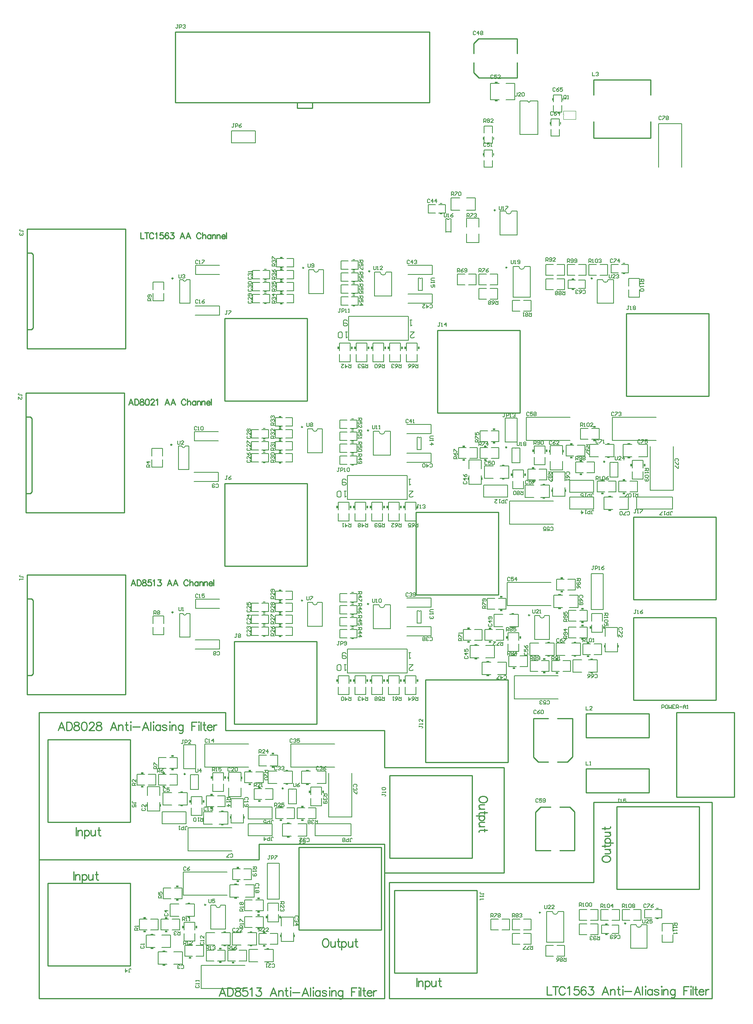
<source format=gto>
%FSLAX24Y24*%
%MOIN*%
G70*
G01*
G75*
%ADD10C,0.0080*%
%ADD11R,0.0600X0.0150*%
%ADD12R,0.0620X0.1010*%
%ADD13R,0.0360X0.2560*%
%ADD14R,0.0620X0.0775*%
%ADD15R,0.0394X0.0433*%
%ADD16R,0.1181X0.1969*%
%ADD17R,0.1417X0.0315*%
%ADD18R,0.0630X0.1063*%
%ADD19R,0.0150X0.0409*%
%ADD20O,0.0150X0.0409*%
%ADD21R,0.1614X0.1024*%
%ADD22R,0.0630X0.0118*%
%ADD23R,0.0630X0.0118*%
%ADD24R,0.0709X0.0630*%
%ADD25R,0.0846X0.0157*%
%ADD26R,0.0846X0.0157*%
%ADD27R,0.0630X0.0709*%
%ADD28R,0.0512X0.0591*%
%ADD29R,0.0591X0.0512*%
%ADD30R,0.0551X0.0236*%
%ADD31O,0.0480X0.0169*%
%ADD32R,0.0650X0.0118*%
%ADD33R,0.0787X0.0472*%
%ADD34R,0.0866X0.0236*%
%ADD35R,0.0866X0.0236*%
%ADD36R,0.0433X0.0394*%
%ADD37R,0.0610X0.0236*%
%ADD38R,0.1024X0.1614*%
%ADD39R,0.0480X0.0169*%
%ADD40R,0.0394X0.0236*%
%ADD41R,0.1240X0.1360*%
%ADD42R,0.0315X0.1417*%
%ADD43C,0.0100*%
%ADD44C,0.0160*%
%ADD45C,0.0200*%
%ADD46C,0.0300*%
%ADD47C,0.0250*%
%ADD48C,0.0400*%
%ADD49C,0.0700*%
%ADD50C,0.1575*%
%ADD51C,0.0866*%
%ADD52C,0.0866*%
%ADD53C,0.0200*%
%ADD54R,0.0591X0.0591*%
%ADD55C,0.0591*%
%ADD56C,0.0600*%
%ADD57C,0.1600*%
%ADD58C,0.0750*%
%ADD59C,0.0250*%
%ADD60C,0.0350*%
%ADD61C,0.0039*%
%ADD62C,0.0098*%
%ADD63C,0.0079*%
%ADD64C,0.0070*%
%ADD65R,0.0079X0.0197*%
%ADD66C,0.0020*%
%ADD67R,0.0079X0.0197*%
%ADD68R,0.0197X0.0079*%
%ADD69R,0.0157X0.0197*%
%ADD70R,0.0197X0.0079*%
%ADD71R,0.0197X0.0157*%
%ADD72R,0.0157X0.0197*%
D10*
X46700Y74000D02*
X46533D01*
X46617D01*
Y73500D01*
X46700Y73583D01*
X46283D02*
X46200Y73500D01*
X46034D01*
X45950Y73583D01*
Y73917D01*
X46034Y74000D01*
X46200D01*
X46283Y73917D01*
Y73583D01*
X46700Y74917D02*
X46617Y75000D01*
X46450D01*
X46367Y74917D01*
Y74583D01*
X46450Y74500D01*
X46617D01*
X46700Y74583D01*
Y74667D01*
X46617Y74750D01*
X46367D01*
X52100Y75000D02*
X51933D01*
X52017D01*
Y74500D01*
X52100Y74583D01*
X51967Y74000D02*
X52300D01*
X51967Y73667D01*
Y73583D01*
X52050Y73500D01*
X52217D01*
X52300Y73583D01*
X46700Y59500D02*
X46533D01*
X46617D01*
Y59000D01*
X46700Y59083D01*
X46283D02*
X46200Y59000D01*
X46034D01*
X45950Y59083D01*
Y59417D01*
X46034Y59500D01*
X46200D01*
X46283Y59417D01*
Y59083D01*
X46700Y60417D02*
X46617Y60500D01*
X46450D01*
X46367Y60417D01*
Y60083D01*
X46450Y60000D01*
X46617D01*
X46700Y60083D01*
Y60167D01*
X46617Y60250D01*
X46367D01*
X52100Y60500D02*
X51933D01*
X52017D01*
Y60000D01*
X52100Y60083D01*
X51967Y59500D02*
X52300D01*
X51967Y59167D01*
Y59083D01*
X52050Y59000D01*
X52217D01*
X52300Y59083D01*
X46800Y87300D02*
X46633D01*
X46717D01*
Y86800D01*
X46800Y86883D01*
X46383D02*
X46300Y86800D01*
X46134D01*
X46050Y86883D01*
Y87217D01*
X46134Y87300D01*
X46300D01*
X46383Y87217D01*
Y86883D01*
X46800Y88217D02*
X46717Y88300D01*
X46550D01*
X46467Y88217D01*
Y87883D01*
X46550Y87800D01*
X46717D01*
X46800Y87883D01*
Y87967D01*
X46717Y88050D01*
X46467D01*
X52200Y88300D02*
X52033D01*
X52117D01*
Y87800D01*
X52200Y87883D01*
X52067Y87300D02*
X52400D01*
X52067Y86967D01*
Y86883D01*
X52150Y86800D01*
X52317D01*
X52400Y86883D01*
D43*
X28650Y46350D02*
Y53250D01*
X21750Y46350D02*
X28650D01*
X21750D02*
Y53250D01*
X28650D01*
X74348Y48430D02*
Y55517D01*
X79191D01*
Y48430D02*
Y55517D01*
X74348Y48430D02*
X79191D01*
X77650Y64950D02*
Y71850D01*
X70750Y64950D02*
X77650D01*
X70750D02*
Y71850D01*
X77650D01*
X59450Y65350D02*
Y72250D01*
X52550Y65350D02*
X59450D01*
X52550D02*
Y72250D01*
X59450D01*
X43450Y67750D02*
Y74650D01*
X36550Y67750D02*
X43450D01*
X36550D02*
Y74650D01*
X43450D01*
X77650Y56550D02*
Y63450D01*
X70750Y56550D02*
X77650D01*
X70750D02*
Y63450D01*
X77650D01*
X60250Y51350D02*
Y58250D01*
X53350Y51350D02*
X60250D01*
X53350D02*
Y58250D01*
X60250D01*
X44250Y54550D02*
Y61450D01*
X37350Y54550D02*
X44250D01*
X37350D02*
Y61450D01*
X44250D01*
X77050Y81950D02*
Y88850D01*
X70150Y81950D02*
X77050D01*
X70150D02*
Y88850D01*
X77050D01*
X61250Y80550D02*
Y87450D01*
X54350Y80550D02*
X61250D01*
X54350D02*
Y87450D01*
X61250D01*
X43450Y81550D02*
Y88450D01*
X36550Y81550D02*
X43450D01*
X36550D02*
Y88450D01*
X43450D01*
X57250Y43350D02*
Y50250D01*
X50350Y43350D02*
X57250D01*
X50350D02*
Y50250D01*
X57250D01*
X49650Y37350D02*
Y44250D01*
X42750Y37350D02*
X49650D01*
X42750D02*
Y44250D01*
X49650D01*
X28650Y34350D02*
Y41250D01*
X21750Y34350D02*
X28650D01*
X21750D02*
Y41250D01*
X28650D01*
X76250Y40750D02*
Y47650D01*
X69350Y40750D02*
X76250D01*
X69350D02*
Y47650D01*
X76250D01*
X57650Y33750D02*
Y40650D01*
X50750Y33750D02*
X57650D01*
X50750D02*
Y40650D01*
X57650D01*
X72175Y107125D02*
Y108375D01*
X67425D02*
X72175D01*
X67425Y107125D02*
Y108375D01*
X72175Y103500D02*
Y104875D01*
X67425Y103500D02*
X72175D01*
X67425D02*
Y104875D01*
X61011Y108546D02*
Y109806D01*
X57822Y108546D02*
X61011D01*
X57389Y108980D02*
X57822Y108546D01*
X57389Y108980D02*
Y109806D01*
Y110594D02*
Y111420D01*
Y111420D02*
X57783Y111814D01*
X61011D01*
Y110594D02*
Y111814D01*
X43875Y106025D02*
Y106463D01*
X42625Y106025D02*
X43875D01*
X42625D02*
Y106463D01*
X53685D02*
Y112368D01*
X32425Y106463D02*
X53685D01*
X32425D02*
Y112368D01*
X53685D01*
X49900Y50900D02*
Y54000D01*
Y50900D02*
X59900D01*
Y42100D02*
Y50900D01*
X49900Y42100D02*
X59900D01*
X21000Y43200D02*
Y55500D01*
X21100D01*
X36600D01*
Y54000D02*
Y55500D01*
Y54000D02*
X49900D01*
X39400Y44500D02*
X49900D01*
X39400Y43200D02*
Y44500D01*
X21000Y43200D02*
X39400D01*
X21000Y42800D02*
Y43200D01*
Y31600D02*
Y42800D01*
Y31600D02*
X49900D01*
Y44500D01*
X50300Y31600D02*
Y41300D01*
X67400D01*
Y48000D01*
X77300D01*
Y31600D02*
Y48000D01*
X50300Y31600D02*
X77300D01*
X19900Y80200D02*
X20275D01*
X20400Y80075D01*
Y73950D02*
Y80075D01*
X20275Y73825D02*
X20400Y73950D01*
X19900Y73825D02*
X20275D01*
X19900Y82200D02*
X28150D01*
Y72200D02*
Y82200D01*
X19900Y72200D02*
X28150D01*
X19900D02*
Y82200D01*
X20000Y65000D02*
X20375D01*
X20500Y64875D01*
Y58750D02*
Y64875D01*
X20375Y58625D02*
X20500Y58750D01*
X20000Y58625D02*
X20375D01*
X20000Y67000D02*
X28250D01*
Y57000D02*
Y67000D01*
X20000Y57000D02*
X28250D01*
X20000D02*
Y67000D01*
Y93900D02*
X20375D01*
X20500Y93775D01*
Y87650D02*
Y93775D01*
X20375Y87525D02*
X20500Y87650D01*
X20000Y87525D02*
X20375D01*
X20000Y95900D02*
X28250D01*
Y85900D02*
Y95900D01*
X20000Y85900D02*
X28250D01*
X20000D02*
Y95900D01*
X72030Y48800D02*
Y49800D01*
X66770Y48800D02*
X72030D01*
X66770D02*
Y50800D01*
X72030D01*
Y49800D02*
Y50800D01*
X62546Y43989D02*
X63806D01*
X62546D02*
Y47178D01*
X62980Y47611D01*
X63806D01*
X64594D02*
X65420D01*
X65420D02*
X65814Y47217D01*
Y43989D02*
Y47217D01*
X64594Y43989D02*
X65814D01*
X64394Y55011D02*
X65654D01*
Y51822D02*
Y55011D01*
X65220Y51389D02*
X65654Y51822D01*
X64394Y51389D02*
X65220D01*
X62780D02*
X63606D01*
X62386Y51783D02*
X62780Y51389D01*
X62386Y51783D02*
Y55011D01*
X63606D01*
X72030Y53400D02*
Y54400D01*
X66770Y53400D02*
X72030D01*
X66770D02*
Y55400D01*
X72030D01*
Y54400D02*
Y55400D01*
X23133Y54000D02*
X22867Y54700D01*
X22600Y54000D01*
X22700Y54233D02*
X23033D01*
X23297Y54700D02*
Y54000D01*
Y54700D02*
X23530D01*
X23630Y54667D01*
X23696Y54600D01*
X23730Y54533D01*
X23763Y54433D01*
Y54267D01*
X23730Y54167D01*
X23696Y54100D01*
X23630Y54033D01*
X23530Y54000D01*
X23297D01*
X24086Y54700D02*
X23986Y54667D01*
X23953Y54600D01*
Y54533D01*
X23986Y54467D01*
X24053Y54433D01*
X24186Y54400D01*
X24286Y54367D01*
X24353Y54300D01*
X24386Y54233D01*
Y54133D01*
X24353Y54067D01*
X24320Y54033D01*
X24220Y54000D01*
X24086D01*
X23986Y54033D01*
X23953Y54067D01*
X23920Y54133D01*
Y54233D01*
X23953Y54300D01*
X24020Y54367D01*
X24120Y54400D01*
X24253Y54433D01*
X24320Y54467D01*
X24353Y54533D01*
Y54600D01*
X24320Y54667D01*
X24220Y54700D01*
X24086D01*
X24743D02*
X24643Y54667D01*
X24576Y54567D01*
X24543Y54400D01*
Y54300D01*
X24576Y54133D01*
X24643Y54033D01*
X24743Y54000D01*
X24810D01*
X24910Y54033D01*
X24976Y54133D01*
X25009Y54300D01*
Y54400D01*
X24976Y54567D01*
X24910Y54667D01*
X24810Y54700D01*
X24743D01*
X25199Y54533D02*
Y54567D01*
X25233Y54633D01*
X25266Y54667D01*
X25333Y54700D01*
X25466D01*
X25533Y54667D01*
X25566Y54633D01*
X25599Y54567D01*
Y54500D01*
X25566Y54433D01*
X25499Y54333D01*
X25166Y54000D01*
X25633D01*
X25956Y54700D02*
X25856Y54667D01*
X25823Y54600D01*
Y54533D01*
X25856Y54467D01*
X25923Y54433D01*
X26056Y54400D01*
X26156Y54367D01*
X26223Y54300D01*
X26256Y54233D01*
Y54133D01*
X26223Y54067D01*
X26189Y54033D01*
X26089Y54000D01*
X25956D01*
X25856Y54033D01*
X25823Y54067D01*
X25789Y54133D01*
Y54233D01*
X25823Y54300D01*
X25889Y54367D01*
X25989Y54400D01*
X26123Y54433D01*
X26189Y54467D01*
X26223Y54533D01*
Y54600D01*
X26189Y54667D01*
X26089Y54700D01*
X25956D01*
X27496Y54000D02*
X27229Y54700D01*
X26962Y54000D01*
X27062Y54233D02*
X27396D01*
X27659Y54467D02*
Y54000D01*
Y54333D02*
X27759Y54433D01*
X27826Y54467D01*
X27926D01*
X27992Y54433D01*
X28026Y54333D01*
Y54000D01*
X28309Y54700D02*
Y54133D01*
X28342Y54033D01*
X28409Y54000D01*
X28475D01*
X28209Y54467D02*
X28442D01*
X28642Y54700D02*
X28675Y54667D01*
X28709Y54700D01*
X28675Y54733D01*
X28642Y54700D01*
X28675Y54467D02*
Y54000D01*
X28832Y54300D02*
X29432D01*
X30172Y54000D02*
X29905Y54700D01*
X29638Y54000D01*
X29738Y54233D02*
X30072D01*
X30335Y54700D02*
Y54000D01*
X30548Y54700D02*
X30582Y54667D01*
X30615Y54700D01*
X30582Y54733D01*
X30548Y54700D01*
X30582Y54467D02*
Y54000D01*
X31138Y54467D02*
Y54000D01*
Y54367D02*
X31072Y54433D01*
X31005Y54467D01*
X30905D01*
X30838Y54433D01*
X30772Y54367D01*
X30738Y54267D01*
Y54200D01*
X30772Y54100D01*
X30838Y54033D01*
X30905Y54000D01*
X31005D01*
X31072Y54033D01*
X31138Y54100D01*
X31691Y54367D02*
X31658Y54433D01*
X31558Y54467D01*
X31458D01*
X31358Y54433D01*
X31325Y54367D01*
X31358Y54300D01*
X31425Y54267D01*
X31591Y54233D01*
X31658Y54200D01*
X31691Y54133D01*
Y54100D01*
X31658Y54033D01*
X31558Y54000D01*
X31458D01*
X31358Y54033D01*
X31325Y54100D01*
X31905Y54700D02*
X31938Y54667D01*
X31971Y54700D01*
X31938Y54733D01*
X31905Y54700D01*
X31938Y54467D02*
Y54000D01*
X32095Y54467D02*
Y54000D01*
Y54333D02*
X32195Y54433D01*
X32261Y54467D01*
X32361D01*
X32428Y54433D01*
X32461Y54333D01*
Y54000D01*
X33044Y54467D02*
Y53933D01*
X33011Y53833D01*
X32978Y53800D01*
X32911Y53767D01*
X32811D01*
X32744Y53800D01*
X33044Y54367D02*
X32978Y54433D01*
X32911Y54467D01*
X32811D01*
X32744Y54433D01*
X32678Y54367D01*
X32645Y54267D01*
Y54200D01*
X32678Y54100D01*
X32744Y54033D01*
X32811Y54000D01*
X32911D01*
X32978Y54033D01*
X33044Y54100D01*
X33781Y54700D02*
Y54000D01*
Y54700D02*
X34214D01*
X33781Y54367D02*
X34048D01*
X34361Y54700D02*
X34394Y54667D01*
X34427Y54700D01*
X34394Y54733D01*
X34361Y54700D01*
X34394Y54467D02*
Y54000D01*
X34551Y54700D02*
Y54000D01*
X34797Y54700D02*
Y54133D01*
X34831Y54033D01*
X34897Y54000D01*
X34964D01*
X34697Y54467D02*
X34931D01*
X35064Y54267D02*
X35464D01*
Y54333D01*
X35431Y54400D01*
X35397Y54433D01*
X35331Y54467D01*
X35231D01*
X35164Y54433D01*
X35097Y54367D01*
X35064Y54267D01*
Y54200D01*
X35097Y54100D01*
X35164Y54033D01*
X35231Y54000D01*
X35331D01*
X35397Y54033D01*
X35464Y54100D01*
X35614Y54467D02*
Y54000D01*
Y54267D02*
X35647Y54367D01*
X35714Y54433D01*
X35781Y54467D01*
X35880D01*
X36613Y31800D02*
X36347Y32500D01*
X36080Y31800D01*
X36180Y32033D02*
X36513D01*
X36777Y32500D02*
Y31800D01*
Y32500D02*
X37010D01*
X37110Y32467D01*
X37176Y32400D01*
X37210Y32333D01*
X37243Y32233D01*
Y32067D01*
X37210Y31967D01*
X37176Y31900D01*
X37110Y31833D01*
X37010Y31800D01*
X36777D01*
X37566Y32500D02*
X37466Y32467D01*
X37433Y32400D01*
Y32333D01*
X37466Y32267D01*
X37533Y32233D01*
X37666Y32200D01*
X37766Y32167D01*
X37833Y32100D01*
X37866Y32033D01*
Y31933D01*
X37833Y31867D01*
X37800Y31833D01*
X37700Y31800D01*
X37566D01*
X37466Y31833D01*
X37433Y31867D01*
X37400Y31933D01*
Y32033D01*
X37433Y32100D01*
X37500Y32167D01*
X37600Y32200D01*
X37733Y32233D01*
X37800Y32267D01*
X37833Y32333D01*
Y32400D01*
X37800Y32467D01*
X37700Y32500D01*
X37566D01*
X38423D02*
X38090D01*
X38056Y32200D01*
X38090Y32233D01*
X38190Y32267D01*
X38290D01*
X38389Y32233D01*
X38456Y32167D01*
X38489Y32067D01*
Y32000D01*
X38456Y31900D01*
X38389Y31833D01*
X38290Y31800D01*
X38190D01*
X38090Y31833D01*
X38056Y31867D01*
X38023Y31933D01*
X38646Y32367D02*
X38713Y32400D01*
X38813Y32500D01*
Y31800D01*
X39226Y32500D02*
X39593D01*
X39393Y32233D01*
X39493D01*
X39559Y32200D01*
X39593Y32167D01*
X39626Y32067D01*
Y32000D01*
X39593Y31900D01*
X39526Y31833D01*
X39426Y31800D01*
X39326D01*
X39226Y31833D01*
X39193Y31867D01*
X39159Y31933D01*
X40866Y31800D02*
X40599Y32500D01*
X40332Y31800D01*
X40432Y32033D02*
X40766D01*
X41029Y32267D02*
Y31800D01*
Y32133D02*
X41129Y32233D01*
X41196Y32267D01*
X41296D01*
X41362Y32233D01*
X41396Y32133D01*
Y31800D01*
X41679Y32500D02*
Y31933D01*
X41712Y31833D01*
X41779Y31800D01*
X41845D01*
X41579Y32267D02*
X41812D01*
X42012Y32500D02*
X42045Y32467D01*
X42079Y32500D01*
X42045Y32533D01*
X42012Y32500D01*
X42045Y32267D02*
Y31800D01*
X42202Y32100D02*
X42802D01*
X43542Y31800D02*
X43275Y32500D01*
X43009Y31800D01*
X43108Y32033D02*
X43442D01*
X43705Y32500D02*
Y31800D01*
X43918Y32500D02*
X43952Y32467D01*
X43985Y32500D01*
X43952Y32533D01*
X43918Y32500D01*
X43952Y32267D02*
Y31800D01*
X44508Y32267D02*
Y31800D01*
Y32167D02*
X44442Y32233D01*
X44375Y32267D01*
X44275D01*
X44208Y32233D01*
X44142Y32167D01*
X44108Y32067D01*
Y32000D01*
X44142Y31900D01*
X44208Y31833D01*
X44275Y31800D01*
X44375D01*
X44442Y31833D01*
X44508Y31900D01*
X45061Y32167D02*
X45028Y32233D01*
X44928Y32267D01*
X44828D01*
X44728Y32233D01*
X44695Y32167D01*
X44728Y32100D01*
X44795Y32067D01*
X44961Y32033D01*
X45028Y32000D01*
X45061Y31933D01*
Y31900D01*
X45028Y31833D01*
X44928Y31800D01*
X44828D01*
X44728Y31833D01*
X44695Y31900D01*
X45275Y32500D02*
X45308Y32467D01*
X45341Y32500D01*
X45308Y32533D01*
X45275Y32500D01*
X45308Y32267D02*
Y31800D01*
X45465Y32267D02*
Y31800D01*
Y32133D02*
X45565Y32233D01*
X45631Y32267D01*
X45731D01*
X45798Y32233D01*
X45831Y32133D01*
Y31800D01*
X46414Y32267D02*
Y31733D01*
X46381Y31633D01*
X46348Y31600D01*
X46281Y31567D01*
X46181D01*
X46115Y31600D01*
X46414Y32167D02*
X46348Y32233D01*
X46281Y32267D01*
X46181D01*
X46115Y32233D01*
X46048Y32167D01*
X46015Y32067D01*
Y32000D01*
X46048Y31900D01*
X46115Y31833D01*
X46181Y31800D01*
X46281D01*
X46348Y31833D01*
X46414Y31900D01*
X47151Y32500D02*
Y31800D01*
Y32500D02*
X47584D01*
X47151Y32167D02*
X47418D01*
X47731Y32500D02*
X47764Y32467D01*
X47797Y32500D01*
X47764Y32533D01*
X47731Y32500D01*
X47764Y32267D02*
Y31800D01*
X47921Y32500D02*
Y31800D01*
X48167Y32500D02*
Y31933D01*
X48201Y31833D01*
X48267Y31800D01*
X48334D01*
X48067Y32267D02*
X48301D01*
X48434Y32067D02*
X48834D01*
Y32133D01*
X48801Y32200D01*
X48767Y32233D01*
X48701Y32267D01*
X48601D01*
X48534Y32233D01*
X48467Y32167D01*
X48434Y32067D01*
Y32000D01*
X48467Y31900D01*
X48534Y31833D01*
X48601Y31800D01*
X48701D01*
X48767Y31833D01*
X48834Y31900D01*
X48984Y32267D02*
Y31800D01*
Y32067D02*
X49017Y32167D01*
X49084Y32233D01*
X49151Y32267D01*
X49251D01*
X58500Y48300D02*
X58467Y48367D01*
X58400Y48433D01*
X58333Y48467D01*
X58233Y48500D01*
X58067D01*
X57967Y48467D01*
X57900Y48433D01*
X57833Y48367D01*
X57800Y48300D01*
Y48167D01*
X57833Y48100D01*
X57900Y48033D01*
X57967Y48000D01*
X58067Y47967D01*
X58233D01*
X58333Y48000D01*
X58400Y48033D01*
X58467Y48100D01*
X58500Y48167D01*
Y48300D01*
X58267Y47803D02*
X57933D01*
X57833Y47770D01*
X57800Y47703D01*
Y47604D01*
X57833Y47537D01*
X57933Y47437D01*
X58267D02*
X57800D01*
X58500Y47154D02*
X57933D01*
X57833Y47120D01*
X57800Y47054D01*
Y46987D01*
X58267Y47254D02*
Y47020D01*
Y46887D02*
X57567D01*
X58167D02*
X58233Y46820D01*
X58267Y46754D01*
Y46654D01*
X58233Y46587D01*
X58167Y46520D01*
X58067Y46487D01*
X58000D01*
X57900Y46520D01*
X57833Y46587D01*
X57800Y46654D01*
Y46754D01*
X57833Y46820D01*
X57900Y46887D01*
X58267Y46337D02*
X57933D01*
X57833Y46304D01*
X57800Y46237D01*
Y46137D01*
X57833Y46071D01*
X57933Y45971D01*
X58267D02*
X57800D01*
X58500Y45687D02*
X57933D01*
X57833Y45654D01*
X57800Y45587D01*
Y45521D01*
X58267Y45787D02*
Y45554D01*
X44900Y36600D02*
X44833Y36567D01*
X44767Y36500D01*
X44733Y36433D01*
X44700Y36333D01*
Y36167D01*
X44733Y36067D01*
X44767Y36000D01*
X44833Y35933D01*
X44900Y35900D01*
X45033D01*
X45100Y35933D01*
X45167Y36000D01*
X45200Y36067D01*
X45233Y36167D01*
Y36333D01*
X45200Y36433D01*
X45167Y36500D01*
X45100Y36567D01*
X45033Y36600D01*
X44900D01*
X45397Y36367D02*
Y36033D01*
X45430Y35933D01*
X45497Y35900D01*
X45596D01*
X45663Y35933D01*
X45763Y36033D01*
Y36367D02*
Y35900D01*
X46046Y36600D02*
Y36033D01*
X46080Y35933D01*
X46146Y35900D01*
X46213D01*
X45946Y36367D02*
X46180D01*
X46313D02*
Y35667D01*
Y36267D02*
X46380Y36333D01*
X46446Y36367D01*
X46546D01*
X46613Y36333D01*
X46680Y36267D01*
X46713Y36167D01*
Y36100D01*
X46680Y36000D01*
X46613Y35933D01*
X46546Y35900D01*
X46446D01*
X46380Y35933D01*
X46313Y36000D01*
X46863Y36367D02*
Y36033D01*
X46896Y35933D01*
X46963Y35900D01*
X47063D01*
X47129Y35933D01*
X47229Y36033D01*
Y36367D02*
Y35900D01*
X47513Y36600D02*
Y36033D01*
X47546Y35933D01*
X47613Y35900D01*
X47679D01*
X47413Y36367D02*
X47646D01*
X24100Y45900D02*
Y45200D01*
X24247Y45667D02*
Y45200D01*
Y45533D02*
X24347Y45633D01*
X24413Y45667D01*
X24513D01*
X24580Y45633D01*
X24613Y45533D01*
Y45200D01*
X24797Y45667D02*
Y44967D01*
Y45567D02*
X24863Y45633D01*
X24930Y45667D01*
X25030D01*
X25096Y45633D01*
X25163Y45567D01*
X25196Y45467D01*
Y45400D01*
X25163Y45300D01*
X25096Y45233D01*
X25030Y45200D01*
X24930D01*
X24863Y45233D01*
X24797Y45300D01*
X25346Y45667D02*
Y45333D01*
X25380Y45233D01*
X25446Y45200D01*
X25546D01*
X25613Y45233D01*
X25713Y45333D01*
Y45667D02*
Y45200D01*
X25996Y45900D02*
Y45333D01*
X26030Y45233D01*
X26096Y45200D01*
X26163D01*
X25896Y45667D02*
X26130D01*
X23900Y42200D02*
Y41500D01*
X24047Y41967D02*
Y41500D01*
Y41833D02*
X24147Y41933D01*
X24213Y41967D01*
X24313D01*
X24380Y41933D01*
X24413Y41833D01*
Y41500D01*
X24597Y41967D02*
Y41267D01*
Y41867D02*
X24663Y41933D01*
X24730Y41967D01*
X24830D01*
X24896Y41933D01*
X24963Y41867D01*
X24996Y41767D01*
Y41700D01*
X24963Y41600D01*
X24896Y41533D01*
X24830Y41500D01*
X24730D01*
X24663Y41533D01*
X24597Y41600D01*
X25146Y41967D02*
Y41633D01*
X25180Y41533D01*
X25246Y41500D01*
X25346D01*
X25413Y41533D01*
X25513Y41633D01*
Y41967D02*
Y41500D01*
X25796Y42200D02*
Y41633D01*
X25830Y41533D01*
X25896Y41500D01*
X25963D01*
X25696Y41967D02*
X25930D01*
X68100Y43200D02*
X68133Y43133D01*
X68200Y43067D01*
X68267Y43033D01*
X68367Y43000D01*
X68533D01*
X68633Y43033D01*
X68700Y43067D01*
X68767Y43133D01*
X68800Y43200D01*
Y43333D01*
X68767Y43400D01*
X68700Y43467D01*
X68633Y43500D01*
X68533Y43533D01*
X68367D01*
X68267Y43500D01*
X68200Y43467D01*
X68133Y43400D01*
X68100Y43333D01*
Y43200D01*
X68333Y43697D02*
X68667D01*
X68767Y43730D01*
X68800Y43797D01*
Y43896D01*
X68767Y43963D01*
X68667Y44063D01*
X68333D02*
X68800D01*
X68100Y44346D02*
X68667D01*
X68767Y44380D01*
X68800Y44446D01*
Y44513D01*
X68333Y44246D02*
Y44480D01*
Y44613D02*
X69033D01*
X68433D02*
X68367Y44680D01*
X68333Y44746D01*
Y44846D01*
X68367Y44913D01*
X68433Y44980D01*
X68533Y45013D01*
X68600D01*
X68700Y44980D01*
X68767Y44913D01*
X68800Y44846D01*
Y44746D01*
X68767Y44680D01*
X68700Y44613D01*
X68333Y45163D02*
X68667D01*
X68767Y45196D01*
X68800Y45263D01*
Y45363D01*
X68767Y45429D01*
X68667Y45529D01*
X68333D02*
X68800D01*
X68100Y45813D02*
X68667D01*
X68767Y45846D01*
X68800Y45913D01*
Y45979D01*
X68333Y45713D02*
Y45946D01*
X52600Y33300D02*
Y32600D01*
X52747Y33067D02*
Y32600D01*
Y32933D02*
X52847Y33033D01*
X52913Y33067D01*
X53013D01*
X53080Y33033D01*
X53113Y32933D01*
Y32600D01*
X53297Y33067D02*
Y32367D01*
Y32967D02*
X53363Y33033D01*
X53430Y33067D01*
X53530D01*
X53596Y33033D01*
X53663Y32967D01*
X53696Y32867D01*
Y32800D01*
X53663Y32700D01*
X53596Y32633D01*
X53530Y32600D01*
X53430D01*
X53363Y32633D01*
X53297Y32700D01*
X53846Y33067D02*
Y32733D01*
X53880Y32633D01*
X53946Y32600D01*
X54046D01*
X54113Y32633D01*
X54213Y32733D01*
Y33067D02*
Y32600D01*
X54496Y33300D02*
Y32733D01*
X54530Y32633D01*
X54596Y32600D01*
X54663D01*
X54396Y33067D02*
X54630D01*
X63500Y32600D02*
Y31900D01*
X63900D01*
X64210Y32600D02*
Y31900D01*
X63977Y32600D02*
X64443D01*
X65026Y32433D02*
X64993Y32500D01*
X64926Y32567D01*
X64860Y32600D01*
X64726D01*
X64660Y32567D01*
X64593Y32500D01*
X64560Y32433D01*
X64526Y32333D01*
Y32167D01*
X64560Y32067D01*
X64593Y32000D01*
X64660Y31933D01*
X64726Y31900D01*
X64860D01*
X64926Y31933D01*
X64993Y32000D01*
X65026Y32067D01*
X65223Y32467D02*
X65290Y32500D01*
X65390Y32600D01*
Y31900D01*
X66136Y32600D02*
X65803D01*
X65770Y32300D01*
X65803Y32333D01*
X65903Y32367D01*
X66003D01*
X66103Y32333D01*
X66169Y32267D01*
X66203Y32167D01*
Y32100D01*
X66169Y32000D01*
X66103Y31933D01*
X66003Y31900D01*
X65903D01*
X65803Y31933D01*
X65770Y31967D01*
X65736Y32033D01*
X66759Y32500D02*
X66726Y32567D01*
X66626Y32600D01*
X66559D01*
X66459Y32567D01*
X66393Y32467D01*
X66359Y32300D01*
Y32133D01*
X66393Y32000D01*
X66459Y31933D01*
X66559Y31900D01*
X66593D01*
X66693Y31933D01*
X66759Y32000D01*
X66793Y32100D01*
Y32133D01*
X66759Y32233D01*
X66693Y32300D01*
X66593Y32333D01*
X66559D01*
X66459Y32300D01*
X66393Y32233D01*
X66359Y32133D01*
X67013Y32600D02*
X67379D01*
X67179Y32333D01*
X67279D01*
X67346Y32300D01*
X67379Y32267D01*
X67412Y32167D01*
Y32100D01*
X67379Y32000D01*
X67313Y31933D01*
X67213Y31900D01*
X67113D01*
X67013Y31933D01*
X66979Y31967D01*
X66946Y32033D01*
X68652Y31900D02*
X68386Y32600D01*
X68119Y31900D01*
X68219Y32133D02*
X68552D01*
X68816Y32367D02*
Y31900D01*
Y32233D02*
X68916Y32333D01*
X68982Y32367D01*
X69082D01*
X69149Y32333D01*
X69182Y32233D01*
Y31900D01*
X69465Y32600D02*
Y32033D01*
X69499Y31933D01*
X69565Y31900D01*
X69632D01*
X69365Y32367D02*
X69599D01*
X69799Y32600D02*
X69832Y32567D01*
X69865Y32600D01*
X69832Y32633D01*
X69799Y32600D01*
X69832Y32367D02*
Y31900D01*
X69989Y32200D02*
X70588D01*
X71328Y31900D02*
X71062Y32600D01*
X70795Y31900D01*
X70895Y32133D02*
X71228D01*
X71492Y32600D02*
Y31900D01*
X71705Y32600D02*
X71738Y32567D01*
X71772Y32600D01*
X71738Y32633D01*
X71705Y32600D01*
X71738Y32367D02*
Y31900D01*
X72295Y32367D02*
Y31900D01*
Y32267D02*
X72228Y32333D01*
X72161Y32367D01*
X72062D01*
X71995Y32333D01*
X71928Y32267D01*
X71895Y32167D01*
Y32100D01*
X71928Y32000D01*
X71995Y31933D01*
X72062Y31900D01*
X72161D01*
X72228Y31933D01*
X72295Y32000D01*
X72848Y32267D02*
X72815Y32333D01*
X72715Y32367D01*
X72615D01*
X72515Y32333D01*
X72481Y32267D01*
X72515Y32200D01*
X72581Y32167D01*
X72748Y32133D01*
X72815Y32100D01*
X72848Y32033D01*
Y32000D01*
X72815Y31933D01*
X72715Y31900D01*
X72615D01*
X72515Y31933D01*
X72481Y32000D01*
X73061Y32600D02*
X73095Y32567D01*
X73128Y32600D01*
X73095Y32633D01*
X73061Y32600D01*
X73095Y32367D02*
Y31900D01*
X73251Y32367D02*
Y31900D01*
Y32233D02*
X73351Y32333D01*
X73418Y32367D01*
X73518D01*
X73584Y32333D01*
X73618Y32233D01*
Y31900D01*
X74201Y32367D02*
Y31833D01*
X74168Y31733D01*
X74134Y31700D01*
X74068Y31667D01*
X73968D01*
X73901Y31700D01*
X74201Y32267D02*
X74134Y32333D01*
X74068Y32367D01*
X73968D01*
X73901Y32333D01*
X73834Y32267D01*
X73801Y32167D01*
Y32100D01*
X73834Y32000D01*
X73901Y31933D01*
X73968Y31900D01*
X74068D01*
X74134Y31933D01*
X74201Y32000D01*
X74938Y32600D02*
Y31900D01*
Y32600D02*
X75371D01*
X74938Y32267D02*
X75204D01*
X75517Y32600D02*
X75551Y32567D01*
X75584Y32600D01*
X75551Y32633D01*
X75517Y32600D01*
X75551Y32367D02*
Y31900D01*
X75707Y32600D02*
Y31900D01*
X75954Y32600D02*
Y32033D01*
X75987Y31933D01*
X76054Y31900D01*
X76121D01*
X75854Y32367D02*
X76087D01*
X76221Y32167D02*
X76621D01*
Y32233D01*
X76587Y32300D01*
X76554Y32333D01*
X76487Y32367D01*
X76387D01*
X76321Y32333D01*
X76254Y32267D01*
X76221Y32167D01*
Y32100D01*
X76254Y32000D01*
X76321Y31933D01*
X76387Y31900D01*
X76487D01*
X76554Y31933D01*
X76621Y32000D01*
X76770Y32367D02*
Y31900D01*
Y32167D02*
X76804Y32267D01*
X76870Y32333D01*
X76937Y32367D01*
X77037D01*
X29081Y66100D02*
X28890Y66600D01*
X28700Y66100D01*
X28771Y66267D02*
X29009D01*
X29198Y66600D02*
Y66100D01*
Y66600D02*
X29364D01*
X29436Y66576D01*
X29483Y66528D01*
X29507Y66481D01*
X29531Y66409D01*
Y66290D01*
X29507Y66219D01*
X29483Y66171D01*
X29436Y66124D01*
X29364Y66100D01*
X29198D01*
X29762Y66600D02*
X29690Y66576D01*
X29666Y66528D01*
Y66481D01*
X29690Y66433D01*
X29738Y66409D01*
X29833Y66386D01*
X29904Y66362D01*
X29952Y66314D01*
X29976Y66267D01*
Y66195D01*
X29952Y66148D01*
X29928Y66124D01*
X29857Y66100D01*
X29762D01*
X29690Y66124D01*
X29666Y66148D01*
X29643Y66195D01*
Y66267D01*
X29666Y66314D01*
X29714Y66362D01*
X29785Y66386D01*
X29881Y66409D01*
X29928Y66433D01*
X29952Y66481D01*
Y66528D01*
X29928Y66576D01*
X29857Y66600D01*
X29762D01*
X30373D02*
X30135D01*
X30112Y66386D01*
X30135Y66409D01*
X30207Y66433D01*
X30278D01*
X30350Y66409D01*
X30397Y66362D01*
X30421Y66290D01*
Y66243D01*
X30397Y66171D01*
X30350Y66124D01*
X30278Y66100D01*
X30207D01*
X30135Y66124D01*
X30112Y66148D01*
X30088Y66195D01*
X30533Y66505D02*
X30581Y66528D01*
X30652Y66600D01*
Y66100D01*
X30947Y66600D02*
X31209D01*
X31066Y66409D01*
X31138D01*
X31185Y66386D01*
X31209Y66362D01*
X31233Y66290D01*
Y66243D01*
X31209Y66171D01*
X31161Y66124D01*
X31090Y66100D01*
X31019D01*
X30947Y66124D01*
X30923Y66148D01*
X30900Y66195D01*
X32118Y66100D02*
X31928Y66600D01*
X31737Y66100D01*
X31809Y66267D02*
X32047D01*
X32616Y66100D02*
X32425Y66600D01*
X32235Y66100D01*
X32306Y66267D02*
X32544D01*
X33482Y66481D02*
X33458Y66528D01*
X33411Y66576D01*
X33363Y66600D01*
X33268D01*
X33220Y66576D01*
X33173Y66528D01*
X33149Y66481D01*
X33125Y66409D01*
Y66290D01*
X33149Y66219D01*
X33173Y66171D01*
X33220Y66124D01*
X33268Y66100D01*
X33363D01*
X33411Y66124D01*
X33458Y66171D01*
X33482Y66219D01*
X33623Y66600D02*
Y66100D01*
Y66338D02*
X33694Y66409D01*
X33742Y66433D01*
X33813D01*
X33861Y66409D01*
X33885Y66338D01*
Y66100D01*
X34301Y66433D02*
Y66100D01*
Y66362D02*
X34254Y66409D01*
X34206Y66433D01*
X34135D01*
X34087Y66409D01*
X34039Y66362D01*
X34016Y66290D01*
Y66243D01*
X34039Y66171D01*
X34087Y66124D01*
X34135Y66100D01*
X34206D01*
X34254Y66124D01*
X34301Y66171D01*
X34434Y66433D02*
Y66100D01*
Y66338D02*
X34506Y66409D01*
X34554Y66433D01*
X34625D01*
X34673Y66409D01*
X34696Y66338D01*
Y66100D01*
X34827Y66433D02*
Y66100D01*
Y66338D02*
X34899Y66409D01*
X34946Y66433D01*
X35018D01*
X35065Y66409D01*
X35089Y66338D01*
Y66100D01*
X35220Y66290D02*
X35506D01*
Y66338D01*
X35482Y66386D01*
X35458Y66409D01*
X35410Y66433D01*
X35339D01*
X35291Y66409D01*
X35244Y66362D01*
X35220Y66290D01*
Y66243D01*
X35244Y66171D01*
X35291Y66124D01*
X35339Y66100D01*
X35410D01*
X35458Y66124D01*
X35506Y66171D01*
X35613Y66600D02*
Y66100D01*
X28881Y81200D02*
X28690Y81700D01*
X28500Y81200D01*
X28571Y81367D02*
X28809D01*
X28998Y81700D02*
Y81200D01*
Y81700D02*
X29164D01*
X29236Y81676D01*
X29283Y81628D01*
X29307Y81581D01*
X29331Y81509D01*
Y81390D01*
X29307Y81319D01*
X29283Y81271D01*
X29236Y81224D01*
X29164Y81200D01*
X28998D01*
X29562Y81700D02*
X29490Y81676D01*
X29466Y81628D01*
Y81581D01*
X29490Y81533D01*
X29538Y81509D01*
X29633Y81486D01*
X29704Y81462D01*
X29752Y81414D01*
X29776Y81367D01*
Y81295D01*
X29752Y81248D01*
X29728Y81224D01*
X29657Y81200D01*
X29562D01*
X29490Y81224D01*
X29466Y81248D01*
X29443Y81295D01*
Y81367D01*
X29466Y81414D01*
X29514Y81462D01*
X29585Y81486D01*
X29681Y81509D01*
X29728Y81533D01*
X29752Y81581D01*
Y81628D01*
X29728Y81676D01*
X29657Y81700D01*
X29562D01*
X30031D02*
X29959Y81676D01*
X29912Y81605D01*
X29888Y81486D01*
Y81414D01*
X29912Y81295D01*
X29959Y81224D01*
X30031Y81200D01*
X30078D01*
X30150Y81224D01*
X30197Y81295D01*
X30221Y81414D01*
Y81486D01*
X30197Y81605D01*
X30150Y81676D01*
X30078Y81700D01*
X30031D01*
X30357Y81581D02*
Y81605D01*
X30381Y81652D01*
X30404Y81676D01*
X30452Y81700D01*
X30547D01*
X30595Y81676D01*
X30619Y81652D01*
X30642Y81605D01*
Y81557D01*
X30619Y81509D01*
X30571Y81438D01*
X30333Y81200D01*
X30666D01*
X30778Y81605D02*
X30826Y81628D01*
X30897Y81700D01*
Y81200D01*
X31918D02*
X31728Y81700D01*
X31537Y81200D01*
X31609Y81367D02*
X31847D01*
X32416Y81200D02*
X32225Y81700D01*
X32035Y81200D01*
X32106Y81367D02*
X32344D01*
X33282Y81581D02*
X33259Y81628D01*
X33211Y81676D01*
X33163Y81700D01*
X33068D01*
X33020Y81676D01*
X32973Y81628D01*
X32949Y81581D01*
X32925Y81509D01*
Y81390D01*
X32949Y81319D01*
X32973Y81271D01*
X33020Y81224D01*
X33068Y81200D01*
X33163D01*
X33211Y81224D01*
X33259Y81271D01*
X33282Y81319D01*
X33423Y81700D02*
Y81200D01*
Y81438D02*
X33494Y81509D01*
X33542Y81533D01*
X33613D01*
X33661Y81509D01*
X33685Y81438D01*
Y81200D01*
X34101Y81533D02*
Y81200D01*
Y81462D02*
X34054Y81509D01*
X34006Y81533D01*
X33935D01*
X33887Y81509D01*
X33839Y81462D01*
X33816Y81390D01*
Y81343D01*
X33839Y81271D01*
X33887Y81224D01*
X33935Y81200D01*
X34006D01*
X34054Y81224D01*
X34101Y81271D01*
X34234Y81533D02*
Y81200D01*
Y81438D02*
X34306Y81509D01*
X34354Y81533D01*
X34425D01*
X34473Y81509D01*
X34496Y81438D01*
Y81200D01*
X34627Y81533D02*
Y81200D01*
Y81438D02*
X34699Y81509D01*
X34746Y81533D01*
X34818D01*
X34865Y81509D01*
X34889Y81438D01*
Y81200D01*
X35020Y81390D02*
X35306D01*
Y81438D01*
X35282Y81486D01*
X35258Y81509D01*
X35210Y81533D01*
X35139D01*
X35091Y81509D01*
X35044Y81462D01*
X35020Y81390D01*
Y81343D01*
X35044Y81271D01*
X35091Y81224D01*
X35139Y81200D01*
X35210D01*
X35258Y81224D01*
X35306Y81271D01*
X35413Y81700D02*
Y81200D01*
X29500Y95600D02*
Y95100D01*
X29786D01*
X30007Y95600D02*
Y95100D01*
X29840Y95600D02*
X30174D01*
X30590Y95481D02*
X30566Y95528D01*
X30519Y95576D01*
X30471Y95600D01*
X30376D01*
X30328Y95576D01*
X30281Y95528D01*
X30257Y95481D01*
X30233Y95409D01*
Y95290D01*
X30257Y95219D01*
X30281Y95171D01*
X30328Y95124D01*
X30376Y95100D01*
X30471D01*
X30519Y95124D01*
X30566Y95171D01*
X30590Y95219D01*
X30731Y95505D02*
X30778Y95528D01*
X30850Y95600D01*
Y95100D01*
X31383Y95600D02*
X31145D01*
X31121Y95386D01*
X31145Y95409D01*
X31216Y95433D01*
X31288D01*
X31359Y95409D01*
X31407Y95362D01*
X31431Y95290D01*
Y95243D01*
X31407Y95171D01*
X31359Y95124D01*
X31288Y95100D01*
X31216D01*
X31145Y95124D01*
X31121Y95148D01*
X31097Y95195D01*
X31828Y95528D02*
X31804Y95576D01*
X31733Y95600D01*
X31685D01*
X31614Y95576D01*
X31566Y95505D01*
X31542Y95386D01*
Y95267D01*
X31566Y95171D01*
X31614Y95124D01*
X31685Y95100D01*
X31709D01*
X31780Y95124D01*
X31828Y95171D01*
X31852Y95243D01*
Y95267D01*
X31828Y95338D01*
X31780Y95386D01*
X31709Y95409D01*
X31685D01*
X31614Y95386D01*
X31566Y95338D01*
X31542Y95267D01*
X32009Y95600D02*
X32271D01*
X32128Y95409D01*
X32199D01*
X32247Y95386D01*
X32271Y95362D01*
X32295Y95290D01*
Y95243D01*
X32271Y95171D01*
X32223Y95124D01*
X32152Y95100D01*
X32080D01*
X32009Y95124D01*
X31985Y95148D01*
X31961Y95195D01*
X33180Y95100D02*
X32990Y95600D01*
X32799Y95100D01*
X32871Y95267D02*
X33109D01*
X33678Y95100D02*
X33487Y95600D01*
X33297Y95100D01*
X33368Y95267D02*
X33606D01*
X34544Y95481D02*
X34520Y95528D01*
X34473Y95576D01*
X34425Y95600D01*
X34330D01*
X34282Y95576D01*
X34235Y95528D01*
X34211Y95481D01*
X34187Y95409D01*
Y95290D01*
X34211Y95219D01*
X34235Y95171D01*
X34282Y95124D01*
X34330Y95100D01*
X34425D01*
X34473Y95124D01*
X34520Y95171D01*
X34544Y95219D01*
X34685Y95600D02*
Y95100D01*
Y95338D02*
X34756Y95409D01*
X34804Y95433D01*
X34875D01*
X34923Y95409D01*
X34946Y95338D01*
Y95100D01*
X35363Y95433D02*
Y95100D01*
Y95362D02*
X35315Y95409D01*
X35268Y95433D01*
X35196D01*
X35149Y95409D01*
X35101Y95362D01*
X35077Y95290D01*
Y95243D01*
X35101Y95171D01*
X35149Y95124D01*
X35196Y95100D01*
X35268D01*
X35315Y95124D01*
X35363Y95171D01*
X35496Y95433D02*
Y95100D01*
Y95338D02*
X35568Y95409D01*
X35615Y95433D01*
X35687D01*
X35734Y95409D01*
X35758Y95338D01*
Y95100D01*
X35889Y95433D02*
Y95100D01*
Y95338D02*
X35961Y95409D01*
X36008Y95433D01*
X36080D01*
X36127Y95409D01*
X36151Y95338D01*
Y95100D01*
X36282Y95290D02*
X36568D01*
Y95338D01*
X36544Y95386D01*
X36520Y95409D01*
X36472Y95433D01*
X36401D01*
X36353Y95409D01*
X36306Y95362D01*
X36282Y95290D01*
Y95243D01*
X36306Y95171D01*
X36353Y95124D01*
X36401Y95100D01*
X36472D01*
X36520Y95124D01*
X36568Y95171D01*
X36675Y95600D02*
Y95100D01*
D61*
X64872Y105371D02*
G03*
X64872Y105499I0J64D01*
G01*
Y105094D02*
Y105371D01*
Y105499D02*
Y105775D01*
X65896D01*
Y105094D02*
Y105775D01*
X64872Y105094D02*
X65896D01*
X31547Y38308D02*
Y38426D01*
X31705D01*
Y38308D01*
X31547D01*
X31580Y38341D02*
X31580Y38393D01*
X31672Y38393D01*
X31672Y38341D01*
X31580Y38341D01*
X31613Y38362D02*
X31639Y38372D01*
X31547Y37170D02*
Y37288D01*
X31705D01*
Y37170D01*
X31547D01*
X31580Y37203D02*
X31580Y37255D01*
X31672Y37255D01*
X31672Y37203D01*
X31580Y37203D01*
X31613Y37224D02*
X31639Y37234D01*
X56847Y62507D02*
Y62625D01*
X57005D01*
Y62507D01*
X56847D01*
X56880Y62540D02*
X56880Y62593D01*
X56972Y62593D01*
X56972Y62540D01*
X56880Y62540D01*
X56913Y62561D02*
X56939Y62571D01*
X56847Y61370D02*
Y61488D01*
X57004D01*
Y61370D01*
X56847D01*
X56879Y61403D02*
X56879Y61455D01*
X56971Y61455D01*
X56971Y61403D01*
X56879Y61403D01*
X56912Y61424D02*
X56939Y61434D01*
X56447Y77708D02*
Y77826D01*
X56605D01*
Y77708D01*
X56447D01*
X56480Y77741D02*
X56480Y77793D01*
X56572Y77793D01*
X56572Y77741D01*
X56480Y77741D01*
X56513Y77762D02*
X56539Y77772D01*
X56447Y76570D02*
Y76688D01*
X56605D01*
Y76570D01*
X56447D01*
X56480Y76603D02*
X56480Y76655D01*
X56572Y76655D01*
X56572Y76603D01*
X56480Y76603D01*
X56513Y76624D02*
X56539Y76634D01*
X58247Y77708D02*
Y77826D01*
X58405D01*
Y77708D01*
X58247D01*
X58280Y77741D02*
X58280Y77793D01*
X58372Y77793D01*
X58372Y77741D01*
X58280Y77741D01*
X58313Y77762D02*
X58339Y77772D01*
X58247Y76570D02*
Y76688D01*
X58405D01*
Y76570D01*
X58247D01*
X58280Y76603D02*
X58280Y76655D01*
X58372Y76655D01*
X58372Y76603D01*
X58280Y76603D01*
X58313Y76624D02*
X58339Y76634D01*
X62247Y75908D02*
Y76026D01*
X62405D01*
Y75908D01*
X62247D01*
X62280Y75941D02*
X62280Y75993D01*
X62372Y75993D01*
X62372Y75941D01*
X62280Y75941D01*
X62313Y75962D02*
X62339Y75972D01*
X62247Y74770D02*
Y74888D01*
X62405D01*
Y74770D01*
X62247D01*
X62280Y74803D02*
X62280Y74855D01*
X62372Y74855D01*
X62372Y74803D01*
X62280Y74803D01*
X62313Y74824D02*
X62339Y74834D01*
X66247Y76508D02*
Y76626D01*
X66405D01*
Y76508D01*
X66247D01*
X66280Y76541D02*
X66280Y76593D01*
X66372Y76593D01*
X66372Y76541D01*
X66280Y76541D01*
X66313Y76562D02*
X66339Y76572D01*
X66247Y75370D02*
Y75488D01*
X66405D01*
Y75370D01*
X66247D01*
X66280Y75403D02*
X66280Y75455D01*
X66372Y75455D01*
X66372Y75403D01*
X66280Y75403D01*
X66313Y75424D02*
X66339Y75434D01*
X65447Y77908D02*
Y78026D01*
X65605D01*
Y77908D01*
X65447D01*
X65480Y77941D02*
X65480Y77993D01*
X65572Y77993D01*
X65572Y77941D01*
X65480Y77941D01*
X65513Y77962D02*
X65539Y77972D01*
X65447Y76770D02*
Y76888D01*
X65605D01*
Y76770D01*
X65447D01*
X65480Y76803D02*
X65480Y76855D01*
X65572Y76855D01*
X65572Y76803D01*
X65480Y76803D01*
X65513Y76824D02*
X65539Y76834D01*
X69847Y74908D02*
Y75026D01*
X70005D01*
Y74908D01*
X69847D01*
X69880Y74941D02*
X69880Y74993D01*
X69972Y74993D01*
X69972Y74941D01*
X69880Y74941D01*
X69913Y74962D02*
X69939Y74972D01*
X69847Y73770D02*
Y73888D01*
X70005D01*
Y73770D01*
X69847D01*
X69880Y73803D02*
X69880Y73856D01*
X69972Y73856D01*
X69972Y73803D01*
X69880Y73803D01*
X69913Y73824D02*
X69939Y73834D01*
X68047Y74908D02*
Y75026D01*
X68205D01*
Y74908D01*
X68047D01*
X68080Y74941D02*
X68080Y74993D01*
X68172Y74993D01*
X68172Y74941D01*
X68080Y74941D01*
X68113Y74962D02*
X68139Y74972D01*
X68047Y73770D02*
Y73888D01*
X68205D01*
Y73770D01*
X68047D01*
X68080Y73803D02*
X68080Y73855D01*
X68172Y73855D01*
X68172Y73803D01*
X68080Y73803D01*
X68113Y73824D02*
X68139Y73834D01*
X66847Y61307D02*
Y61425D01*
X67005D01*
Y61307D01*
X66847D01*
X66880Y61340D02*
X66880Y61392D01*
X66972Y61392D01*
X66972Y61340D01*
X66880Y61340D01*
X66913Y61361D02*
X66939Y61371D01*
X66846Y60170D02*
Y60288D01*
X67004D01*
Y60170D01*
X66846D01*
X66879Y60203D02*
X66879Y60255D01*
X66971Y60255D01*
X66971Y60203D01*
X66879Y60203D01*
X66912Y60224D02*
X66938Y60234D01*
X64647Y66707D02*
Y66825D01*
X64805D01*
Y66707D01*
X64647D01*
X64680Y66740D02*
X64680Y66793D01*
X64772Y66793D01*
X64772Y66740D01*
X64680Y66740D01*
X64713Y66761D02*
X64739Y66771D01*
X64647Y65570D02*
Y65688D01*
X64804D01*
Y65570D01*
X64647D01*
X64679Y65603D02*
X64679Y65655D01*
X64771Y65655D01*
X64771Y65603D01*
X64679Y65603D01*
X64712Y65624D02*
X64739Y65634D01*
X58647Y62507D02*
Y62626D01*
X58805D01*
Y62507D01*
X58647D01*
X58680Y62540D02*
X58680Y62593D01*
X58772Y62593D01*
X58772Y62540D01*
X58680Y62540D01*
X58713Y62561D02*
X58739Y62571D01*
X58647Y61370D02*
Y61488D01*
X58804D01*
Y61370D01*
X58647D01*
X58680Y61403D02*
X58680Y61455D01*
X58771Y61455D01*
X58771Y61403D01*
X58680Y61403D01*
X58712Y61424D02*
X58739Y61434D01*
X60647Y60307D02*
Y60425D01*
X60805D01*
Y60307D01*
X60647D01*
X60680Y60340D02*
X60680Y60393D01*
X60772Y60393D01*
X60772Y60340D01*
X60680Y60340D01*
X60713Y60361D02*
X60739Y60371D01*
X60647Y59170D02*
Y59288D01*
X60804D01*
Y59170D01*
X60647D01*
X60679Y59203D02*
X60679Y59255D01*
X60771Y59255D01*
X60771Y59203D01*
X60679Y59203D01*
X60712Y59224D02*
X60739Y59234D01*
X64247Y59907D02*
Y60025D01*
X64405D01*
Y59907D01*
X64247D01*
X64280Y59940D02*
X64280Y59993D01*
X64372Y59993D01*
X64372Y59940D01*
X64280Y59940D01*
X64313Y59961D02*
X64339Y59971D01*
X64247Y58770D02*
Y58888D01*
X64404D01*
Y58770D01*
X64247D01*
X64280Y58803D02*
X64280Y58855D01*
X64371Y58855D01*
X64371Y58803D01*
X64280Y58803D01*
X64312Y58824D02*
X64339Y58834D01*
X42947Y47608D02*
Y47726D01*
X43104D01*
Y47608D01*
X42947D01*
X42980Y47641D02*
X42980Y47693D01*
X43072Y47693D01*
X43072Y47641D01*
X42980Y47641D01*
X43013Y47662D02*
X43039Y47672D01*
X42947Y46470D02*
Y46588D01*
X43105D01*
Y46470D01*
X42947D01*
X42980Y46503D02*
X42980Y46556D01*
X43072Y46556D01*
X43072Y46503D01*
X42980Y46503D01*
X43013Y46524D02*
X43039Y46534D01*
X41147Y47608D02*
Y47726D01*
X41305D01*
Y47608D01*
X41147D01*
X41180Y47641D02*
X41180Y47693D01*
X41272Y47693D01*
X41272Y47641D01*
X41180Y47641D01*
X41213Y47662D02*
X41239Y47672D01*
X41147Y46470D02*
Y46588D01*
X41305D01*
Y46470D01*
X41147D01*
X41180Y46503D02*
X41180Y46555D01*
X41272Y46555D01*
X41272Y46503D01*
X41180Y46503D01*
X41213Y46524D02*
X41239Y46534D01*
X39347Y49208D02*
Y49326D01*
X39505D01*
Y49208D01*
X39347D01*
X39380Y49241D02*
X39380Y49293D01*
X39472Y49293D01*
X39472Y49241D01*
X39380Y49241D01*
X39413Y49262D02*
X39439Y49272D01*
X39347Y48070D02*
Y48188D01*
X39505D01*
Y48070D01*
X39347D01*
X39380Y48103D02*
X39380Y48155D01*
X39472Y48155D01*
X39472Y48103D01*
X39380Y48103D01*
X39413Y48124D02*
X39439Y48134D01*
X38547Y50608D02*
Y50726D01*
X38705D01*
Y50608D01*
X38547D01*
X38580Y50641D02*
X38580Y50693D01*
X38672Y50693D01*
X38672Y50641D01*
X38580Y50641D01*
X38613Y50662D02*
X38639Y50672D01*
X38547Y49470D02*
Y49588D01*
X38705D01*
Y49470D01*
X38547D01*
X38580Y49503D02*
X38580Y49555D01*
X38672Y49555D01*
X38672Y49503D01*
X38580Y49503D01*
X38613Y49524D02*
X38639Y49534D01*
X35347Y48608D02*
Y48726D01*
X35505D01*
Y48608D01*
X35347D01*
X35380Y48641D02*
X35380Y48693D01*
X35472Y48693D01*
X35472Y48641D01*
X35380Y48641D01*
X35413Y48662D02*
X35439Y48672D01*
X35347Y47470D02*
Y47588D01*
X35505D01*
Y47470D01*
X35347D01*
X35380Y47503D02*
X35380Y47555D01*
X35472Y47555D01*
X35472Y47503D01*
X35380Y47503D01*
X35413Y47524D02*
X35439Y47534D01*
X31347Y50408D02*
Y50526D01*
X31505D01*
Y50408D01*
X31347D01*
X31380Y50441D02*
X31380Y50493D01*
X31472Y50493D01*
X31472Y50441D01*
X31380Y50441D01*
X31413Y50462D02*
X31439Y50472D01*
X31347Y49270D02*
Y49388D01*
X31505D01*
Y49270D01*
X31347D01*
X31380Y49303D02*
X31380Y49355D01*
X31472Y49355D01*
X31472Y49303D01*
X31380Y49303D01*
X31413Y49324D02*
X31439Y49334D01*
X29547Y50408D02*
Y50526D01*
X29705D01*
Y50408D01*
X29547D01*
X29580Y50441D02*
X29580Y50493D01*
X29672Y50493D01*
X29672Y50441D01*
X29580Y50441D01*
X29613Y50462D02*
X29639Y50472D01*
X29547Y49270D02*
Y49388D01*
X29705D01*
Y49270D01*
X29547D01*
X29580Y49303D02*
X29580Y49355D01*
X29672Y49355D01*
X29672Y49303D01*
X29580Y49303D01*
X29613Y49324D02*
X29639Y49334D01*
X37147Y35708D02*
Y35826D01*
X37305D01*
Y35708D01*
X37147D01*
X37180Y35741D02*
X37180Y35793D01*
X37272Y35793D01*
X37272Y35741D01*
X37180Y35741D01*
X37213Y35762D02*
X37239Y35772D01*
X37147Y34570D02*
Y34688D01*
X37305D01*
Y34570D01*
X37147D01*
X37180Y34603D02*
X37180Y34655D01*
X37272Y34655D01*
X37272Y34603D01*
X37180Y34603D01*
X37213Y34624D02*
X37239Y34634D01*
X33547Y36108D02*
Y36226D01*
X33705D01*
Y36108D01*
X33547D01*
X33580Y36141D02*
X33580Y36193D01*
X33672Y36193D01*
X33672Y36141D01*
X33580Y36141D01*
X33613Y36162D02*
X33639Y36172D01*
X33547Y34970D02*
Y35088D01*
X33705D01*
Y34970D01*
X33547D01*
X33580Y35003D02*
X33580Y35055D01*
X33672Y35055D01*
X33672Y35003D01*
X33580Y35003D01*
X33613Y35024D02*
X33639Y35034D01*
X29747Y38308D02*
Y38426D01*
X29905D01*
Y38308D01*
X29747D01*
X29780Y38341D02*
X29780Y38393D01*
X29872Y38393D01*
X29872Y38341D01*
X29780Y38341D01*
X29813Y38362D02*
X29839Y38372D01*
X29747Y37170D02*
Y37288D01*
X29905D01*
Y37170D01*
X29747D01*
X29780Y37203D02*
X29780Y37255D01*
X29872Y37255D01*
X29872Y37203D01*
X29780Y37203D01*
X29813Y37224D02*
X29839Y37234D01*
X37547Y42508D02*
Y42626D01*
X37705D01*
Y42508D01*
X37547D01*
X37580Y42541D02*
X37580Y42593D01*
X37672Y42593D01*
X37672Y42541D01*
X37580Y42541D01*
X37613Y42562D02*
X37639Y42572D01*
X37547Y41370D02*
Y41488D01*
X37705D01*
Y41370D01*
X37547D01*
X37580Y41403D02*
X37580Y41455D01*
X37672Y41455D01*
X37672Y41403D01*
X37580Y41403D01*
X37613Y41424D02*
X37639Y41434D01*
X39747Y37108D02*
Y37226D01*
X39905D01*
Y37108D01*
X39747D01*
X39780Y37141D02*
X39780Y37193D01*
X39872Y37193D01*
X39872Y37141D01*
X39780Y37141D01*
X39813Y37162D02*
X39839Y37172D01*
X39747Y35970D02*
Y36088D01*
X39905D01*
Y35970D01*
X39747D01*
X39780Y36003D02*
X39780Y36055D01*
X39872Y36055D01*
X39872Y36003D01*
X39780Y36003D01*
X39813Y36024D02*
X39839Y36034D01*
D62*
X60142Y77669D02*
G03*
X60142Y77669I-49J0D01*
G01*
X60160Y92691D02*
G03*
X60160Y92691I-49J0D01*
G01*
X33242Y50369D02*
G03*
X33242Y50369I-49J0D01*
G01*
X32226Y91785D02*
G03*
X32226Y91785I-49J0D01*
G01*
X67298D02*
G03*
X67298Y91785I-49J0D01*
G01*
X68342Y76469D02*
G03*
X68342Y76469I-49J0D01*
G01*
X43157Y92671D02*
G03*
X43157Y92671I-49J0D01*
G01*
X48688Y92385D02*
G03*
X48688Y92385I-49J0D01*
G01*
X62057Y63643D02*
G03*
X62057Y63643I-49J0D01*
G01*
X59188Y97485D02*
G03*
X59188Y97485I-49J0D01*
G01*
X32226Y63885D02*
G03*
X32226Y63885I-49J0D01*
G01*
X32126Y77885D02*
G03*
X32126Y77885I-49J0D01*
G01*
X62960Y38791D02*
G03*
X62960Y38791I-49J0D01*
G01*
X70098Y37885D02*
G03*
X70098Y37885I-49J0D01*
G01*
X41442Y49169D02*
G03*
X41442Y49169I-49J0D01*
G01*
X48588Y79085D02*
G03*
X48588Y79085I-49J0D01*
G01*
Y64585D02*
G03*
X48588Y64585I-49J0D01*
G01*
X43057Y79371D02*
G03*
X43057Y79371I-49J0D01*
G01*
Y64871D02*
G03*
X43057Y64871I-49J0D01*
G01*
X34957Y39443D02*
G03*
X34957Y39443I-49J0D01*
G01*
D63*
X60851Y77620D02*
G03*
X60949Y77620I49J0D01*
G01*
X61164Y92780D02*
G03*
X61636Y92780I236J0D01*
G01*
X33951Y50320D02*
G03*
X34049Y50320I49J0D01*
G01*
X33056Y91684D02*
G03*
X33344Y91684I144J0D01*
G01*
X68170D02*
G03*
X68630Y91684I230J0D01*
G01*
X69051Y76420D02*
G03*
X69149Y76420I49J0D01*
G01*
X43997Y92504D02*
G03*
X44403Y92504I203J0D01*
G01*
X49557Y92304D02*
G03*
X50043Y92304I243J0D01*
G01*
X62897Y63604D02*
G03*
X63303Y63604I203J0D01*
G01*
X55153Y96790D02*
G03*
X55340Y96790I93J0D01*
G01*
X60057Y97404D02*
G03*
X60543Y97404I243J0D01*
G01*
X33056Y63784D02*
G03*
X33344Y63784I144J0D01*
G01*
X32956Y77784D02*
G03*
X33244Y77784I144J0D01*
G01*
X63964Y38880D02*
G03*
X64436Y38880I236J0D01*
G01*
X70970Y37784D02*
G03*
X71430Y37784I230J0D01*
G01*
X42151Y49120D02*
G03*
X42249Y49120I49J0D01*
G01*
X49457Y79004D02*
G03*
X49943Y79004I243J0D01*
G01*
X49457Y64504D02*
G03*
X49943Y64504I243J0D01*
G01*
X43897Y79204D02*
G03*
X44303Y79204I203J0D01*
G01*
X43897Y64704D02*
G03*
X44303Y64704I203J0D01*
G01*
X35797Y39404D02*
G03*
X36203Y39404I203J0D01*
G01*
X64046Y105691D02*
Y106262D01*
X64754Y105691D02*
Y106262D01*
X64046Y105691D02*
X64754D01*
X64046Y107109D02*
X64754D01*
X64046Y106538D02*
Y107109D01*
X64754Y106538D02*
Y107109D01*
X60076Y106711D02*
X60824D01*
X60076Y108089D02*
X60824D01*
X58776D02*
X59524D01*
X58776Y106711D02*
X59524D01*
X58776Y106711D02*
Y108089D01*
X60824Y106711D02*
Y108089D01*
X63846Y103691D02*
Y104262D01*
X64554Y103691D02*
Y104262D01*
X63846Y103691D02*
X64554D01*
X63846Y105109D02*
X64554D01*
X63846Y104538D02*
Y105109D01*
X64554Y104538D02*
Y105109D01*
X72835Y104729D02*
X74765D01*
X72835Y101068D02*
Y104729D01*
X74765Y101068D02*
Y104729D01*
X58954Y103938D02*
Y104509D01*
X58246Y103938D02*
Y104509D01*
X58954D01*
X58246Y103091D02*
X58954D01*
Y103662D01*
X58246Y103091D02*
Y103662D01*
Y101091D02*
Y101662D01*
X58954Y101091D02*
Y101662D01*
X58246Y101091D02*
X58954D01*
X58246Y102509D02*
X58954D01*
X58246Y101938D02*
Y102509D01*
X58954Y101938D02*
Y102509D01*
X37100Y103100D02*
Y104100D01*
X39100D01*
Y103100D02*
Y104100D01*
X37100Y103100D02*
X39100D01*
X46800Y75300D02*
X51800D01*
X46800Y73300D02*
X51800D01*
Y75300D01*
X46800Y73300D02*
Y75300D01*
Y60800D02*
X51800D01*
X46800Y58800D02*
X51800D01*
Y60800D01*
X46800Y58800D02*
Y60800D01*
X46900Y88600D02*
X51900D01*
X46900Y86600D02*
X51900D01*
Y88600D01*
X46900Y86600D02*
Y88600D01*
X60565Y77620D02*
X60851D01*
X60949D02*
X61235D01*
Y76380D02*
Y77620D01*
X60565Y76380D02*
X61235D01*
X60565D02*
Y77620D01*
X68388Y61876D02*
Y62624D01*
X69412Y61876D02*
Y62624D01*
X68388Y60576D02*
Y61324D01*
X69412Y60576D02*
Y61324D01*
X68388Y60576D02*
X69412D01*
X68388Y62624D02*
X69412D01*
X62109Y90220D02*
Y92780D01*
X60691Y90220D02*
Y92780D01*
Y90220D02*
X62109D01*
X61636Y92780D02*
X62109D01*
X60691D02*
X61164D01*
X64276Y60288D02*
X65024D01*
X64276Y61312D02*
X65024D01*
X65576Y60288D02*
X66324D01*
X65576Y61312D02*
X66324D01*
Y60288D02*
Y61312D01*
X64276Y60288D02*
Y61312D01*
X32157Y37347D02*
X32787D01*
X32157Y38253D02*
X32787D01*
Y37347D02*
Y38253D01*
X31213Y37347D02*
Y38253D01*
Y37347D02*
X31843D01*
X31213Y38253D02*
X31843D01*
X57457Y61547D02*
X58087D01*
X57457Y62453D02*
X58087D01*
Y61547D02*
Y62453D01*
X56513Y61547D02*
Y62453D01*
Y61547D02*
X57143D01*
X56513Y62453D02*
X57143D01*
X34653Y47857D02*
Y48487D01*
X33747Y47857D02*
Y48487D01*
X34653D01*
X33747Y46913D02*
X34653D01*
Y47543D01*
X33747Y46913D02*
Y47543D01*
X33665Y50320D02*
X33951D01*
X34049D02*
X34335D01*
Y49080D02*
Y50320D01*
X33665Y49080D02*
X34335D01*
X33665D02*
Y50320D01*
X31376Y47788D02*
X32124D01*
X31376Y48812D02*
X32124D01*
X32676Y47788D02*
X33424D01*
X32676Y48812D02*
X33424D01*
Y47788D02*
Y48812D01*
X31376Y47788D02*
Y48812D01*
X37912Y48476D02*
Y49224D01*
X36888Y48476D02*
Y49224D01*
X37912Y49776D02*
Y50524D01*
X36888Y49776D02*
Y50524D01*
X37912D01*
X36888Y48476D02*
X37912D01*
X57057Y76747D02*
X57687D01*
X57057Y77653D02*
X57687D01*
Y76747D02*
Y77653D01*
X56113Y76747D02*
Y77653D01*
Y76747D02*
X56743D01*
X56113Y77653D02*
X56743D01*
X34098Y92894D02*
X36106D01*
X34098Y92106D02*
X36106D01*
X34098D02*
Y92894D01*
X32767Y91684D02*
X33056D01*
X33344D02*
X33633D01*
X32767Y89716D02*
X33633D01*
X32767D02*
Y91684D01*
X33633Y89716D02*
Y91684D01*
X30547Y89913D02*
Y90543D01*
X31453Y89913D02*
Y90543D01*
X30547Y89913D02*
X31453D01*
X30547Y91487D02*
X31453D01*
X30547Y90857D02*
Y91487D01*
X31453Y90857D02*
Y91487D01*
X34094Y88706D02*
X36102D01*
X34094Y89494D02*
X36102D01*
Y88706D02*
Y89494D01*
X70347Y90213D02*
Y90843D01*
X71253Y90213D02*
Y90843D01*
X70347Y90213D02*
X71253D01*
X70347Y91787D02*
X71253D01*
X70347Y91157D02*
Y91787D01*
X71253Y91157D02*
Y91787D01*
X68891Y92954D02*
X69462D01*
X68891Y92246D02*
X69462D01*
X68891D02*
Y92954D01*
X70309Y92246D02*
Y92954D01*
X69738D02*
X70309D01*
X69738Y92246D02*
X70309D01*
X67711Y91684D02*
X68170D01*
X68630D02*
X69089D01*
X67711Y89716D02*
X69089D01*
X67711D02*
Y91684D01*
X69089Y89716D02*
Y91684D01*
X67957Y92047D02*
X68587D01*
X67957Y92953D02*
X68587D01*
Y92047D02*
Y92953D01*
X67013Y92047D02*
Y92953D01*
Y92047D02*
X67643D01*
X67013Y92953D02*
X67643D01*
X66157Y92047D02*
X66787D01*
X66157Y92953D02*
X66787D01*
Y92047D02*
Y92953D01*
X65213Y92047D02*
Y92953D01*
Y92047D02*
X65843D01*
X65213Y92953D02*
X65843D01*
X66138Y90946D02*
X66709D01*
X66138Y91654D02*
X66709D01*
Y90946D02*
Y91654D01*
X65291Y90946D02*
Y91654D01*
Y90946D02*
X65862D01*
X65291Y91654D02*
X65862D01*
X64357Y92047D02*
X64987D01*
X64357Y92953D02*
X64987D01*
Y92047D02*
Y92953D01*
X63413Y92047D02*
Y92953D01*
Y92047D02*
X64043D01*
X63413Y92953D02*
X64043D01*
X56957Y91247D02*
X57587D01*
X56957Y92153D02*
X57587D01*
Y91247D02*
Y92153D01*
X56013Y91247D02*
Y92153D01*
Y91247D02*
X56643D01*
X56013Y92153D02*
X56643D01*
X64357Y90847D02*
X64987D01*
X64357Y91753D02*
X64987D01*
Y90847D02*
Y91753D01*
X63413Y90847D02*
Y91753D01*
Y90847D02*
X64043D01*
X63413Y91753D02*
X64043D01*
X58757Y91247D02*
X59387D01*
X58757Y92153D02*
X59387D01*
Y91247D02*
Y92153D01*
X57813Y91247D02*
Y92153D01*
Y91247D02*
X58443D01*
X57813Y92153D02*
X58443D01*
X58757Y90047D02*
X59387D01*
X58757Y90953D02*
X59387D01*
Y90047D02*
Y90953D01*
X57813Y90047D02*
Y90953D01*
Y90047D02*
X58443D01*
X57813Y90953D02*
X58443D01*
X61557Y89047D02*
X62187D01*
X61557Y89953D02*
X62187D01*
Y89047D02*
Y89953D01*
X60613Y89047D02*
Y89953D01*
Y89047D02*
X61243D01*
X60613Y89953D02*
X61243D01*
X67400Y72500D02*
Y73500D01*
X65400Y72500D02*
X67400D01*
X65400D02*
Y73500D01*
X67400D01*
Y73900D02*
Y74900D01*
X65400Y73900D02*
X67400D01*
X65400D02*
Y74900D01*
X67400D01*
X60000Y78100D02*
X61000D01*
X60000D02*
Y80100D01*
X61000D01*
Y78100D02*
Y80100D01*
X60200Y73500D02*
Y74500D01*
X58200Y73500D02*
X60200D01*
X58200D02*
Y74500D01*
X60200D01*
X57913Y79053D02*
X58543D01*
X57913Y78147D02*
X58543D01*
X57913D02*
Y79053D01*
X59487Y78147D02*
Y79053D01*
X58857D02*
X59487D01*
X58857Y78147D02*
X59487D01*
X62447Y76213D02*
Y76843D01*
X63353Y76213D02*
Y76843D01*
X62447Y76213D02*
X63353D01*
X62447Y77787D02*
X63353D01*
X62447Y77157D02*
Y77787D01*
X63353Y77157D02*
Y77787D01*
X66313Y79253D02*
X66943D01*
X66313Y78347D02*
X66943D01*
X66313D02*
Y79253D01*
X67887Y78347D02*
Y79253D01*
X67257D02*
X67887D01*
X67257Y78347D02*
X67887D01*
X70647Y75013D02*
Y75643D01*
X71553Y75013D02*
Y75643D01*
X70647Y75013D02*
X71553D01*
X70647Y76587D02*
X71553D01*
X70647Y75957D02*
Y76587D01*
X71553Y75957D02*
Y76587D01*
X58276Y75088D02*
X59024D01*
X58276Y76112D02*
X59024D01*
X59576Y75088D02*
X60324D01*
X59576Y76112D02*
X60324D01*
Y75088D02*
Y76112D01*
X58276Y75088D02*
Y76112D01*
X64812Y75776D02*
Y76524D01*
X63788Y75776D02*
Y76524D01*
X64812Y77076D02*
Y77824D01*
X63788Y77076D02*
Y77824D01*
X64812D01*
X63788Y75776D02*
X64812D01*
X67076Y76888D02*
X67824D01*
X67076Y77912D02*
X67824D01*
X68376Y76888D02*
X69124D01*
X68376Y77912D02*
X69124D01*
Y76888D02*
Y77912D01*
X67076Y76888D02*
Y77912D01*
X71176D02*
X71924D01*
X71176Y76888D02*
X71924D01*
X69876Y77912D02*
X70624D01*
X69876Y76888D02*
X70624D01*
X69876D02*
Y77912D01*
X71924Y76888D02*
Y77912D01*
X58857Y76747D02*
X59487D01*
X58857Y77653D02*
X59487D01*
Y76747D02*
Y77653D01*
X57913Y76747D02*
Y77653D01*
Y76747D02*
X58543D01*
X57913Y77653D02*
X58543D01*
X62857Y74947D02*
X63487D01*
X62857Y75853D02*
X63487D01*
Y74947D02*
Y75853D01*
X61913Y74947D02*
Y75853D01*
Y74947D02*
X62543D01*
X61913Y75853D02*
X62543D01*
X60647Y74213D02*
Y74843D01*
X61553Y74213D02*
Y74843D01*
X60647Y74213D02*
X61553D01*
X60647Y75787D02*
X61553D01*
X60647Y75157D02*
Y75787D01*
X61553Y75157D02*
Y75787D01*
X68765Y76420D02*
X69051D01*
X69149D02*
X69435D01*
Y75180D02*
Y76420D01*
X68765Y75180D02*
X69435D01*
X68765D02*
Y76420D01*
X66857Y75547D02*
X67487D01*
X66857Y76453D02*
X67487D01*
Y75547D02*
Y76453D01*
X65913Y75547D02*
Y76453D01*
Y75547D02*
X66543D01*
X65913Y76453D02*
X66543D01*
X66057Y76947D02*
X66687D01*
X66057Y77853D02*
X66687D01*
Y76947D02*
Y77853D01*
X65113Y76947D02*
Y77853D01*
Y76947D02*
X65743D01*
X65113Y77853D02*
X65743D01*
X70457Y73948D02*
X71087D01*
X70457Y74853D02*
X71087D01*
Y73948D02*
Y74853D01*
X69513Y73948D02*
Y74853D01*
Y73948D02*
X70143D01*
X69513Y74853D02*
X70143D01*
X68657Y73947D02*
X69287D01*
X68657Y74853D02*
X69287D01*
Y73947D02*
Y74853D01*
X67713Y73947D02*
Y74853D01*
Y73947D02*
X68343D01*
X67713Y74853D02*
X68343D01*
X56988Y75876D02*
Y76624D01*
X58012Y75876D02*
Y76624D01*
X56988Y74576D02*
Y75324D01*
X58012Y74576D02*
Y75324D01*
X56988Y74576D02*
X58012D01*
X56988Y76624D02*
X58012D01*
X61676Y73488D02*
X62424D01*
X61676Y74512D02*
X62424D01*
X62976Y73488D02*
X63724D01*
X62976Y74512D02*
X63724D01*
Y73488D02*
Y74512D01*
X61676Y73488D02*
Y74512D01*
X63988Y74876D02*
Y75624D01*
X65012Y74876D02*
Y75624D01*
X63988Y73576D02*
Y74324D01*
X65012Y73576D02*
Y74324D01*
X63988Y73576D02*
X65012D01*
X63988Y75624D02*
X65012D01*
X69576Y73512D02*
X70324D01*
X69576Y72488D02*
X70324D01*
X68276Y73512D02*
X69024D01*
X68276Y72488D02*
X69024D01*
X68276D02*
Y73512D01*
X70324Y72488D02*
Y73512D01*
X74000Y72500D02*
Y73500D01*
X71000Y72500D02*
X74000D01*
X71000D02*
Y73500D01*
X74000D01*
X61771Y78235D02*
Y80165D01*
Y78235D02*
X65432D01*
X61771Y80165D02*
X65432D01*
X68971Y78235D02*
Y80165D01*
Y78235D02*
X72632D01*
X68971Y80165D02*
X72632D01*
X72135Y74071D02*
X74065D01*
Y77732D01*
X72135Y74071D02*
Y77732D01*
X60371Y71235D02*
Y73165D01*
Y71235D02*
X64032D01*
X60371Y73165D02*
X64032D01*
X46291Y91254D02*
X46862D01*
X46291Y90546D02*
X46862D01*
X46291D02*
Y91254D01*
X47709Y90546D02*
Y91254D01*
X47138D02*
X47709D01*
X47138Y90546D02*
X47709D01*
X46291Y92254D02*
X46862D01*
X46291Y91546D02*
X46862D01*
X46291D02*
Y92254D01*
X47709Y91546D02*
Y92254D01*
X47138D02*
X47709D01*
X47138Y91546D02*
X47709D01*
X43590Y92504D02*
X43997D01*
X44403D02*
X44810D01*
X43590Y90496D02*
X44810D01*
X43590D02*
Y92504D01*
X44810Y90496D02*
Y92504D01*
X46291Y93254D02*
X46862D01*
X46291Y92546D02*
X46862D01*
X46291D02*
Y93254D01*
X47709Y92546D02*
Y93254D01*
X47138D02*
X47709D01*
X47138Y92546D02*
X47709D01*
X46291Y90254D02*
X46862D01*
X46291Y89546D02*
X46862D01*
X46291D02*
Y90254D01*
X47709Y89546D02*
Y90254D01*
X47138D02*
X47709D01*
X47138Y89546D02*
X47709D01*
X49072Y92304D02*
X49557D01*
X50043D02*
X50528D01*
X49072Y90296D02*
X50528D01*
X49072D02*
Y92304D01*
X50528Y90296D02*
Y92304D01*
X41738Y92746D02*
X42309D01*
X41738Y93454D02*
X42309D01*
Y92746D02*
Y93454D01*
X40891Y92746D02*
Y93454D01*
Y92746D02*
X41462D01*
X40891Y93454D02*
X41462D01*
X38891Y90454D02*
X39462D01*
X38891Y89746D02*
X39462D01*
X38891D02*
Y90454D01*
X40309Y89746D02*
Y90454D01*
X39738D02*
X40309D01*
X39738Y89746D02*
X40309D01*
X41738D02*
X42309D01*
X41738Y90454D02*
X42309D01*
Y89746D02*
Y90454D01*
X40891Y89746D02*
Y90454D01*
Y89746D02*
X41462D01*
X40891Y90454D02*
X41462D01*
X38891Y92454D02*
X39462D01*
X38891Y91746D02*
X39462D01*
X38891D02*
Y92454D01*
X40309Y91746D02*
Y92454D01*
X39738D02*
X40309D01*
X39738Y91746D02*
X40309D01*
X41738D02*
X42309D01*
X41738Y92454D02*
X42309D01*
Y91746D02*
Y92454D01*
X40891Y91746D02*
Y92454D01*
Y91746D02*
X41462D01*
X40891Y92454D02*
X41462D01*
X51894Y92106D02*
X53902D01*
X51894Y92894D02*
X53902D01*
Y92106D02*
Y92894D01*
X38891Y91454D02*
X39462D01*
X38891Y90746D02*
X39462D01*
X38891D02*
Y91454D01*
X40309Y90746D02*
Y91454D01*
X39738D02*
X40309D01*
X39738Y90746D02*
X40309D01*
X41738D02*
X42309D01*
X41738Y91454D02*
X42309D01*
Y90746D02*
Y91454D01*
X40891Y90746D02*
Y91454D01*
Y90746D02*
X41462D01*
X40891Y91454D02*
X41462D01*
X51894Y89706D02*
X53902D01*
X51894Y90494D02*
X53902D01*
Y89706D02*
Y90494D01*
X46147Y84813D02*
Y85443D01*
X47053Y84813D02*
Y85443D01*
X46147Y84813D02*
X47053D01*
X46147Y86387D02*
X47053D01*
X46147Y85757D02*
Y86387D01*
X47053Y85757D02*
Y86387D01*
X47547Y84813D02*
Y85443D01*
X48453Y84813D02*
Y85443D01*
X47547Y84813D02*
X48453D01*
X47547Y86387D02*
X48453D01*
X47547Y85757D02*
Y86387D01*
X48453Y85757D02*
Y86387D01*
X48947Y84813D02*
Y85443D01*
X49853Y84813D02*
Y85443D01*
X48947Y84813D02*
X49853D01*
X48947Y86387D02*
X49853D01*
X48947Y85757D02*
Y86387D01*
X49853Y85757D02*
Y86387D01*
X50347Y84813D02*
Y85443D01*
X51253Y84813D02*
Y85443D01*
X50347Y84813D02*
X51253D01*
X50347Y86387D02*
X51253D01*
X50347Y85757D02*
Y86387D01*
X51253Y85757D02*
Y86387D01*
X51747Y84813D02*
Y85443D01*
X52653Y84813D02*
Y85443D01*
X51747Y84813D02*
X52653D01*
X51747Y86387D02*
X52653D01*
X51747Y85757D02*
Y86387D01*
X52653Y85757D02*
Y86387D01*
X58513Y65053D02*
X59143D01*
X58513Y64147D02*
X59143D01*
X58513D02*
Y65053D01*
X60087Y64147D02*
Y65053D01*
X59457D02*
X60087D01*
X59457Y64147D02*
X60087D01*
X62113Y59853D02*
X62743D01*
X62113Y58947D02*
X62743D01*
X62113D02*
Y59853D01*
X63687Y58947D02*
Y59853D01*
X63057D02*
X63687D01*
X63057Y58947D02*
X63687D01*
X67457Y60347D02*
X68087D01*
X67457Y61253D02*
X68087D01*
Y60347D02*
Y61253D01*
X66513Y60347D02*
Y61253D01*
Y60347D02*
X67143D01*
X66513Y61253D02*
X67143D01*
X65257Y65747D02*
X65887D01*
X65257Y66653D02*
X65887D01*
Y65747D02*
Y66653D01*
X64313Y65747D02*
Y66653D01*
Y65747D02*
X64943D01*
X64313Y66653D02*
X64943D01*
X59076Y62688D02*
X59824D01*
X59076Y63712D02*
X59824D01*
X60376Y62688D02*
X61124D01*
X60376Y63712D02*
X61124D01*
Y62688D02*
Y63712D01*
X59076Y62688D02*
Y63712D01*
X62076Y60288D02*
X62824D01*
X62076Y61312D02*
X62824D01*
X63376Y60288D02*
X64124D01*
X63376Y61312D02*
X64124D01*
Y60288D02*
Y61312D01*
X62076Y60288D02*
Y61312D01*
X65376Y65312D02*
X66124D01*
X65376Y64288D02*
X66124D01*
X64076Y65312D02*
X64824D01*
X64076Y64288D02*
X64824D01*
X64076D02*
Y65312D01*
X66124Y64288D02*
Y65312D01*
X62490Y63604D02*
X62897D01*
X63303D02*
X63710D01*
X62490Y61596D02*
X63710D01*
X62490D02*
Y63604D01*
X63710Y61596D02*
Y63604D01*
X59257Y61547D02*
X59887D01*
X59257Y62453D02*
X59887D01*
Y61547D02*
Y62453D01*
X58313Y61547D02*
Y62453D01*
Y61547D02*
X58943D01*
X58313Y62453D02*
X58943D01*
X61257Y59347D02*
X61887D01*
X61257Y60253D02*
X61887D01*
Y59347D02*
Y60253D01*
X60313Y59347D02*
Y60253D01*
Y59347D02*
X60943D01*
X60313Y60253D02*
X60943D01*
X60247Y60613D02*
Y61243D01*
X61153Y60613D02*
Y61243D01*
X60247Y60613D02*
X61153D01*
X60247Y62187D02*
X61153D01*
X60247Y61557D02*
Y62187D01*
X61153Y61557D02*
Y62187D01*
X65313Y62653D02*
X65943D01*
X65313Y61747D02*
X65943D01*
X65313D02*
Y62653D01*
X66887Y61747D02*
Y62653D01*
X66257D02*
X66887D01*
X66257Y61747D02*
X66887D01*
X64857Y58947D02*
X65487D01*
X64857Y59853D02*
X65487D01*
Y58947D02*
Y59853D01*
X63913Y58947D02*
Y59853D01*
Y58947D02*
X64543D01*
X63913Y59853D02*
X64543D01*
X65313Y64053D02*
X65943D01*
X65313Y63147D02*
X65943D01*
X65313D02*
Y64053D01*
X66887Y63147D02*
Y64053D01*
X66257D02*
X66887D01*
X66257Y63147D02*
X66887D01*
X68153Y63157D02*
Y63787D01*
X67247Y63157D02*
Y63787D01*
X68153D01*
X67247Y62213D02*
X68153D01*
Y62843D01*
X67247Y62213D02*
Y62843D01*
X58376Y61112D02*
X59124D01*
X58376Y60088D02*
X59124D01*
X57076Y61112D02*
X57824D01*
X57076Y60088D02*
X57824D01*
X57076D02*
Y61112D01*
X59124Y60088D02*
Y61112D01*
X59376Y59712D02*
X60124D01*
X59376Y58688D02*
X60124D01*
X58076Y59712D02*
X58824D01*
X58076Y58688D02*
X58824D01*
X58076D02*
Y59712D01*
X60124Y58688D02*
Y59712D01*
X65676Y58888D02*
X66424D01*
X65676Y59912D02*
X66424D01*
X66976Y58888D02*
X67724D01*
X66976Y59912D02*
X67724D01*
Y58888D02*
Y59912D01*
X65676Y58888D02*
Y59912D01*
X67200Y64100D02*
X68200D01*
X67200D02*
Y67100D01*
X68200D01*
Y64100D02*
Y67100D01*
X60771Y56635D02*
Y58565D01*
Y56635D02*
X64432D01*
X60771Y58565D02*
X64432D01*
X60171Y64435D02*
Y66365D01*
Y64435D02*
X63832D01*
X60171Y66365D02*
X63832D01*
X55030Y95660D02*
Y96782D01*
Y95670D02*
X55470D01*
Y95658D02*
Y96780D01*
X55400Y96790D02*
X55468D01*
X55030D02*
X55098D01*
X55476Y97488D02*
Y98512D01*
X57524Y97488D02*
Y98512D01*
X56776D02*
X57524D01*
X56776Y97488D02*
X57524D01*
X55476Y98512D02*
X56224D01*
X55476Y97488D02*
X56224D01*
X53591Y97954D02*
X54162D01*
X53591Y97246D02*
X54162D01*
X53591D02*
Y97954D01*
X55009Y97246D02*
Y97954D01*
X54438D02*
X55009D01*
X54438Y97246D02*
X55009D01*
X59572Y97404D02*
X60057D01*
X60543D02*
X61028D01*
X59572Y95396D02*
X61028D01*
X59572D02*
Y97404D01*
X61028Y95396D02*
Y97404D01*
X56788Y96824D02*
X57812D01*
X56788Y94776D02*
X57812D01*
Y95524D01*
X56788Y94776D02*
Y95524D01*
X57812Y96076D02*
Y96824D01*
X56788Y96076D02*
Y96824D01*
X32767Y63784D02*
X33056D01*
X33344D02*
X33633D01*
X32767Y61816D02*
X33633D01*
X32767D02*
Y63784D01*
X33633Y61816D02*
Y63784D01*
X32667Y77784D02*
X32956D01*
X33244D02*
X33533D01*
X32667Y75816D02*
X33533D01*
X32667D02*
Y77784D01*
X33533Y75816D02*
Y77784D01*
X64909Y36320D02*
Y38880D01*
X63491Y36320D02*
Y38880D01*
Y36320D02*
X64909D01*
X64436Y38880D02*
X64909D01*
X63491D02*
X63964D01*
X70511Y37784D02*
X70970D01*
X71430D02*
X71889D01*
X70511Y35816D02*
X71889D01*
X70511D02*
Y37784D01*
X71889Y35816D02*
Y37784D01*
X41865Y49120D02*
X42151D01*
X42249D02*
X42535D01*
Y47880D02*
Y49120D01*
X41865Y47880D02*
X42535D01*
X41865D02*
Y49120D01*
X48972Y79004D02*
X49457D01*
X49943D02*
X50428D01*
X48972Y76996D02*
X50428D01*
X48972D02*
Y79004D01*
X50428Y76996D02*
Y79004D01*
X48972Y64504D02*
X49457D01*
X49943D02*
X50428D01*
X48972Y62496D02*
X50428D01*
X48972D02*
Y64504D01*
X50428Y62496D02*
Y64504D01*
X43490Y79204D02*
X43897D01*
X44303D02*
X44710D01*
X43490Y77196D02*
X44710D01*
X43490D02*
Y79204D01*
X44710Y77196D02*
Y79204D01*
X43490Y64704D02*
X43897D01*
X44303D02*
X44710D01*
X43490Y62696D02*
X44710D01*
X43490D02*
Y64704D01*
X44710Y62696D02*
Y64704D01*
X35390Y39404D02*
X35797D01*
X36203D02*
X36610D01*
X35390Y37396D02*
X36610D01*
X35390D02*
Y39404D01*
X36610Y37396D02*
Y39404D01*
X30547Y62013D02*
Y62643D01*
X31453Y62013D02*
Y62643D01*
X30547Y62013D02*
X31453D01*
X30547Y63587D02*
X31453D01*
X30547Y62957D02*
Y63587D01*
X31453Y62957D02*
Y63587D01*
X30447Y76013D02*
Y76643D01*
X31353Y76013D02*
Y76643D01*
X30447Y76013D02*
X31353D01*
X30447Y77587D02*
X31353D01*
X30447Y76957D02*
Y77587D01*
X31353Y76957D02*
Y77587D01*
X64357Y35147D02*
X64987D01*
X64357Y36053D02*
X64987D01*
Y35147D02*
Y36053D01*
X63413Y35147D02*
Y36053D01*
Y35147D02*
X64043D01*
X63413Y36053D02*
X64043D01*
X61557Y36147D02*
X62187D01*
X61557Y37053D02*
X62187D01*
Y36147D02*
Y37053D01*
X60613Y36147D02*
Y37053D01*
Y36147D02*
X61243D01*
X60613Y37053D02*
X61243D01*
X67157Y36947D02*
X67787D01*
X67157Y37853D02*
X67787D01*
Y36947D02*
Y37853D01*
X66213Y36947D02*
Y37853D01*
Y36947D02*
X66843D01*
X66213Y37853D02*
X66843D01*
X61557Y37347D02*
X62187D01*
X61557Y38253D02*
X62187D01*
Y37347D02*
Y38253D01*
X60613Y37347D02*
Y38253D01*
Y37347D02*
X61243D01*
X60613Y38253D02*
X61243D01*
X67157Y38147D02*
X67787D01*
X67157Y39053D02*
X67787D01*
Y38147D02*
Y39053D01*
X66213Y38147D02*
Y39053D01*
Y38147D02*
X66843D01*
X66213Y39053D02*
X66843D01*
X59757Y37347D02*
X60387D01*
X59757Y38253D02*
X60387D01*
Y37347D02*
Y38253D01*
X58813Y37347D02*
Y38253D01*
Y37347D02*
X59443D01*
X58813Y38253D02*
X59443D01*
X70757Y38147D02*
X71387D01*
X70757Y39053D02*
X71387D01*
Y38147D02*
Y39053D01*
X69813Y38147D02*
Y39053D01*
Y38147D02*
X70443D01*
X69813Y39053D02*
X70443D01*
X68957Y38147D02*
X69587D01*
X68957Y39053D02*
X69587D01*
Y38147D02*
Y39053D01*
X68013Y38147D02*
Y39053D01*
Y38147D02*
X68643D01*
X68013Y39053D02*
X68643D01*
X73147Y36313D02*
Y36943D01*
X74053Y36313D02*
Y36943D01*
X73147Y36313D02*
X74053D01*
X73147Y37887D02*
X74053D01*
X73147Y37257D02*
Y37887D01*
X74053Y37257D02*
Y37887D01*
X43557Y46647D02*
X44187D01*
X43557Y47553D02*
X44187D01*
Y46647D02*
Y47553D01*
X42613Y46647D02*
Y47553D01*
Y46647D02*
X43243D01*
X42613Y47553D02*
X43243D01*
X41757Y46647D02*
X42387D01*
X41757Y47553D02*
X42387D01*
Y46647D02*
Y47553D01*
X40813Y46647D02*
Y47553D01*
Y46647D02*
X41443D01*
X40813Y47553D02*
X41443D01*
X39957Y48247D02*
X40587D01*
X39957Y49153D02*
X40587D01*
Y48247D02*
Y49153D01*
X39013Y48247D02*
Y49153D01*
Y48247D02*
X39643D01*
X39013Y49153D02*
X39643D01*
X39157Y49647D02*
X39787D01*
X39157Y50553D02*
X39787D01*
Y49647D02*
Y50553D01*
X38213Y49647D02*
Y50553D01*
Y49647D02*
X38843D01*
X38213Y50553D02*
X38843D01*
X35957Y47647D02*
X36587D01*
X35957Y48553D02*
X36587D01*
Y47647D02*
Y48553D01*
X35013Y47647D02*
Y48553D01*
Y47647D02*
X35643D01*
X35013Y48553D02*
X35643D01*
X31957Y49447D02*
X32587D01*
X31957Y50353D02*
X32587D01*
Y49447D02*
Y50353D01*
X31013Y49447D02*
Y50353D01*
Y49447D02*
X31643D01*
X31013Y50353D02*
X31643D01*
X30157Y49447D02*
X30787D01*
X30157Y50353D02*
X30787D01*
Y49447D02*
Y50353D01*
X29213Y49447D02*
Y50353D01*
Y49447D02*
X29843D01*
X29213Y50353D02*
X29843D01*
X43747Y47713D02*
Y48343D01*
X44653Y47713D02*
Y48343D01*
X43747Y47713D02*
X44653D01*
X43747Y49287D02*
X44653D01*
X43747Y48657D02*
Y49287D01*
X44653Y48657D02*
Y49287D01*
X39413Y51953D02*
X40043D01*
X39413Y51047D02*
X40043D01*
X39413D02*
Y51953D01*
X40987Y51047D02*
Y51953D01*
X40357D02*
X40987D01*
X40357Y51047D02*
X40987D01*
X35547Y48913D02*
Y49543D01*
X36453Y48913D02*
Y49543D01*
X35547Y48913D02*
X36453D01*
X35547Y50487D02*
X36453D01*
X35547Y49857D02*
Y50487D01*
X36453Y49857D02*
Y50487D01*
X31013Y51753D02*
X31643D01*
X31013Y50847D02*
X31643D01*
X31013D02*
Y51753D01*
X32587Y50847D02*
Y51753D01*
X31957D02*
X32587D01*
X31957Y50847D02*
X32587D01*
X46047Y71513D02*
Y72143D01*
X46953Y71513D02*
Y72143D01*
X46047Y71513D02*
X46953D01*
X46047Y73087D02*
X46953D01*
X46047Y72457D02*
Y73087D01*
X46953Y72457D02*
Y73087D01*
X46046Y57013D02*
Y57643D01*
X46951Y57013D02*
Y57643D01*
X46046Y57013D02*
X46951D01*
X46046Y58587D02*
X46951D01*
X46046Y57957D02*
Y58587D01*
X46951Y57957D02*
Y58587D01*
X47447Y71513D02*
Y72143D01*
X48353Y71513D02*
Y72143D01*
X47447Y71513D02*
X48353D01*
X47447Y73087D02*
X48353D01*
X47447Y72457D02*
Y73087D01*
X48353Y72457D02*
Y73087D01*
X47448Y57013D02*
Y57643D01*
X48354Y57013D02*
Y57643D01*
X47448Y57013D02*
X48354D01*
X47448Y58587D02*
X48354D01*
X47448Y57957D02*
Y58587D01*
X48354Y57957D02*
Y58587D01*
X48847Y71513D02*
Y72143D01*
X49753Y71513D02*
Y72143D01*
X48847Y71513D02*
X49753D01*
X48847Y73087D02*
X49753D01*
X48847Y72457D02*
Y73087D01*
X49753Y72457D02*
Y73087D01*
X48846Y57013D02*
Y57643D01*
X49751Y57013D02*
Y57643D01*
X48846Y57013D02*
X49751D01*
X48846Y58587D02*
X49751D01*
X48846Y57957D02*
Y58587D01*
X49751Y57957D02*
Y58587D01*
X50247Y71513D02*
Y72143D01*
X51153Y71513D02*
Y72143D01*
X50247Y71513D02*
X51153D01*
X50247Y73087D02*
X51153D01*
X50247Y72457D02*
Y73087D01*
X51153Y72457D02*
Y73087D01*
X50246Y57013D02*
Y57643D01*
X51151Y57013D02*
Y57643D01*
X50246Y57013D02*
X51151D01*
X50246Y58587D02*
X51151D01*
X50246Y57957D02*
Y58587D01*
X51151Y57957D02*
Y58587D01*
X51647Y71513D02*
Y72143D01*
X52553Y71513D02*
Y72143D01*
X51647Y71513D02*
X52553D01*
X51647Y73087D02*
X52553D01*
X51647Y72457D02*
Y73087D01*
X52553Y72457D02*
Y73087D01*
X51649Y57013D02*
Y57643D01*
X52554Y57013D02*
Y57643D01*
X51649Y57013D02*
X52554D01*
X51649Y58587D02*
X52554D01*
X51649Y57957D02*
Y58587D01*
X52554Y57957D02*
Y58587D01*
X41638Y77446D02*
X42209D01*
X41638Y78154D02*
X42209D01*
Y77446D02*
Y78154D01*
X40791Y77446D02*
Y78154D01*
Y77446D02*
X41362D01*
X40791Y78154D02*
X41362D01*
X41638Y62946D02*
X42209D01*
X41638Y63654D02*
X42209D01*
Y62946D02*
Y63654D01*
X40791Y62946D02*
Y63654D01*
Y62946D02*
X41362D01*
X40791Y63654D02*
X41362D01*
X41638Y78446D02*
X42209D01*
X41638Y79154D02*
X42209D01*
Y78446D02*
Y79154D01*
X40791Y78446D02*
Y79154D01*
Y78446D02*
X41362D01*
X40791Y79154D02*
X41362D01*
X41638Y63946D02*
X42209D01*
X41638Y64654D02*
X42209D01*
Y63946D02*
Y64654D01*
X40791Y63946D02*
Y64654D01*
Y63946D02*
X41362D01*
X40791Y64654D02*
X41362D01*
X41638Y76446D02*
X42209D01*
X41638Y77154D02*
X42209D01*
Y76446D02*
Y77154D01*
X40791Y76446D02*
Y77154D01*
Y76446D02*
X41362D01*
X40791Y77154D02*
X41362D01*
X41638Y61946D02*
X42209D01*
X41638Y62654D02*
X42209D01*
Y61946D02*
Y62654D01*
X40791Y61946D02*
Y62654D01*
Y61946D02*
X41362D01*
X40791Y62654D02*
X41362D01*
X41638Y79446D02*
X42209D01*
X41638Y80154D02*
X42209D01*
Y79446D02*
Y80154D01*
X40791Y79446D02*
Y80154D01*
Y79446D02*
X41362D01*
X40791Y80154D02*
X41362D01*
X41638Y64946D02*
X42209D01*
X41638Y65654D02*
X42209D01*
Y64946D02*
Y65654D01*
X40791Y64946D02*
Y65654D01*
Y64946D02*
X41362D01*
X40791Y65654D02*
X41362D01*
X46191Y76954D02*
X46762D01*
X46191Y76246D02*
X46762D01*
X46191D02*
Y76954D01*
X47609Y76246D02*
Y76954D01*
X47038D02*
X47609D01*
X47038Y76246D02*
X47609D01*
X46191Y62454D02*
X46762D01*
X46191Y61746D02*
X46762D01*
X46191D02*
Y62454D01*
X47609Y61746D02*
Y62454D01*
X47038D02*
X47609D01*
X47038Y61746D02*
X47609D01*
X46191Y79954D02*
X46762D01*
X46191Y79246D02*
X46762D01*
X46191D02*
Y79954D01*
X47609Y79246D02*
Y79954D01*
X47038D02*
X47609D01*
X47038Y79246D02*
X47609D01*
X46191Y65454D02*
X46762D01*
X46191Y64746D02*
X46762D01*
X46191D02*
Y65454D01*
X47609Y64746D02*
Y65454D01*
X47038D02*
X47609D01*
X47038Y64746D02*
X47609D01*
X46191Y78954D02*
X46762D01*
X46191Y78246D02*
X46762D01*
X46191D02*
Y78954D01*
X47609Y78246D02*
Y78954D01*
X47038D02*
X47609D01*
X47038Y78246D02*
X47609D01*
X46191Y64454D02*
X46762D01*
X46191Y63746D02*
X46762D01*
X46191D02*
Y64454D01*
X47609Y63746D02*
Y64454D01*
X47038D02*
X47609D01*
X47038Y63746D02*
X47609D01*
X46191Y77954D02*
X46762D01*
X46191Y77246D02*
X46762D01*
X46191D02*
Y77954D01*
X47609Y77246D02*
Y77954D01*
X47038D02*
X47609D01*
X47038Y77246D02*
X47609D01*
X46191Y63454D02*
X46762D01*
X46191Y62746D02*
X46762D01*
X46191D02*
Y63454D01*
X47609Y62746D02*
Y63454D01*
X47038D02*
X47609D01*
X47038Y62746D02*
X47609D01*
X38213Y39853D02*
X38843D01*
X38213Y38948D02*
X38843D01*
X38213D02*
Y39853D01*
X39787Y38948D02*
Y39853D01*
X39157D02*
X39787D01*
X39157Y38948D02*
X39787D01*
X41054Y38957D02*
Y39587D01*
X40148Y38957D02*
Y39587D01*
X41054D01*
X40148Y38013D02*
X41054D01*
Y38643D01*
X40148Y38013D02*
Y38643D01*
X38213Y38453D02*
X38843D01*
X38213Y37548D02*
X38843D01*
X38213D02*
Y38453D01*
X39787Y37548D02*
Y38453D01*
X39157D02*
X39787D01*
X39157Y37548D02*
X39787D01*
X37757Y34747D02*
X38387D01*
X37757Y35653D02*
X38387D01*
Y34747D02*
Y35653D01*
X36813Y34747D02*
Y35653D01*
Y34747D02*
X37443D01*
X36813Y35653D02*
X37443D01*
X34157Y35147D02*
X34787D01*
X34157Y36053D02*
X34787D01*
Y35147D02*
Y36053D01*
X33213Y35147D02*
Y36053D01*
Y35147D02*
X33843D01*
X33213Y36053D02*
X33843D01*
X33148Y36413D02*
Y37043D01*
X34053Y36413D02*
Y37043D01*
X33148Y36413D02*
X34053D01*
X33148Y37987D02*
X34053D01*
X33148Y37357D02*
Y37987D01*
X34053Y37357D02*
Y37987D01*
X30357Y37347D02*
X30987D01*
X30357Y38253D02*
X30987D01*
Y37347D02*
Y38253D01*
X29413Y37347D02*
Y38253D01*
Y37347D02*
X30043D01*
X29413Y38253D02*
X30043D01*
X38157Y41547D02*
X38787D01*
X38157Y42453D02*
X38787D01*
Y41547D02*
Y42453D01*
X37213Y41547D02*
Y42453D01*
Y41547D02*
X37843D01*
X37213Y42453D02*
X37843D01*
X40357Y36147D02*
X40987D01*
X40357Y37053D02*
X40987D01*
Y36147D02*
Y37053D01*
X39413Y36147D02*
Y37053D01*
Y36147D02*
X40043D01*
X39413Y37053D02*
X40043D01*
X35013Y35653D02*
X35643D01*
X35013Y34748D02*
X35643D01*
X35013D02*
Y35653D01*
X36587Y34748D02*
Y35653D01*
X35957D02*
X36587D01*
X35957Y34748D02*
X36587D01*
X31413Y40854D02*
X32043D01*
X31413Y39948D02*
X32043D01*
X31413D02*
Y40854D01*
X32987Y39948D02*
Y40854D01*
X32357D02*
X32987D01*
X32357Y39948D02*
X32987D01*
X40500Y45200D02*
Y46200D01*
X38500Y45200D02*
X40500D01*
X38500D02*
Y46200D01*
X40500D01*
Y46600D02*
Y47600D01*
X38500Y46600D02*
X40500D01*
X38500D02*
Y47600D01*
X40500D01*
X33100Y50800D02*
X34100D01*
X33100D02*
Y52800D01*
X34100D01*
Y50800D02*
Y52800D01*
X33300Y46200D02*
Y47200D01*
X31300Y46200D02*
X33300D01*
X31300D02*
Y47200D01*
X33300D01*
X47100Y45200D02*
Y46200D01*
X44100Y45200D02*
X47100D01*
X44100D02*
Y46200D01*
X47100D01*
X40100Y39900D02*
X41100D01*
X40100D02*
Y42900D01*
X41100D01*
Y39900D02*
Y42900D01*
X34094Y60806D02*
X36102D01*
X34094Y61594D02*
X36102D01*
Y60806D02*
Y61594D01*
X33994Y74806D02*
X36002D01*
X33994Y75594D02*
X36002D01*
Y74806D02*
Y75594D01*
X34098Y64994D02*
X36106D01*
X34098Y64206D02*
X36106D01*
X34098D02*
Y64994D01*
X33998Y78994D02*
X36006D01*
X33998Y78206D02*
X36006D01*
X33998D02*
Y78994D01*
X68938Y37046D02*
X69509D01*
X68938Y37754D02*
X69509D01*
Y37046D02*
Y37754D01*
X68091Y37046D02*
Y37754D01*
Y37046D02*
X68662D01*
X68091Y37754D02*
X68662D01*
X71691Y39054D02*
X72262D01*
X71691Y38346D02*
X72262D01*
X71691D02*
Y39054D01*
X73109Y38346D02*
Y39054D01*
X72538D02*
X73109D01*
X72538Y38346D02*
X73109D01*
X45235Y46771D02*
X47165D01*
Y50432D01*
X45235Y46771D02*
Y50432D01*
X33471Y43935D02*
Y45865D01*
Y43935D02*
X37132D01*
X33471Y45865D02*
X37132D01*
X34871Y50935D02*
Y52865D01*
Y50935D02*
X38532D01*
X34871Y52865D02*
X38532D01*
X42071Y50935D02*
Y52865D01*
Y50935D02*
X45732D01*
X42071Y52865D02*
X45732D01*
X42676Y46212D02*
X43424D01*
X42676Y45188D02*
X43424D01*
X41376Y46212D02*
X42124D01*
X41376Y45188D02*
X42124D01*
X41376D02*
Y46212D01*
X43424Y45188D02*
Y46212D01*
X37088Y47576D02*
Y48324D01*
X38112Y47576D02*
Y48324D01*
X37088Y46276D02*
Y47024D01*
X38112Y46276D02*
Y47024D01*
X37088Y46276D02*
X38112D01*
X37088Y48324D02*
X38112D01*
X34776Y46188D02*
X35524D01*
X34776Y47212D02*
X35524D01*
X36076Y46188D02*
X36824D01*
X36076Y47212D02*
X36824D01*
Y46188D02*
Y47212D01*
X34776Y46188D02*
Y47212D01*
X30088Y48576D02*
Y49324D01*
X31112Y48576D02*
Y49324D01*
X30088Y47276D02*
Y48024D01*
X31112Y47276D02*
Y48024D01*
X30088Y47276D02*
X31112D01*
X30088Y49324D02*
X31112D01*
X44276Y50612D02*
X45024D01*
X44276Y49588D02*
X45024D01*
X42976Y50612D02*
X43724D01*
X42976Y49588D02*
X43724D01*
X42976D02*
Y50612D01*
X45024Y49588D02*
Y50612D01*
X40176Y49588D02*
X40924D01*
X40176Y50612D02*
X40924D01*
X41476Y49588D02*
X42224D01*
X41476Y50612D02*
X42224D01*
Y49588D02*
Y50612D01*
X40176Y49588D02*
Y50612D01*
X51794Y76406D02*
X53802D01*
X51794Y77194D02*
X53802D01*
Y76406D02*
Y77194D01*
X51794Y61906D02*
X53802D01*
X51794Y62694D02*
X53802D01*
Y61906D02*
Y62694D01*
X51794Y78806D02*
X53802D01*
X51794Y79594D02*
X53802D01*
Y78806D02*
Y79594D01*
X51794Y64306D02*
X53802D01*
X51794Y65094D02*
X53802D01*
Y64306D02*
Y65094D01*
X38791Y78154D02*
X39362D01*
X38791Y77446D02*
X39362D01*
X38791D02*
Y78154D01*
X40209Y77446D02*
Y78154D01*
X39638D02*
X40209D01*
X39638Y77446D02*
X40209D01*
X38791Y63654D02*
X39362D01*
X38791Y62946D02*
X39362D01*
X38791D02*
Y63654D01*
X40209Y62946D02*
Y63654D01*
X39638D02*
X40209D01*
X39638Y62946D02*
X40209D01*
X38791Y79154D02*
X39362D01*
X38791Y78446D02*
X39362D01*
X38791D02*
Y79154D01*
X40209Y78446D02*
Y79154D01*
X39638D02*
X40209D01*
X39638Y78446D02*
X40209D01*
X38791Y64654D02*
X39362D01*
X38791Y63946D02*
X39362D01*
X38791D02*
Y64654D01*
X40209Y63946D02*
Y64654D01*
X39638D02*
X40209D01*
X39638Y63946D02*
X40209D01*
X38791Y77154D02*
X39362D01*
X38791Y76446D02*
X39362D01*
X38791D02*
Y77154D01*
X40209Y76446D02*
Y77154D01*
X39638D02*
X40209D01*
X39638Y76446D02*
X40209D01*
X38791Y62654D02*
X39362D01*
X38791Y61946D02*
X39362D01*
X38791D02*
Y62654D01*
X40209Y61946D02*
Y62654D01*
X39638D02*
X40209D01*
X39638Y61946D02*
X40209D01*
X33071Y40235D02*
Y42165D01*
Y40235D02*
X36732D01*
X33071Y42165D02*
X36732D01*
X34571Y32435D02*
Y34365D01*
Y32435D02*
X38232D01*
X34571Y34365D02*
X38232D01*
X41288Y37676D02*
Y38424D01*
X42312Y37676D02*
Y38424D01*
X41288Y36376D02*
Y37124D01*
X42312Y36376D02*
Y37124D01*
X41288Y36376D02*
X42312D01*
X41288Y38424D02*
X42312D01*
X38576Y34688D02*
X39324D01*
X38576Y35712D02*
X39324D01*
X39876Y34688D02*
X40624D01*
X39876Y35712D02*
X40624D01*
Y34688D02*
Y35712D01*
X38576Y34688D02*
Y35712D01*
X32276Y35512D02*
X33024D01*
X32276Y34488D02*
X33024D01*
X30976Y35512D02*
X31724D01*
X30976Y34488D02*
X31724D01*
X30976D02*
Y35512D01*
X33024Y34488D02*
Y35512D01*
X31276Y36912D02*
X32024D01*
X31276Y35888D02*
X32024D01*
X29976Y36912D02*
X30724D01*
X29976Y35888D02*
X30724D01*
X29976D02*
Y36912D01*
X32024Y35888D02*
Y36912D01*
X38276Y41112D02*
X39024D01*
X38276Y40088D02*
X39024D01*
X36976Y41112D02*
X37724D01*
X36976Y40088D02*
X37724D01*
X36976D02*
Y41112D01*
X39024Y40088D02*
Y41112D01*
X37176Y36088D02*
X37924D01*
X37176Y37112D02*
X37924D01*
X38476Y36088D02*
X39224D01*
X38476Y37112D02*
X39224D01*
Y36088D02*
Y37112D01*
X37176Y36088D02*
Y37112D01*
X34976Y36088D02*
X35724D01*
X34976Y37112D02*
X35724D01*
X36276Y36088D02*
X37024D01*
X36276Y37112D02*
X37024D01*
Y36088D02*
Y37112D01*
X34976Y36088D02*
Y37112D01*
X31976Y38488D02*
X32724D01*
X31976Y39512D02*
X32724D01*
X33276Y38488D02*
X34024D01*
X33276Y39512D02*
X34024D01*
Y38488D02*
Y39512D01*
X31976Y38488D02*
Y39512D01*
D64*
X52863Y91798D02*
G03*
X52991Y91798I64J0D01*
G01*
X52763Y78498D02*
G03*
X52891Y78498I64J0D01*
G01*
X52763Y63998D02*
G03*
X52891Y63998I64J0D01*
G01*
X62150Y106600D02*
X62750D01*
X61250D02*
X61900D01*
X62100D02*
X62150D01*
X62050Y106500D02*
X62100Y106600D01*
X61950Y106500D02*
X62050D01*
X61900Y106600D02*
X61950Y106500D01*
X62750Y103800D02*
Y106600D01*
X61250Y103800D02*
X62750D01*
X61250D02*
Y106600D01*
X52754Y91798D02*
X52853Y91798D01*
X53000D02*
X53089Y91798D01*
X52754Y90775D02*
Y91798D01*
Y90775D02*
X53089Y90775D01*
X53089Y90775D02*
Y91798D01*
X52654Y78498D02*
X52753Y78498D01*
X52900D02*
X52989Y78498D01*
X52654Y77475D02*
Y78498D01*
Y77475D02*
X52989Y77475D01*
X52989Y77475D02*
Y78498D01*
X52654Y63998D02*
X52753Y63998D01*
X52900D02*
X52989Y63998D01*
X52654Y62975D02*
Y63998D01*
Y62975D02*
X52989Y62975D01*
X52989Y62975D02*
Y63998D01*
X29100Y47900D02*
Y48000D01*
Y47950D01*
X28850D01*
X28800Y48000D01*
Y48050D01*
X28850Y48100D01*
X29100Y47600D02*
Y47800D01*
X28950D01*
X29000Y47700D01*
Y47650D01*
X28950Y47600D01*
X28850D01*
X28800Y47650D01*
Y47750D01*
X28850Y47800D01*
X73120Y55840D02*
Y56140D01*
X73270D01*
X73320Y56090D01*
Y55990D01*
X73270Y55940D01*
X73120D01*
X73570Y56140D02*
X73470D01*
X73420Y56090D01*
Y55890D01*
X73470Y55840D01*
X73570D01*
X73620Y55890D01*
Y56090D01*
X73570Y56140D01*
X73720D02*
Y55840D01*
X73820Y55940D01*
X73920Y55840D01*
Y56140D01*
X74220D02*
X74020D01*
Y55840D01*
X74220D01*
X74020Y55990D02*
X74120D01*
X74320Y55840D02*
Y56140D01*
X74470D01*
X74520Y56090D01*
Y55990D01*
X74470Y55940D01*
X74320D01*
X74420D02*
X74520Y55840D01*
X74620Y55990D02*
X74819D01*
X74919Y55840D02*
Y56040D01*
X75019Y56140D01*
X75119Y56040D01*
Y55840D01*
Y55990D01*
X74919D01*
X75219Y55840D02*
X75319D01*
X75269D01*
Y56140D01*
X75219Y56090D01*
X60800Y107300D02*
Y107050D01*
X60850Y107000D01*
X60950D01*
X61000Y107050D01*
Y107300D01*
X61300Y107000D02*
X61100D01*
X61300Y107200D01*
Y107250D01*
X61250Y107300D01*
X61150D01*
X61100Y107250D01*
X61400D02*
X61450Y107300D01*
X61550D01*
X61600Y107250D01*
Y107050D01*
X61550Y107000D01*
X61450D01*
X61400Y107050D01*
Y107250D01*
X70970Y72470D02*
X70870D01*
X70920D01*
Y72220D01*
X70870Y72170D01*
X70820D01*
X70770Y72220D01*
X71070Y72170D02*
X71170D01*
X71120D01*
Y72470D01*
X71070Y72420D01*
X71320Y72470D02*
X71520D01*
Y72420D01*
X71320Y72220D01*
Y72170D01*
X52770Y72870D02*
X52670D01*
X52720D01*
Y72620D01*
X52670Y72570D01*
X52620D01*
X52570Y72620D01*
X52870Y72570D02*
X52970D01*
X52920D01*
Y72870D01*
X52870Y72820D01*
X53120D02*
X53170Y72870D01*
X53270D01*
X53320Y72820D01*
Y72770D01*
X53270Y72720D01*
X53220D01*
X53270D01*
X53320Y72670D01*
Y72620D01*
X53270Y72570D01*
X53170D01*
X53120Y72620D01*
X36770Y75270D02*
X36670D01*
X36720D01*
Y75020D01*
X36670Y74970D01*
X36620D01*
X36570Y75020D01*
X37070Y75270D02*
X36970Y75220D01*
X36870Y75120D01*
Y75020D01*
X36920Y74970D01*
X37020D01*
X37070Y75020D01*
Y75070D01*
X37020Y75120D01*
X36870D01*
X70970Y64070D02*
X70870D01*
X70920D01*
Y63820D01*
X70870Y63770D01*
X70820D01*
X70770Y63820D01*
X71070Y63770D02*
X71170D01*
X71120D01*
Y64070D01*
X71070Y64020D01*
X71520Y64070D02*
X71420Y64020D01*
X71320Y63920D01*
Y63820D01*
X71370Y63770D01*
X71470D01*
X71520Y63820D01*
Y63870D01*
X71470Y63920D01*
X71320D01*
X52800Y54400D02*
Y54300D01*
Y54350D01*
X53050D01*
X53100Y54300D01*
Y54250D01*
X53050Y54200D01*
X53100Y54500D02*
Y54600D01*
Y54550D01*
X52800D01*
X52850Y54500D01*
X53100Y54950D02*
Y54750D01*
X52900Y54950D01*
X52850D01*
X52800Y54900D01*
Y54800D01*
X52850Y54750D01*
X37570Y62070D02*
X37470D01*
X37520D01*
Y61820D01*
X37470Y61770D01*
X37420D01*
X37370Y61820D01*
X37670Y62020D02*
X37720Y62070D01*
X37820D01*
X37870Y62020D01*
Y61970D01*
X37820Y61920D01*
X37870Y61870D01*
Y61820D01*
X37820Y61770D01*
X37720D01*
X37670Y61820D01*
Y61870D01*
X37720Y61920D01*
X37670Y61970D01*
Y62020D01*
X37720Y61920D02*
X37820D01*
X70370Y89470D02*
X70270D01*
X70320D01*
Y89220D01*
X70270Y89170D01*
X70220D01*
X70170Y89220D01*
X70470Y89170D02*
X70570D01*
X70520D01*
Y89470D01*
X70470Y89420D01*
X70720D02*
X70770Y89470D01*
X70870D01*
X70920Y89420D01*
Y89370D01*
X70870Y89320D01*
X70920Y89270D01*
Y89220D01*
X70870Y89170D01*
X70770D01*
X70720Y89220D01*
Y89270D01*
X70770Y89320D01*
X70720Y89370D01*
Y89420D01*
X70770Y89320D02*
X70870D01*
X54570Y88070D02*
X54470D01*
X54520D01*
Y87820D01*
X54470Y87770D01*
X54420D01*
X54370Y87820D01*
X54670Y87770D02*
X54770D01*
X54720D01*
Y88070D01*
X54670Y88020D01*
X55070Y87770D02*
Y88070D01*
X54920Y87920D01*
X55120D01*
X36770Y89070D02*
X36670D01*
X36720D01*
Y88820D01*
X36670Y88770D01*
X36620D01*
X36570Y88820D01*
X36870Y89070D02*
X37070D01*
Y89020D01*
X36870Y88820D01*
Y88770D01*
X49700Y48700D02*
Y48600D01*
Y48650D01*
X49950D01*
X50000Y48600D01*
Y48550D01*
X49950Y48500D01*
X50000Y48800D02*
Y48900D01*
Y48850D01*
X49700D01*
X49750Y48800D01*
Y49050D02*
X49700Y49100D01*
Y49200D01*
X49750Y49250D01*
X49950D01*
X50000Y49200D01*
Y49100D01*
X49950Y49050D01*
X49750D01*
X42970Y44870D02*
X42870D01*
X42920D01*
Y44620D01*
X42870Y44570D01*
X42820D01*
X42770Y44620D01*
X43070D02*
X43120Y44570D01*
X43220D01*
X43270Y44620D01*
Y44820D01*
X43220Y44870D01*
X43120D01*
X43070Y44820D01*
Y44770D01*
X43120Y44720D01*
X43270D01*
X28500Y33800D02*
X28600D01*
X28550D01*
Y34050D01*
X28600Y34100D01*
X28650D01*
X28700Y34050D01*
X28250Y34100D02*
Y33800D01*
X28400Y33950D01*
X28200D01*
X69570Y48270D02*
X69470D01*
X69520D01*
Y48020D01*
X69470Y47970D01*
X69420D01*
X69370Y48020D01*
X69670Y47970D02*
X69770D01*
X69720D01*
Y48270D01*
X69670Y48220D01*
X70120Y48270D02*
X69920D01*
Y48120D01*
X70020Y48170D01*
X70070D01*
X70120Y48120D01*
Y48020D01*
X70070Y47970D01*
X69970D01*
X69920Y48020D01*
X58200Y40300D02*
Y40400D01*
Y40350D01*
X57950D01*
X57900Y40400D01*
Y40450D01*
X57950Y40500D01*
X57900Y40200D02*
Y40100D01*
Y40150D01*
X58200D01*
X58150Y40200D01*
X57900Y39950D02*
Y39850D01*
Y39900D01*
X58200D01*
X58150Y39950D01*
X64200Y107670D02*
X64150Y107720D01*
X64050D01*
X64000Y107670D01*
Y107470D01*
X64050Y107420D01*
X64150D01*
X64200Y107470D01*
X64500Y107720D02*
X64400Y107670D01*
X64300Y107570D01*
Y107470D01*
X64350Y107420D01*
X64450D01*
X64500Y107470D01*
Y107520D01*
X64450Y107570D01*
X64300D01*
X64800Y107720D02*
X64600D01*
Y107570D01*
X64700Y107620D01*
X64750D01*
X64800Y107570D01*
Y107470D01*
X64750Y107420D01*
X64650D01*
X64600Y107470D01*
X67310Y109000D02*
Y108700D01*
X67510D01*
X67610Y108950D02*
X67660Y109000D01*
X67760D01*
X67810Y108950D01*
Y108900D01*
X67760Y108850D01*
X67710D01*
X67760D01*
X67810Y108800D01*
Y108750D01*
X67760Y108700D01*
X67660D01*
X67610Y108750D01*
X57540Y112380D02*
X57490Y112430D01*
X57390D01*
X57340Y112380D01*
Y112180D01*
X57390Y112130D01*
X57490D01*
X57540Y112180D01*
X57790Y112130D02*
Y112430D01*
X57640Y112280D01*
X57840D01*
X57940Y112380D02*
X57990Y112430D01*
X58090D01*
X58140Y112380D01*
Y112330D01*
X58090Y112280D01*
X58140Y112230D01*
Y112180D01*
X58090Y112130D01*
X57990D01*
X57940Y112180D01*
Y112230D01*
X57990Y112280D01*
X57940Y112330D01*
Y112380D01*
X57990Y112280D02*
X58090D01*
X59010Y108730D02*
X58960Y108780D01*
X58860D01*
X58810Y108730D01*
Y108530D01*
X58860Y108480D01*
X58960D01*
X59010Y108530D01*
X59310Y108780D02*
X59110D01*
Y108630D01*
X59210Y108680D01*
X59260D01*
X59310Y108630D01*
Y108530D01*
X59260Y108480D01*
X59160D01*
X59110Y108530D01*
X59610Y108480D02*
X59410D01*
X59610Y108680D01*
Y108730D01*
X59560Y108780D01*
X59460D01*
X59410Y108730D01*
X65120Y106830D02*
Y107030D01*
X65070Y107080D01*
X64970D01*
X64920Y107030D01*
Y106830D01*
X64970Y106780D01*
X65070D01*
X65020Y106880D02*
X65120Y106780D01*
X65070D02*
X65120Y106830D01*
X65220Y106780D02*
X65320D01*
X65270D01*
Y107080D01*
X65220Y107030D01*
X64000Y105670D02*
X63950Y105720D01*
X63850D01*
X63800Y105670D01*
Y105470D01*
X63850Y105420D01*
X63950D01*
X64000Y105470D01*
X64300Y105720D02*
X64200Y105670D01*
X64100Y105570D01*
Y105470D01*
X64150Y105420D01*
X64250D01*
X64300Y105470D01*
Y105520D01*
X64250Y105570D01*
X64100D01*
X64550Y105420D02*
Y105720D01*
X64400Y105570D01*
X64600D01*
X73070Y105290D02*
X73020Y105340D01*
X72920D01*
X72870Y105290D01*
Y105090D01*
X72920Y105040D01*
X73020D01*
X73070Y105090D01*
X73170Y105340D02*
X73370D01*
Y105290D01*
X73170Y105090D01*
Y105040D01*
X73470Y105290D02*
X73520Y105340D01*
X73620D01*
X73670Y105290D01*
Y105240D01*
X73620Y105190D01*
X73670Y105140D01*
Y105090D01*
X73620Y105040D01*
X73520D01*
X73470Y105090D01*
Y105140D01*
X73520Y105190D01*
X73470Y105240D01*
Y105290D01*
X73520Y105190D02*
X73620D01*
X58200Y104820D02*
Y105120D01*
X58350D01*
X58400Y105070D01*
Y104970D01*
X58350Y104920D01*
X58200D01*
X58300D02*
X58400Y104820D01*
X58500Y105070D02*
X58550Y105120D01*
X58650D01*
X58700Y105070D01*
Y105020D01*
X58650Y104970D01*
X58700Y104920D01*
Y104870D01*
X58650Y104820D01*
X58550D01*
X58500Y104870D01*
Y104920D01*
X58550Y104970D01*
X58500Y105020D01*
Y105070D01*
X58550Y104970D02*
X58650D01*
X59000Y104820D02*
X58800D01*
X59000Y105020D01*
Y105070D01*
X58950Y105120D01*
X58850D01*
X58800Y105070D01*
X32650Y112990D02*
X32550D01*
X32600D01*
Y112740D01*
X32550Y112690D01*
X32500D01*
X32450Y112740D01*
X32750Y112690D02*
Y112990D01*
X32900D01*
X32950Y112940D01*
Y112840D01*
X32900Y112790D01*
X32750D01*
X33050Y112940D02*
X33100Y112990D01*
X33200D01*
X33250Y112940D01*
Y112890D01*
X33200Y112840D01*
X33150D01*
X33200D01*
X33250Y112790D01*
Y112740D01*
X33200Y112690D01*
X33100D01*
X33050Y112740D01*
X58400Y103070D02*
X58350Y103120D01*
X58250D01*
X58200Y103070D01*
Y102870D01*
X58250Y102820D01*
X58350D01*
X58400Y102870D01*
X58700Y103120D02*
X58500D01*
Y102970D01*
X58600Y103020D01*
X58650D01*
X58700Y102970D01*
Y102870D01*
X58650Y102820D01*
X58550D01*
X58500Y102870D01*
X58800Y102820D02*
X58900D01*
X58850D01*
Y103120D01*
X58800Y103070D01*
X37330Y104710D02*
X37230D01*
X37280D01*
Y104460D01*
X37230Y104410D01*
X37180D01*
X37130Y104460D01*
X37430Y104410D02*
Y104710D01*
X37580D01*
X37630Y104660D01*
Y104560D01*
X37580Y104510D01*
X37430D01*
X37930Y104710D02*
X37830Y104660D01*
X37730Y104560D01*
Y104460D01*
X37780Y104410D01*
X37880D01*
X37930Y104460D01*
Y104510D01*
X37880Y104560D01*
X37730D01*
X46140Y75960D02*
X46040D01*
X46090D01*
Y75710D01*
X46040Y75660D01*
X45990D01*
X45940Y75710D01*
X46240Y75660D02*
Y75960D01*
X46390D01*
X46440Y75910D01*
Y75810D01*
X46390Y75760D01*
X46240D01*
X46540Y75660D02*
X46640D01*
X46590D01*
Y75960D01*
X46540Y75910D01*
X46790D02*
X46840Y75960D01*
X46940D01*
X46990Y75910D01*
Y75710D01*
X46940Y75660D01*
X46840D01*
X46790Y75710D01*
Y75910D01*
X46140Y61460D02*
X46040D01*
X46090D01*
Y61210D01*
X46040Y61160D01*
X45990D01*
X45940Y61210D01*
X46240Y61160D02*
Y61460D01*
X46390D01*
X46440Y61410D01*
Y61310D01*
X46390Y61260D01*
X46240D01*
X46540Y61210D02*
X46590Y61160D01*
X46690D01*
X46740Y61210D01*
Y61410D01*
X46690Y61460D01*
X46590D01*
X46540Y61410D01*
Y61360D01*
X46590Y61310D01*
X46740D01*
X46240Y89260D02*
X46140D01*
X46190D01*
Y89010D01*
X46140Y88960D01*
X46090D01*
X46040Y89010D01*
X46340Y88960D02*
Y89260D01*
X46490D01*
X46540Y89210D01*
Y89110D01*
X46490Y89060D01*
X46340D01*
X46640Y88960D02*
X46740D01*
X46690D01*
Y89260D01*
X46640Y89210D01*
X46890Y88960D02*
X46990D01*
X46940D01*
Y89260D01*
X46890Y89210D01*
X54900Y97200D02*
Y96950D01*
X54950Y96900D01*
X55050D01*
X55100Y96950D01*
Y97200D01*
X55200Y96900D02*
X55300D01*
X55250D01*
Y97200D01*
X55200Y97150D01*
X55650Y97200D02*
X55550Y97150D01*
X55450Y97050D01*
Y96950D01*
X55500Y96900D01*
X55600D01*
X55650Y96950D01*
Y97000D01*
X55600Y97050D01*
X55450D01*
X59500Y97800D02*
Y97550D01*
X59550Y97500D01*
X59650D01*
X59700Y97550D01*
Y97800D01*
X59800Y97500D02*
X59900D01*
X59850D01*
Y97800D01*
X59800Y97750D01*
X60050Y97800D02*
X60250D01*
Y97750D01*
X60050Y97550D01*
Y97500D01*
X32700Y64300D02*
Y64050D01*
X32750Y64000D01*
X32850D01*
X32900Y64050D01*
Y64300D01*
X33000Y64000D02*
X33100D01*
X33050D01*
Y64300D01*
X33000Y64250D01*
X32600Y78200D02*
Y77950D01*
X32650Y77900D01*
X32750D01*
X32800Y77950D01*
Y78200D01*
X33100Y77900D02*
X32900D01*
X33100Y78100D01*
Y78150D01*
X33050Y78200D01*
X32950D01*
X32900Y78150D01*
X32700Y92100D02*
Y91850D01*
X32750Y91800D01*
X32850D01*
X32900Y91850D01*
Y92100D01*
X33000Y92050D02*
X33050Y92100D01*
X33150D01*
X33200Y92050D01*
Y92000D01*
X33150Y91950D01*
X33100D01*
X33150D01*
X33200Y91900D01*
Y91850D01*
X33150Y91800D01*
X33050D01*
X33000Y91850D01*
X63300Y39400D02*
Y39150D01*
X63350Y39100D01*
X63450D01*
X63500Y39150D01*
Y39400D01*
X63800Y39100D02*
X63600D01*
X63800Y39300D01*
Y39350D01*
X63750Y39400D01*
X63650D01*
X63600Y39350D01*
X64100Y39100D02*
X63900D01*
X64100Y39300D01*
Y39350D01*
X64050Y39400D01*
X63950D01*
X63900Y39350D01*
X60500Y93300D02*
Y93050D01*
X60550Y93000D01*
X60650D01*
X60700Y93050D01*
Y93300D01*
X60800Y93000D02*
X60900D01*
X60850D01*
Y93300D01*
X60800Y93250D01*
X61050Y93050D02*
X61100Y93000D01*
X61200D01*
X61250Y93050D01*
Y93250D01*
X61200Y93300D01*
X61100D01*
X61050Y93250D01*
Y93200D01*
X61100Y93150D01*
X61250D01*
X71500Y38200D02*
Y37950D01*
X71550Y37900D01*
X71650D01*
X71700Y37950D01*
Y38200D01*
X72000Y37900D02*
X71800D01*
X72000Y38100D01*
Y38150D01*
X71950Y38200D01*
X71850D01*
X71800Y38150D01*
X72300Y38200D02*
X72100D01*
Y38050D01*
X72200Y38100D01*
X72250D01*
X72300Y38050D01*
Y37950D01*
X72250Y37900D01*
X72150D01*
X72100Y37950D01*
X68700Y92100D02*
Y91850D01*
X68750Y91800D01*
X68850D01*
X68900Y91850D01*
Y92100D01*
X69200Y91800D02*
X69000D01*
X69200Y92000D01*
Y92050D01*
X69150Y92100D01*
X69050D01*
X69000Y92050D01*
X69300D02*
X69350Y92100D01*
X69450D01*
X69500Y92050D01*
Y92000D01*
X69450Y91950D01*
X69400D01*
X69450D01*
X69500Y91900D01*
Y91850D01*
X69450Y91800D01*
X69350D01*
X69300Y91850D01*
X42300Y49600D02*
Y49350D01*
X42350Y49300D01*
X42450D01*
X42500Y49350D01*
Y49600D01*
X42800D02*
X42700Y49550D01*
X42600Y49450D01*
Y49350D01*
X42650Y49300D01*
X42750D01*
X42800Y49350D01*
Y49400D01*
X42750Y49450D01*
X42600D01*
X69200Y76900D02*
Y76650D01*
X69250Y76600D01*
X69350D01*
X69400Y76650D01*
Y76900D01*
X69700Y76600D02*
X69500D01*
X69700Y76800D01*
Y76850D01*
X69650Y76900D01*
X69550D01*
X69500Y76850D01*
X69950Y76600D02*
Y76900D01*
X69800Y76750D01*
X70000D01*
X34100Y50800D02*
Y50550D01*
X34150Y50500D01*
X34250D01*
X34300Y50550D01*
Y50800D01*
X34550Y50500D02*
Y50800D01*
X34400Y50650D01*
X34600D01*
X61000Y78100D02*
Y77850D01*
X61050Y77800D01*
X61150D01*
X61200Y77850D01*
Y78100D01*
X61300Y77800D02*
X61400D01*
X61350D01*
Y78100D01*
X61300Y78050D01*
X61550D02*
X61600Y78100D01*
X61700D01*
X61750Y78050D01*
Y78000D01*
X61700Y77950D01*
X61750Y77900D01*
Y77850D01*
X61700Y77800D01*
X61600D01*
X61550Y77850D01*
Y77900D01*
X61600Y77950D01*
X61550Y78000D01*
Y78050D01*
X61600Y77950D02*
X61700D01*
X48900Y79500D02*
Y79250D01*
X48950Y79200D01*
X49050D01*
X49100Y79250D01*
Y79500D01*
X49200Y79200D02*
X49300D01*
X49250D01*
Y79500D01*
X49200Y79450D01*
X49450Y79200D02*
X49550D01*
X49500D01*
Y79500D01*
X49450Y79450D01*
X48900Y65000D02*
Y64750D01*
X48950Y64700D01*
X49050D01*
X49100Y64750D01*
Y65000D01*
X49200Y64700D02*
X49300D01*
X49250D01*
Y65000D01*
X49200Y64950D01*
X49450D02*
X49500Y65000D01*
X49600D01*
X49650Y64950D01*
Y64750D01*
X49600Y64700D01*
X49500D01*
X49450Y64750D01*
Y64950D01*
X49000Y92800D02*
Y92550D01*
X49050Y92500D01*
X49150D01*
X49200Y92550D01*
Y92800D01*
X49300Y92500D02*
X49400D01*
X49350D01*
Y92800D01*
X49300Y92750D01*
X49750Y92500D02*
X49550D01*
X49750Y92700D01*
Y92750D01*
X49700Y92800D01*
X49600D01*
X49550Y92750D01*
X54000Y78600D02*
X53750D01*
X53700Y78550D01*
Y78450D01*
X53750Y78400D01*
X54000D01*
X53700Y78300D02*
Y78200D01*
Y78250D01*
X54000D01*
X53950Y78300D01*
X53700Y77900D02*
X54000D01*
X53850Y78050D01*
Y77850D01*
X54000Y64100D02*
X53750D01*
X53700Y64050D01*
Y63950D01*
X53750Y63900D01*
X54000D01*
X53700Y63800D02*
Y63700D01*
Y63750D01*
X54000D01*
X53950Y63800D01*
Y63550D02*
X54000Y63500D01*
Y63400D01*
X53950Y63350D01*
X53900D01*
X53850Y63400D01*
Y63450D01*
Y63400D01*
X53800Y63350D01*
X53750D01*
X53700Y63400D01*
Y63500D01*
X53750Y63550D01*
X54100Y91800D02*
X53850D01*
X53800Y91750D01*
Y91650D01*
X53850Y91600D01*
X54100D01*
X53800Y91500D02*
Y91400D01*
Y91450D01*
X54100D01*
X54050Y91500D01*
X54100Y91050D02*
Y91250D01*
X53950D01*
X54000Y91150D01*
Y91100D01*
X53950Y91050D01*
X53850D01*
X53800Y91100D01*
Y91200D01*
X53850Y91250D01*
X43400Y79700D02*
Y79450D01*
X43450Y79400D01*
X43550D01*
X43600Y79450D01*
Y79700D01*
X43700Y79650D02*
X43750Y79700D01*
X43850D01*
X43900Y79650D01*
Y79600D01*
X43850Y79550D01*
X43900Y79500D01*
Y79450D01*
X43850Y79400D01*
X43750D01*
X43700Y79450D01*
Y79500D01*
X43750Y79550D01*
X43700Y79600D01*
Y79650D01*
X43750Y79550D02*
X43850D01*
X43400Y65200D02*
Y64950D01*
X43450Y64900D01*
X43550D01*
X43600Y64950D01*
Y65200D01*
X43700D02*
X43900D01*
Y65150D01*
X43700Y64950D01*
Y64900D01*
X43500Y93000D02*
Y92750D01*
X43550Y92700D01*
X43650D01*
X43700Y92750D01*
Y93000D01*
X43800Y92750D02*
X43850Y92700D01*
X43950D01*
X44000Y92750D01*
Y92950D01*
X43950Y93000D01*
X43850D01*
X43800Y92950D01*
Y92900D01*
X43850Y92850D01*
X44000D01*
X35200Y39900D02*
Y39650D01*
X35250Y39600D01*
X35350D01*
X35400Y39650D01*
Y39900D01*
X35700D02*
X35500D01*
Y39750D01*
X35600Y39800D01*
X35650D01*
X35700Y39750D01*
Y39650D01*
X35650Y39600D01*
X35550D01*
X35500Y39650D01*
X62300Y64100D02*
Y63850D01*
X62350Y63800D01*
X62450D01*
X62500Y63850D01*
Y64100D01*
X62800Y63800D02*
X62600D01*
X62800Y64000D01*
Y64050D01*
X62750Y64100D01*
X62650D01*
X62600Y64050D01*
X62900Y63800D02*
X63000D01*
X62950D01*
Y64100D01*
X62900Y64050D01*
X56800Y96900D02*
Y97200D01*
X56950D01*
X57000Y97150D01*
Y97050D01*
X56950Y97000D01*
X56800D01*
X56900D02*
X57000Y96900D01*
X57100Y97200D02*
X57300D01*
Y97150D01*
X57100Y96950D01*
Y96900D01*
X57400Y97150D02*
X57450Y97200D01*
X57550D01*
X57600Y97150D01*
Y97100D01*
X57550Y97050D01*
X57500D01*
X57550D01*
X57600Y97000D01*
Y96950D01*
X57550Y96900D01*
X57450D01*
X57400Y96950D01*
X55500Y98700D02*
Y99000D01*
X55650D01*
X55700Y98950D01*
Y98850D01*
X55650Y98800D01*
X55500D01*
X55600D02*
X55700Y98700D01*
X55800Y99000D02*
X56000D01*
Y98950D01*
X55800Y98750D01*
Y98700D01*
X56100Y98950D02*
X56150Y99000D01*
X56250D01*
X56300Y98950D01*
Y98750D01*
X56250Y98700D01*
X56150D01*
X56100Y98750D01*
Y98950D01*
X30600Y63700D02*
Y64000D01*
X30750D01*
X30800Y63950D01*
Y63850D01*
X30750Y63800D01*
X30600D01*
X30700D02*
X30800Y63700D01*
X30900Y63950D02*
X30950Y64000D01*
X31050D01*
X31100Y63950D01*
Y63900D01*
X31050Y63850D01*
X31100Y63800D01*
Y63750D01*
X31050Y63700D01*
X30950D01*
X30900Y63750D01*
Y63800D01*
X30950Y63850D01*
X30900Y63900D01*
Y63950D01*
X30950Y63850D02*
X31050D01*
X30300Y76000D02*
X30000D01*
Y76150D01*
X30050Y76200D01*
X30150D01*
X30200Y76150D01*
Y76000D01*
Y76100D02*
X30300Y76200D01*
Y76450D02*
X30000D01*
X30150Y76300D01*
Y76500D01*
X30400Y89900D02*
X30100D01*
Y90050D01*
X30150Y90100D01*
X30250D01*
X30300Y90050D01*
Y89900D01*
Y90000D02*
X30400Y90100D01*
X30350Y90200D02*
X30400Y90250D01*
Y90350D01*
X30350Y90400D01*
X30150D01*
X30100Y90350D01*
Y90250D01*
X30150Y90200D01*
X30200D01*
X30250Y90250D01*
Y90400D01*
X65100Y35000D02*
Y34700D01*
X64950D01*
X64900Y34750D01*
Y34850D01*
X64950Y34900D01*
X65100D01*
X65000D02*
X64900Y35000D01*
X64800Y34750D02*
X64750Y34700D01*
X64650D01*
X64600Y34750D01*
Y34800D01*
X64650Y34850D01*
X64600Y34900D01*
Y34950D01*
X64650Y35000D01*
X64750D01*
X64800Y34950D01*
Y34900D01*
X64750Y34850D01*
X64800Y34800D01*
Y34750D01*
X64750Y34850D02*
X64650D01*
X64300Y34700D02*
X64400Y34750D01*
X64500Y34850D01*
Y34950D01*
X64450Y35000D01*
X64350D01*
X64300Y34950D01*
Y34900D01*
X64350Y34850D01*
X64500D01*
X62200Y88900D02*
Y88600D01*
X62050D01*
X62000Y88650D01*
Y88750D01*
X62050Y88800D01*
X62200D01*
X62100D02*
X62000Y88900D01*
X61900Y88650D02*
X61850Y88600D01*
X61750D01*
X61700Y88650D01*
Y88700D01*
X61750Y88750D01*
X61700Y88800D01*
Y88850D01*
X61750Y88900D01*
X61850D01*
X61900Y88850D01*
Y88800D01*
X61850Y88750D01*
X61900Y88700D01*
Y88650D01*
X61850Y88750D02*
X61750D01*
X61600Y88900D02*
X61500D01*
X61550D01*
Y88600D01*
X61600Y88650D01*
X62300Y36000D02*
Y35700D01*
X62150D01*
X62100Y35750D01*
Y35850D01*
X62150Y35900D01*
X62300D01*
X62200D02*
X62100Y36000D01*
X62000Y35700D02*
X61800D01*
Y35750D01*
X62000Y35950D01*
Y36000D01*
X61700Y35700D02*
X61500D01*
Y35750D01*
X61700Y35950D01*
Y36000D01*
X59400Y89900D02*
Y89600D01*
X59250D01*
X59200Y89650D01*
Y89750D01*
X59250Y89800D01*
X59400D01*
X59300D02*
X59200Y89900D01*
X58900Y89600D02*
X59000Y89650D01*
X59100Y89750D01*
Y89850D01*
X59050Y89900D01*
X58950D01*
X58900Y89850D01*
Y89800D01*
X58950Y89750D01*
X59100D01*
X58800Y89650D02*
X58750Y89600D01*
X58650D01*
X58600Y89650D01*
Y89700D01*
X58650Y89750D01*
X58600Y89800D01*
Y89850D01*
X58650Y89900D01*
X58750D01*
X58800Y89850D01*
Y89800D01*
X58750Y89750D01*
X58800Y89700D01*
Y89650D01*
X58750Y89750D02*
X58650D01*
X67900Y36800D02*
Y36500D01*
X67750D01*
X67700Y36550D01*
Y36650D01*
X67750Y36700D01*
X67900D01*
X67800D02*
X67700Y36800D01*
X67600Y36750D02*
X67550Y36800D01*
X67450D01*
X67400Y36750D01*
Y36550D01*
X67450Y36500D01*
X67550D01*
X67600Y36550D01*
Y36600D01*
X67550Y36650D01*
X67400D01*
X67300Y36550D02*
X67250Y36500D01*
X67150D01*
X67100Y36550D01*
Y36600D01*
X67150Y36650D01*
X67200D01*
X67150D01*
X67100Y36700D01*
Y36750D01*
X67150Y36800D01*
X67250D01*
X67300Y36750D01*
X65000Y90700D02*
Y90400D01*
X64850D01*
X64800Y90450D01*
Y90550D01*
X64850Y90600D01*
X65000D01*
X64900D02*
X64800Y90700D01*
X64700Y90450D02*
X64650Y90400D01*
X64550D01*
X64500Y90450D01*
Y90500D01*
X64550Y90550D01*
X64500Y90600D01*
Y90650D01*
X64550Y90700D01*
X64650D01*
X64700Y90650D01*
Y90600D01*
X64650Y90550D01*
X64700Y90500D01*
Y90450D01*
X64650Y90550D02*
X64550D01*
X64400Y90450D02*
X64350Y90400D01*
X64250D01*
X64200Y90450D01*
Y90500D01*
X64250Y90550D01*
X64200Y90600D01*
Y90650D01*
X64250Y90700D01*
X64350D01*
X64400Y90650D01*
Y90600D01*
X64350Y90550D01*
X64400Y90500D01*
Y90450D01*
X64350Y90550D02*
X64250D01*
X60600Y38400D02*
Y38700D01*
X60750D01*
X60800Y38650D01*
Y38550D01*
X60750Y38500D01*
X60600D01*
X60700D02*
X60800Y38400D01*
X60900Y38650D02*
X60950Y38700D01*
X61050D01*
X61100Y38650D01*
Y38600D01*
X61050Y38550D01*
X61100Y38500D01*
Y38450D01*
X61050Y38400D01*
X60950D01*
X60900Y38450D01*
Y38500D01*
X60950Y38550D01*
X60900Y38600D01*
Y38650D01*
X60950Y38550D02*
X61050D01*
X61200Y38650D02*
X61250Y38700D01*
X61350D01*
X61400Y38650D01*
Y38600D01*
X61350Y38550D01*
X61300D01*
X61350D01*
X61400Y38500D01*
Y38450D01*
X61350Y38400D01*
X61250D01*
X61200Y38450D01*
X57800Y92300D02*
Y92600D01*
X57950D01*
X58000Y92550D01*
Y92450D01*
X57950Y92400D01*
X57800D01*
X57900D02*
X58000Y92300D01*
X58100Y92600D02*
X58300D01*
Y92550D01*
X58100Y92350D01*
Y92300D01*
X58600Y92600D02*
X58500Y92550D01*
X58400Y92450D01*
Y92350D01*
X58450Y92300D01*
X58550D01*
X58600Y92350D01*
Y92400D01*
X58550Y92450D01*
X58400D01*
X66200Y39300D02*
Y39600D01*
X66350D01*
X66400Y39550D01*
Y39450D01*
X66350Y39400D01*
X66200D01*
X66300D02*
X66400Y39300D01*
X66500D02*
X66600D01*
X66550D01*
Y39600D01*
X66500Y39550D01*
X66750D02*
X66800Y39600D01*
X66900D01*
X66950Y39550D01*
Y39350D01*
X66900Y39300D01*
X66800D01*
X66750Y39350D01*
Y39550D01*
X67050D02*
X67100Y39600D01*
X67200D01*
X67250Y39550D01*
Y39350D01*
X67200Y39300D01*
X67100D01*
X67050Y39350D01*
Y39550D01*
X63400Y93200D02*
Y93500D01*
X63550D01*
X63600Y93450D01*
Y93350D01*
X63550Y93300D01*
X63400D01*
X63500D02*
X63600Y93200D01*
X63700Y93250D02*
X63750Y93200D01*
X63850D01*
X63900Y93250D01*
Y93450D01*
X63850Y93500D01*
X63750D01*
X63700Y93450D01*
Y93400D01*
X63750Y93350D01*
X63900D01*
X64200Y93200D02*
X64000D01*
X64200Y93400D01*
Y93450D01*
X64150Y93500D01*
X64050D01*
X64000Y93450D01*
X58800Y38400D02*
Y38700D01*
X58950D01*
X59000Y38650D01*
Y38550D01*
X58950Y38500D01*
X58800D01*
X58900D02*
X59000Y38400D01*
X59100Y38700D02*
X59300D01*
Y38650D01*
X59100Y38450D01*
Y38400D01*
X59400Y38650D02*
X59450Y38700D01*
X59550D01*
X59600Y38650D01*
Y38600D01*
X59550Y38550D01*
X59600Y38500D01*
Y38450D01*
X59550Y38400D01*
X59450D01*
X59400Y38450D01*
Y38500D01*
X59450Y38550D01*
X59400Y38600D01*
Y38650D01*
X59450Y38550D02*
X59550D01*
X56000Y92300D02*
Y92600D01*
X56150D01*
X56200Y92550D01*
Y92450D01*
X56150Y92400D01*
X56000D01*
X56100D02*
X56200Y92300D01*
X56500Y92600D02*
X56400Y92550D01*
X56300Y92450D01*
Y92350D01*
X56350Y92300D01*
X56450D01*
X56500Y92350D01*
Y92400D01*
X56450Y92450D01*
X56300D01*
X56600Y92350D02*
X56650Y92300D01*
X56750D01*
X56800Y92350D01*
Y92550D01*
X56750Y92600D01*
X56650D01*
X56600Y92550D01*
Y92500D01*
X56650Y92450D01*
X56800D01*
X69800Y39200D02*
Y39500D01*
X69950D01*
X70000Y39450D01*
Y39350D01*
X69950Y39300D01*
X69800D01*
X69900D02*
X70000Y39200D01*
X70100D02*
X70200D01*
X70150D01*
Y39500D01*
X70100Y39450D01*
X70350D02*
X70400Y39500D01*
X70500D01*
X70550Y39450D01*
Y39250D01*
X70500Y39200D01*
X70400D01*
X70350Y39250D01*
Y39450D01*
X70650D02*
X70700Y39500D01*
X70800D01*
X70850Y39450D01*
Y39400D01*
X70800Y39350D01*
X70850Y39300D01*
Y39250D01*
X70800Y39200D01*
X70700D01*
X70650Y39250D01*
Y39300D01*
X70700Y39350D01*
X70650Y39400D01*
Y39450D01*
X70700Y39350D02*
X70800D01*
X67000Y93100D02*
Y93400D01*
X67150D01*
X67200Y93350D01*
Y93250D01*
X67150Y93200D01*
X67000D01*
X67100D02*
X67200Y93100D01*
X67300D02*
X67400D01*
X67350D01*
Y93400D01*
X67300Y93350D01*
X67550D02*
X67600Y93400D01*
X67700D01*
X67750Y93350D01*
Y93150D01*
X67700Y93100D01*
X67600D01*
X67550Y93150D01*
Y93350D01*
X67850D02*
X67900Y93400D01*
X68000D01*
X68050Y93350D01*
Y93300D01*
X68000Y93250D01*
X67950D01*
X68000D01*
X68050Y93200D01*
Y93150D01*
X68000Y93100D01*
X67900D01*
X67850Y93150D01*
X68000Y39200D02*
Y39500D01*
X68150D01*
X68200Y39450D01*
Y39350D01*
X68150Y39300D01*
X68000D01*
X68100D02*
X68200Y39200D01*
X68300D02*
X68400D01*
X68350D01*
Y39500D01*
X68300Y39450D01*
X68550D02*
X68600Y39500D01*
X68700D01*
X68750Y39450D01*
Y39250D01*
X68700Y39200D01*
X68600D01*
X68550Y39250D01*
Y39450D01*
X69000Y39200D02*
Y39500D01*
X68850Y39350D01*
X69050D01*
X65200Y93100D02*
Y93400D01*
X65350D01*
X65400Y93350D01*
Y93250D01*
X65350Y93200D01*
X65200D01*
X65300D02*
X65400Y93100D01*
X65500Y93150D02*
X65550Y93100D01*
X65650D01*
X65700Y93150D01*
Y93350D01*
X65650Y93400D01*
X65550D01*
X65500Y93350D01*
Y93300D01*
X65550Y93250D01*
X65700D01*
X65800Y93150D02*
X65850Y93100D01*
X65950D01*
X66000Y93150D01*
Y93350D01*
X65950Y93400D01*
X65850D01*
X65800Y93350D01*
Y93300D01*
X65850Y93250D01*
X66000D01*
X74100Y37900D02*
X74400D01*
Y37750D01*
X74350Y37700D01*
X74250D01*
X74200Y37750D01*
Y37900D01*
Y37800D02*
X74100Y37700D01*
Y37600D02*
Y37500D01*
Y37550D01*
X74400D01*
X74350Y37600D01*
X74100Y37350D02*
Y37250D01*
Y37300D01*
X74400D01*
X74350Y37350D01*
X74100Y37100D02*
Y37000D01*
Y37050D01*
X74400D01*
X74350Y37100D01*
X71300Y91700D02*
X71600D01*
Y91550D01*
X71550Y91500D01*
X71450D01*
X71400Y91550D01*
Y91700D01*
Y91600D02*
X71300Y91500D01*
Y91400D02*
Y91300D01*
Y91350D01*
X71600D01*
X71550Y91400D01*
X71300Y91150D02*
Y91050D01*
Y91100D01*
X71600D01*
X71550Y91150D01*
Y90900D02*
X71600Y90850D01*
Y90750D01*
X71550Y90700D01*
X71350D01*
X71300Y90750D01*
Y90850D01*
X71350Y90900D01*
X71550D01*
X44300Y46500D02*
Y46200D01*
X44150D01*
X44100Y46250D01*
Y46350D01*
X44150Y46400D01*
X44300D01*
X44200D02*
X44100Y46500D01*
X44000Y46250D02*
X43950Y46200D01*
X43850D01*
X43800Y46250D01*
Y46300D01*
X43850Y46350D01*
X43900D01*
X43850D01*
X43800Y46400D01*
Y46450D01*
X43850Y46500D01*
X43950D01*
X44000Y46450D01*
X43700Y46250D02*
X43650Y46200D01*
X43550D01*
X43500Y46250D01*
Y46300D01*
X43550Y46350D01*
X43500Y46400D01*
Y46450D01*
X43550Y46500D01*
X43650D01*
X43700Y46450D01*
Y46400D01*
X43650Y46350D01*
X43700Y46300D01*
Y46250D01*
X43650Y46350D02*
X43550D01*
X71100Y73800D02*
Y73500D01*
X70950D01*
X70900Y73550D01*
Y73650D01*
X70950Y73700D01*
X71100D01*
X71000D02*
X70900Y73800D01*
X70800D02*
X70700D01*
X70750D01*
Y73500D01*
X70800Y73550D01*
X70550D02*
X70500Y73500D01*
X70400D01*
X70350Y73550D01*
Y73750D01*
X70400Y73800D01*
X70500D01*
X70550Y73750D01*
Y73550D01*
X70250Y73500D02*
X70050D01*
Y73550D01*
X70250Y73750D01*
Y73800D01*
X40700Y47637D02*
Y47937D01*
X40850D01*
X40900Y47887D01*
Y47787D01*
X40850Y47737D01*
X40700D01*
X40800D02*
X40900Y47637D01*
X41200D02*
X41000D01*
X41200Y47837D01*
Y47887D01*
X41150Y47937D01*
X41050D01*
X41000Y47887D01*
X41500Y47937D02*
X41300D01*
Y47787D01*
X41400Y47837D01*
X41450D01*
X41500Y47787D01*
Y47687D01*
X41450Y47637D01*
X41350D01*
X41300Y47687D01*
X67600Y74937D02*
Y75237D01*
X67750D01*
X67800Y75187D01*
Y75087D01*
X67750Y75037D01*
X67600D01*
X67700D02*
X67800Y74937D01*
X67900D02*
X68000D01*
X67950D01*
Y75237D01*
X67900Y75187D01*
X68150D02*
X68200Y75237D01*
X68300D01*
X68350Y75187D01*
Y74987D01*
X68300Y74937D01*
X68200D01*
X68150Y74987D01*
Y75187D01*
X68650Y75237D02*
X68550Y75187D01*
X68450Y75087D01*
Y74987D01*
X68500Y74937D01*
X68600D01*
X68650Y74987D01*
Y75037D01*
X68600Y75087D01*
X68450D01*
X39000Y49300D02*
Y49600D01*
X39150D01*
X39200Y49550D01*
Y49450D01*
X39150Y49400D01*
X39000D01*
X39100D02*
X39200Y49300D01*
X39500D02*
X39300D01*
X39500Y49500D01*
Y49550D01*
X39450Y49600D01*
X39350D01*
X39300Y49550D01*
X39600Y49300D02*
X39700D01*
X39650D01*
Y49600D01*
X39600Y49550D01*
X65900Y76600D02*
Y76900D01*
X66050D01*
X66100Y76850D01*
Y76750D01*
X66050Y76700D01*
X65900D01*
X66000D02*
X66100Y76600D01*
X66200Y76650D02*
X66250Y76600D01*
X66350D01*
X66400Y76650D01*
Y76850D01*
X66350Y76900D01*
X66250D01*
X66200Y76850D01*
Y76800D01*
X66250Y76750D01*
X66400D01*
X66500Y76850D02*
X66550Y76900D01*
X66650D01*
X66700Y76850D01*
Y76800D01*
X66650Y76750D01*
X66700Y76700D01*
Y76650D01*
X66650Y76600D01*
X66550D01*
X66500Y76650D01*
Y76700D01*
X66550Y76750D01*
X66500Y76800D01*
Y76850D01*
X66550Y76750D02*
X66650D01*
X39870Y50686D02*
X40170D01*
Y50536D01*
X40120Y50486D01*
X40020D01*
X39970Y50536D01*
Y50686D01*
Y50586D02*
X39870Y50486D01*
Y50186D02*
Y50386D01*
X40070Y50186D01*
X40120D01*
X40170Y50236D01*
Y50336D01*
X40120Y50386D01*
Y50086D02*
X40170Y50036D01*
Y49936D01*
X40120Y49886D01*
X39920D01*
X39870Y49936D01*
Y50036D01*
X39920Y50086D01*
X40120D01*
X66770Y77886D02*
X67070D01*
Y77736D01*
X67020Y77686D01*
X66920D01*
X66870Y77736D01*
Y77886D01*
Y77786D02*
X66770Y77686D01*
X66820Y77586D02*
X66770Y77536D01*
Y77436D01*
X66820Y77386D01*
X67020D01*
X67070Y77436D01*
Y77536D01*
X67020Y77586D01*
X66970D01*
X66920Y77536D01*
Y77386D01*
X67070Y77286D02*
Y77086D01*
X67020D01*
X66820Y77286D01*
X66770D01*
X36700Y48400D02*
X37000D01*
Y48250D01*
X36950Y48200D01*
X36850D01*
X36800Y48250D01*
Y48400D01*
Y48300D02*
X36700Y48200D01*
Y48100D02*
Y48000D01*
Y48050D01*
X37000D01*
X36950Y48100D01*
X36700Y47700D02*
X37000D01*
X36850Y47850D01*
Y47650D01*
X63600Y75600D02*
X63900D01*
Y75450D01*
X63850Y75400D01*
X63750D01*
X63700Y75450D01*
Y75600D01*
Y75500D02*
X63600Y75400D01*
X63850Y75300D02*
X63900Y75250D01*
Y75150D01*
X63850Y75100D01*
X63800D01*
X63750Y75150D01*
X63700Y75100D01*
X63650D01*
X63600Y75150D01*
Y75250D01*
X63650Y75300D01*
X63700D01*
X63750Y75250D01*
X63800Y75300D01*
X63850D01*
X63750Y75250D02*
Y75150D01*
X63900Y75000D02*
Y74800D01*
X63850D01*
X63650Y75000D01*
X63600D01*
X34700Y46700D02*
Y46400D01*
X34550D01*
X34500Y46450D01*
Y46550D01*
X34550Y46600D01*
X34700D01*
X34600D02*
X34500Y46700D01*
X34400D02*
X34300D01*
X34350D01*
Y46400D01*
X34400Y46450D01*
X34150D02*
X34100Y46400D01*
X34000D01*
X33950Y46450D01*
Y46650D01*
X34000Y46700D01*
X34100D01*
X34150Y46650D01*
Y46450D01*
X61500Y74000D02*
Y73700D01*
X61350D01*
X61300Y73750D01*
Y73850D01*
X61350Y73900D01*
X61500D01*
X61400D02*
X61300Y74000D01*
X61200Y73750D02*
X61150Y73700D01*
X61050D01*
X61000Y73750D01*
Y73800D01*
X61050Y73850D01*
X61000Y73900D01*
Y73950D01*
X61050Y74000D01*
X61150D01*
X61200Y73950D01*
Y73900D01*
X61150Y73850D01*
X61200Y73800D01*
Y73750D01*
X61150Y73850D02*
X61050D01*
X60900Y73750D02*
X60850Y73700D01*
X60750D01*
X60700Y73750D01*
Y73950D01*
X60750Y74000D01*
X60850D01*
X60900Y73950D01*
Y73750D01*
X30900Y50500D02*
Y50800D01*
X31050D01*
X31100Y50750D01*
Y50650D01*
X31050Y50600D01*
X30900D01*
X31000D02*
X31100Y50500D01*
X31400Y50800D02*
X31300Y50750D01*
X31200Y50650D01*
Y50550D01*
X31250Y50500D01*
X31350D01*
X31400Y50550D01*
Y50600D01*
X31350Y50650D01*
X31200D01*
X57800Y77800D02*
Y78100D01*
X57950D01*
X58000Y78050D01*
Y77950D01*
X57950Y77900D01*
X57800D01*
X57900D02*
X58000Y77800D01*
X58100Y78100D02*
X58300D01*
Y78050D01*
X58100Y77850D01*
Y77800D01*
X58550D02*
Y78100D01*
X58400Y77950D01*
X58600D01*
X29100Y49400D02*
X28800D01*
Y49550D01*
X28850Y49600D01*
X28950D01*
X29000Y49550D01*
Y49400D01*
Y49500D02*
X29100Y49600D01*
Y49900D02*
Y49700D01*
X28900Y49900D01*
X28850D01*
X28800Y49850D01*
Y49750D01*
X28850Y49700D01*
X56000Y76700D02*
X55700D01*
Y76850D01*
X55750Y76900D01*
X55850D01*
X55900Y76850D01*
Y76700D01*
Y76800D02*
X56000Y76900D01*
X55700Y77200D02*
X55750Y77100D01*
X55850Y77000D01*
X55950D01*
X56000Y77050D01*
Y77150D01*
X55950Y77200D01*
X55900D01*
X55850Y77150D01*
Y77000D01*
X55700Y77300D02*
Y77500D01*
X55750D01*
X55950Y77300D01*
X56000D01*
X44800Y48700D02*
X45100D01*
Y48550D01*
X45050Y48500D01*
X44950D01*
X44900Y48550D01*
Y48700D01*
Y48600D02*
X44800Y48500D01*
X45050Y48400D02*
X45100Y48350D01*
Y48250D01*
X45050Y48200D01*
X45000D01*
X44950Y48250D01*
Y48300D01*
Y48250D01*
X44900Y48200D01*
X44850D01*
X44800Y48250D01*
Y48350D01*
X44850Y48400D01*
Y48100D02*
X44800Y48050D01*
Y47950D01*
X44850Y47900D01*
X45050D01*
X45100Y47950D01*
Y48050D01*
X45050Y48100D01*
X45000D01*
X44950Y48050D01*
Y47900D01*
X71700Y75900D02*
X72000D01*
Y75750D01*
X71950Y75700D01*
X71850D01*
X71800Y75750D01*
Y75900D01*
Y75800D02*
X71700Y75700D01*
Y75600D02*
Y75500D01*
Y75550D01*
X72000D01*
X71950Y75600D01*
Y75350D02*
X72000Y75300D01*
Y75200D01*
X71950Y75150D01*
X71750D01*
X71700Y75200D01*
Y75300D01*
X71750Y75350D01*
X71950D01*
X71750Y75050D02*
X71700Y75000D01*
Y74900D01*
X71750Y74850D01*
X71950D01*
X72000Y74900D01*
Y75000D01*
X71950Y75050D01*
X71900D01*
X71850Y75000D01*
Y74850D01*
X39400Y52100D02*
Y52400D01*
X39550D01*
X39600Y52350D01*
Y52250D01*
X39550Y52200D01*
X39400D01*
X39500D02*
X39600Y52100D01*
X39900D02*
X39700D01*
X39900Y52300D01*
Y52350D01*
X39850Y52400D01*
X39750D01*
X39700Y52350D01*
X40150Y52100D02*
Y52400D01*
X40000Y52250D01*
X40200D01*
X66300Y79400D02*
Y79700D01*
X66450D01*
X66500Y79650D01*
Y79550D01*
X66450Y79500D01*
X66300D01*
X66400D02*
X66500Y79400D01*
X66600D02*
X66700D01*
X66650D01*
Y79700D01*
X66600Y79650D01*
X66850D02*
X66900Y79700D01*
X67000D01*
X67050Y79650D01*
Y79450D01*
X67000Y79400D01*
X66900D01*
X66850Y79450D01*
Y79650D01*
X67350Y79400D02*
X67150D01*
X67350Y79600D01*
Y79650D01*
X67300Y79700D01*
X67200D01*
X67150Y79650D01*
X35500Y50600D02*
Y50900D01*
X35650D01*
X35700Y50850D01*
Y50750D01*
X35650Y50700D01*
X35500D01*
X35600D02*
X35700Y50600D01*
X35800D02*
X35900D01*
X35850D01*
Y50900D01*
X35800Y50850D01*
X36250Y50900D02*
X36050D01*
Y50750D01*
X36150Y50800D01*
X36200D01*
X36250Y50750D01*
Y50650D01*
X36200Y50600D01*
X36100D01*
X36050Y50650D01*
X62400Y77900D02*
Y78200D01*
X62550D01*
X62600Y78150D01*
Y78050D01*
X62550Y78000D01*
X62400D01*
X62500D02*
X62600Y77900D01*
X62700Y77950D02*
X62750Y77900D01*
X62850D01*
X62900Y77950D01*
Y78150D01*
X62850Y78200D01*
X62750D01*
X62700Y78150D01*
Y78100D01*
X62750Y78050D01*
X62900D01*
X63000Y78150D02*
X63050Y78200D01*
X63150D01*
X63200Y78150D01*
Y77950D01*
X63150Y77900D01*
X63050D01*
X63000Y77950D01*
Y78150D01*
X30900Y50800D02*
X30600D01*
Y50950D01*
X30650Y51000D01*
X30750D01*
X30800Y50950D01*
Y50800D01*
Y50900D02*
X30900Y51000D01*
X30600Y51100D02*
Y51300D01*
X30650D01*
X30850Y51100D01*
X30900D01*
X57800Y78100D02*
X57500D01*
Y78250D01*
X57550Y78300D01*
X57650D01*
X57700Y78250D01*
Y78100D01*
Y78200D02*
X57800Y78300D01*
X57500Y78400D02*
Y78600D01*
X57550D01*
X57750Y78400D01*
X57800D01*
X57500Y78900D02*
Y78700D01*
X57650D01*
X57600Y78800D01*
Y78850D01*
X57650Y78900D01*
X57750D01*
X57800Y78850D01*
Y78750D01*
X57750Y78700D01*
X47100Y71300D02*
Y71000D01*
X46950D01*
X46900Y71050D01*
Y71150D01*
X46950Y71200D01*
X47100D01*
X47000D02*
X46900Y71300D01*
X46650D02*
Y71000D01*
X46800Y71150D01*
X46600D01*
X46500Y71300D02*
X46400D01*
X46450D01*
Y71000D01*
X46500Y71050D01*
X47100Y56800D02*
Y56500D01*
X46950D01*
X46900Y56550D01*
Y56650D01*
X46950Y56700D01*
X47100D01*
X47000D02*
X46900Y56800D01*
X46650D02*
Y56500D01*
X46800Y56650D01*
X46600D01*
X46500Y56550D02*
X46450Y56500D01*
X46350D01*
X46300Y56550D01*
Y56750D01*
X46350Y56800D01*
X46450D01*
X46500Y56750D01*
Y56550D01*
X47100Y84600D02*
Y84300D01*
X46950D01*
X46900Y84350D01*
Y84450D01*
X46950Y84500D01*
X47100D01*
X47000D02*
X46900Y84600D01*
X46650D02*
Y84300D01*
X46800Y84450D01*
X46600D01*
X46300Y84600D02*
X46500D01*
X46300Y84400D01*
Y84350D01*
X46350Y84300D01*
X46450D01*
X46500Y84350D01*
X48500Y71300D02*
Y71000D01*
X48350D01*
X48300Y71050D01*
Y71150D01*
X48350Y71200D01*
X48500D01*
X48400D02*
X48300Y71300D01*
X48050D02*
Y71000D01*
X48200Y71150D01*
X48000D01*
X47900Y71050D02*
X47850Y71000D01*
X47750D01*
X47700Y71050D01*
Y71100D01*
X47750Y71150D01*
X47700Y71200D01*
Y71250D01*
X47750Y71300D01*
X47850D01*
X47900Y71250D01*
Y71200D01*
X47850Y71150D01*
X47900Y71100D01*
Y71050D01*
X47850Y71150D02*
X47750D01*
X48500Y56800D02*
Y56500D01*
X48350D01*
X48300Y56550D01*
Y56650D01*
X48350Y56700D01*
X48500D01*
X48400D02*
X48300Y56800D01*
X48050D02*
Y56500D01*
X48200Y56650D01*
X48000D01*
X47900Y56550D02*
X47850Y56500D01*
X47750D01*
X47700Y56550D01*
Y56600D01*
X47750Y56650D01*
X47800D01*
X47750D01*
X47700Y56700D01*
Y56750D01*
X47750Y56800D01*
X47850D01*
X47900Y56750D01*
X48500Y84600D02*
Y84300D01*
X48350D01*
X48300Y84350D01*
Y84450D01*
X48350Y84500D01*
X48500D01*
X48400D02*
X48300Y84600D01*
X48000Y84300D02*
X48200D01*
Y84450D01*
X48100Y84400D01*
X48050D01*
X48000Y84450D01*
Y84550D01*
X48050Y84600D01*
X48150D01*
X48200Y84550D01*
X47900Y84350D02*
X47850Y84300D01*
X47750D01*
X47700Y84350D01*
Y84400D01*
X47750Y84450D01*
X47800D01*
X47750D01*
X47700Y84500D01*
Y84550D01*
X47750Y84600D01*
X47850D01*
X47900Y84550D01*
X49900Y71300D02*
Y71000D01*
X49750D01*
X49700Y71050D01*
Y71150D01*
X49750Y71200D01*
X49900D01*
X49800D02*
X49700Y71300D01*
X49400Y71000D02*
X49600D01*
Y71150D01*
X49500Y71100D01*
X49450D01*
X49400Y71150D01*
Y71250D01*
X49450Y71300D01*
X49550D01*
X49600Y71250D01*
X49300D02*
X49250Y71300D01*
X49150D01*
X49100Y71250D01*
Y71050D01*
X49150Y71000D01*
X49250D01*
X49300Y71050D01*
Y71100D01*
X49250Y71150D01*
X49100D01*
X49900Y56800D02*
Y56500D01*
X49750D01*
X49700Y56550D01*
Y56650D01*
X49750Y56700D01*
X49900D01*
X49800D02*
X49700Y56800D01*
X49400Y56500D02*
X49600D01*
Y56650D01*
X49500Y56600D01*
X49450D01*
X49400Y56650D01*
Y56750D01*
X49450Y56800D01*
X49550D01*
X49600Y56750D01*
X49300Y56550D02*
X49250Y56500D01*
X49150D01*
X49100Y56550D01*
Y56600D01*
X49150Y56650D01*
X49100Y56700D01*
Y56750D01*
X49150Y56800D01*
X49250D01*
X49300Y56750D01*
Y56700D01*
X49250Y56650D01*
X49300Y56600D01*
Y56550D01*
X49250Y56650D02*
X49150D01*
X49900Y84600D02*
Y84300D01*
X49750D01*
X49700Y84350D01*
Y84450D01*
X49750Y84500D01*
X49900D01*
X49800D02*
X49700Y84600D01*
X49400Y84300D02*
X49500Y84350D01*
X49600Y84450D01*
Y84550D01*
X49550Y84600D01*
X49450D01*
X49400Y84550D01*
Y84500D01*
X49450Y84450D01*
X49600D01*
X49300Y84350D02*
X49250Y84300D01*
X49150D01*
X49100Y84350D01*
Y84550D01*
X49150Y84600D01*
X49250D01*
X49300Y84550D01*
Y84350D01*
X51300Y71300D02*
Y71000D01*
X51150D01*
X51100Y71050D01*
Y71150D01*
X51150Y71200D01*
X51300D01*
X51200D02*
X51100Y71300D01*
X50800Y71000D02*
X50900Y71050D01*
X51000Y71150D01*
Y71250D01*
X50950Y71300D01*
X50850D01*
X50800Y71250D01*
Y71200D01*
X50850Y71150D01*
X51000D01*
X50500Y71300D02*
X50700D01*
X50500Y71100D01*
Y71050D01*
X50550Y71000D01*
X50650D01*
X50700Y71050D01*
X51300Y56800D02*
Y56500D01*
X51150D01*
X51100Y56550D01*
Y56650D01*
X51150Y56700D01*
X51300D01*
X51200D02*
X51100Y56800D01*
X50800Y56500D02*
X50900Y56550D01*
X51000Y56650D01*
Y56750D01*
X50950Y56800D01*
X50850D01*
X50800Y56750D01*
Y56700D01*
X50850Y56650D01*
X51000D01*
X50700Y56800D02*
X50600D01*
X50650D01*
Y56500D01*
X50700Y56550D01*
X51300Y84600D02*
Y84300D01*
X51150D01*
X51100Y84350D01*
Y84450D01*
X51150Y84500D01*
X51300D01*
X51200D02*
X51100Y84600D01*
X50800Y84300D02*
X50900Y84350D01*
X51000Y84450D01*
Y84550D01*
X50950Y84600D01*
X50850D01*
X50800Y84550D01*
Y84500D01*
X50850Y84450D01*
X51000D01*
X50700Y84350D02*
X50650Y84300D01*
X50550D01*
X50500Y84350D01*
Y84400D01*
X50550Y84450D01*
X50600D01*
X50550D01*
X50500Y84500D01*
Y84550D01*
X50550Y84600D01*
X50650D01*
X50700Y84550D01*
X52700Y71300D02*
Y71000D01*
X52550D01*
X52500Y71050D01*
Y71150D01*
X52550Y71200D01*
X52700D01*
X52600D02*
X52500Y71300D01*
X52200Y71000D02*
X52300Y71050D01*
X52400Y71150D01*
Y71250D01*
X52350Y71300D01*
X52250D01*
X52200Y71250D01*
Y71200D01*
X52250Y71150D01*
X52400D01*
X51900Y71000D02*
X52100D01*
Y71150D01*
X52000Y71100D01*
X51950D01*
X51900Y71150D01*
Y71250D01*
X51950Y71300D01*
X52050D01*
X52100Y71250D01*
X52700Y56800D02*
Y56500D01*
X52550D01*
X52500Y56550D01*
Y56650D01*
X52550Y56700D01*
X52700D01*
X52600D02*
X52500Y56800D01*
X52200Y56500D02*
X52300Y56550D01*
X52400Y56650D01*
Y56750D01*
X52350Y56800D01*
X52250D01*
X52200Y56750D01*
Y56700D01*
X52250Y56650D01*
X52400D01*
X51950Y56800D02*
Y56500D01*
X52100Y56650D01*
X51900D01*
X52700Y84600D02*
Y84300D01*
X52550D01*
X52500Y84350D01*
Y84450D01*
X52550Y84500D01*
X52700D01*
X52600D02*
X52500Y84600D01*
X52200Y84300D02*
X52300Y84350D01*
X52400Y84450D01*
Y84550D01*
X52350Y84600D01*
X52250D01*
X52200Y84550D01*
Y84500D01*
X52250Y84450D01*
X52400D01*
X51900Y84300D02*
X52000Y84350D01*
X52100Y84450D01*
Y84550D01*
X52050Y84600D01*
X51950D01*
X51900Y84550D01*
Y84500D01*
X51950Y84450D01*
X52100D01*
X40700Y77400D02*
X40400D01*
Y77550D01*
X40450Y77600D01*
X40550D01*
X40600Y77550D01*
Y77400D01*
Y77500D02*
X40700Y77600D01*
X40450Y77700D02*
X40400Y77750D01*
Y77850D01*
X40450Y77900D01*
X40500D01*
X40550Y77850D01*
Y77800D01*
Y77850D01*
X40600Y77900D01*
X40650D01*
X40700Y77850D01*
Y77750D01*
X40650Y77700D01*
X40700Y78000D02*
Y78100D01*
Y78050D01*
X40400D01*
X40450Y78000D01*
X40700Y62900D02*
X40400D01*
Y63050D01*
X40450Y63100D01*
X40550D01*
X40600Y63050D01*
Y62900D01*
Y63000D02*
X40700Y63100D01*
Y63400D02*
Y63200D01*
X40500Y63400D01*
X40450D01*
X40400Y63350D01*
Y63250D01*
X40450Y63200D01*
X40400Y63500D02*
Y63700D01*
X40450D01*
X40650Y63500D01*
X40700D01*
X40800Y90700D02*
X40500D01*
Y90850D01*
X40550Y90900D01*
X40650D01*
X40700Y90850D01*
Y90700D01*
Y90800D02*
X40800Y90900D01*
X40550Y91000D02*
X40500Y91050D01*
Y91150D01*
X40550Y91200D01*
X40600D01*
X40650Y91150D01*
Y91100D01*
Y91150D01*
X40700Y91200D01*
X40750D01*
X40800Y91150D01*
Y91050D01*
X40750Y91000D01*
X40500Y91500D02*
Y91300D01*
X40650D01*
X40600Y91400D01*
Y91450D01*
X40650Y91500D01*
X40750D01*
X40800Y91450D01*
Y91350D01*
X40750Y91300D01*
X40700Y78400D02*
X40400D01*
Y78550D01*
X40450Y78600D01*
X40550D01*
X40600Y78550D01*
Y78400D01*
Y78500D02*
X40700Y78600D01*
X40450Y78700D02*
X40400Y78750D01*
Y78850D01*
X40450Y78900D01*
X40500D01*
X40550Y78850D01*
Y78800D01*
Y78850D01*
X40600Y78900D01*
X40650D01*
X40700Y78850D01*
Y78750D01*
X40650Y78700D01*
X40700Y79200D02*
Y79000D01*
X40500Y79200D01*
X40450D01*
X40400Y79150D01*
Y79050D01*
X40450Y79000D01*
X40700Y63900D02*
X40400D01*
Y64050D01*
X40450Y64100D01*
X40550D01*
X40600Y64050D01*
Y63900D01*
Y64000D02*
X40700Y64100D01*
Y64400D02*
Y64200D01*
X40500Y64400D01*
X40450D01*
X40400Y64350D01*
Y64250D01*
X40450Y64200D01*
Y64500D02*
X40400Y64550D01*
Y64650D01*
X40450Y64700D01*
X40500D01*
X40550Y64650D01*
X40600Y64700D01*
X40650D01*
X40700Y64650D01*
Y64550D01*
X40650Y64500D01*
X40600D01*
X40550Y64550D01*
X40500Y64500D01*
X40450D01*
X40550Y64550D02*
Y64650D01*
X40800Y91700D02*
X40500D01*
Y91850D01*
X40550Y91900D01*
X40650D01*
X40700Y91850D01*
Y91700D01*
Y91800D02*
X40800Y91900D01*
X40550Y92000D02*
X40500Y92050D01*
Y92150D01*
X40550Y92200D01*
X40600D01*
X40650Y92150D01*
Y92100D01*
Y92150D01*
X40700Y92200D01*
X40750D01*
X40800Y92150D01*
Y92050D01*
X40750Y92000D01*
X40500Y92500D02*
X40550Y92400D01*
X40650Y92300D01*
X40750D01*
X40800Y92350D01*
Y92450D01*
X40750Y92500D01*
X40700D01*
X40650Y92450D01*
Y92300D01*
X40700Y76400D02*
X40400D01*
Y76550D01*
X40450Y76600D01*
X40550D01*
X40600Y76550D01*
Y76400D01*
Y76500D02*
X40700Y76600D01*
X40450Y76700D02*
X40400Y76750D01*
Y76850D01*
X40450Y76900D01*
X40500D01*
X40550Y76850D01*
Y76800D01*
Y76850D01*
X40600Y76900D01*
X40650D01*
X40700Y76850D01*
Y76750D01*
X40650Y76700D01*
X40450Y77000D02*
X40400Y77050D01*
Y77150D01*
X40450Y77200D01*
X40650D01*
X40700Y77150D01*
Y77050D01*
X40650Y77000D01*
X40450D01*
X40700Y61900D02*
X40400D01*
Y62050D01*
X40450Y62100D01*
X40550D01*
X40600Y62050D01*
Y61900D01*
Y62000D02*
X40700Y62100D01*
Y62400D02*
Y62200D01*
X40500Y62400D01*
X40450D01*
X40400Y62350D01*
Y62250D01*
X40450Y62200D01*
X40400Y62700D02*
X40450Y62600D01*
X40550Y62500D01*
X40650D01*
X40700Y62550D01*
Y62650D01*
X40650Y62700D01*
X40600D01*
X40550Y62650D01*
Y62500D01*
X40800Y89700D02*
X40500D01*
Y89850D01*
X40550Y89900D01*
X40650D01*
X40700Y89850D01*
Y89700D01*
Y89800D02*
X40800Y89900D01*
X40550Y90000D02*
X40500Y90050D01*
Y90150D01*
X40550Y90200D01*
X40600D01*
X40650Y90150D01*
Y90100D01*
Y90150D01*
X40700Y90200D01*
X40750D01*
X40800Y90150D01*
Y90050D01*
X40750Y90000D01*
X40800Y90450D02*
X40500D01*
X40650Y90300D01*
Y90500D01*
X40700Y79500D02*
X40400D01*
Y79650D01*
X40450Y79700D01*
X40550D01*
X40600Y79650D01*
Y79500D01*
Y79600D02*
X40700Y79700D01*
X40450Y79800D02*
X40400Y79850D01*
Y79950D01*
X40450Y80000D01*
X40500D01*
X40550Y79950D01*
Y79900D01*
Y79950D01*
X40600Y80000D01*
X40650D01*
X40700Y79950D01*
Y79850D01*
X40650Y79800D01*
X40450Y80100D02*
X40400Y80150D01*
Y80250D01*
X40450Y80300D01*
X40500D01*
X40550Y80250D01*
Y80200D01*
Y80250D01*
X40600Y80300D01*
X40650D01*
X40700Y80250D01*
Y80150D01*
X40650Y80100D01*
X40700Y65000D02*
X40400D01*
Y65150D01*
X40450Y65200D01*
X40550D01*
X40600Y65150D01*
Y65000D01*
Y65100D02*
X40700Y65200D01*
Y65500D02*
Y65300D01*
X40500Y65500D01*
X40450D01*
X40400Y65450D01*
Y65350D01*
X40450Y65300D01*
X40650Y65600D02*
X40700Y65650D01*
Y65750D01*
X40650Y65800D01*
X40450D01*
X40400Y65750D01*
Y65650D01*
X40450Y65600D01*
X40500D01*
X40550Y65650D01*
Y65800D01*
X40800Y92800D02*
X40500D01*
Y92950D01*
X40550Y93000D01*
X40650D01*
X40700Y92950D01*
Y92800D01*
Y92900D02*
X40800Y93000D01*
X40550Y93100D02*
X40500Y93150D01*
Y93250D01*
X40550Y93300D01*
X40600D01*
X40650Y93250D01*
Y93200D01*
Y93250D01*
X40700Y93300D01*
X40750D01*
X40800Y93250D01*
Y93150D01*
X40750Y93100D01*
X40500Y93400D02*
Y93600D01*
X40550D01*
X40750Y93400D01*
X40800D01*
X47700Y77100D02*
X48000D01*
Y76950D01*
X47950Y76900D01*
X47850D01*
X47800Y76950D01*
Y77100D01*
Y77000D02*
X47700Y76900D01*
Y76650D02*
X48000D01*
X47850Y76800D01*
Y76600D01*
X47750Y76500D02*
X47700Y76450D01*
Y76350D01*
X47750Y76300D01*
X47950D01*
X48000Y76350D01*
Y76450D01*
X47950Y76500D01*
X47900D01*
X47850Y76450D01*
Y76300D01*
X47700Y62600D02*
X48000D01*
Y62450D01*
X47950Y62400D01*
X47850D01*
X47800Y62450D01*
Y62600D01*
Y62500D02*
X47700Y62400D01*
Y62150D02*
X48000D01*
X47850Y62300D01*
Y62100D01*
X47700Y61850D02*
X48000D01*
X47850Y62000D01*
Y61800D01*
X47800Y90300D02*
X48100D01*
Y90150D01*
X48050Y90100D01*
X47950D01*
X47900Y90150D01*
Y90300D01*
Y90200D02*
X47800Y90100D01*
X48100Y89800D02*
Y90000D01*
X47950D01*
X48000Y89900D01*
Y89850D01*
X47950Y89800D01*
X47850D01*
X47800Y89850D01*
Y89950D01*
X47850Y90000D01*
X47800Y89550D02*
X48100D01*
X47950Y89700D01*
Y89500D01*
X47700Y80100D02*
X48000D01*
Y79950D01*
X47950Y79900D01*
X47850D01*
X47800Y79950D01*
Y80100D01*
Y80000D02*
X47700Y79900D01*
X48000Y79600D02*
Y79800D01*
X47850D01*
X47900Y79700D01*
Y79650D01*
X47850Y79600D01*
X47750D01*
X47700Y79650D01*
Y79750D01*
X47750Y79800D01*
X47700Y79300D02*
Y79500D01*
X47900Y79300D01*
X47950D01*
X48000Y79350D01*
Y79450D01*
X47950Y79500D01*
X47700Y65600D02*
X48000D01*
Y65450D01*
X47950Y65400D01*
X47850D01*
X47800Y65450D01*
Y65600D01*
Y65500D02*
X47700Y65400D01*
Y65150D02*
X48000D01*
X47850Y65300D01*
Y65100D01*
X48000Y65000D02*
Y64800D01*
X47950D01*
X47750Y65000D01*
X47700D01*
X47800Y93300D02*
X48100D01*
Y93150D01*
X48050Y93100D01*
X47950D01*
X47900Y93150D01*
Y93300D01*
Y93200D02*
X47800Y93100D01*
X48100Y92800D02*
Y93000D01*
X47950D01*
X48000Y92900D01*
Y92850D01*
X47950Y92800D01*
X47850D01*
X47800Y92850D01*
Y92950D01*
X47850Y93000D01*
X48100Y92700D02*
Y92500D01*
X48050D01*
X47850Y92700D01*
X47800D01*
X47700Y79100D02*
X48000D01*
Y78950D01*
X47950Y78900D01*
X47850D01*
X47800Y78950D01*
Y79100D01*
Y79000D02*
X47700Y78900D01*
X48000Y78600D02*
Y78800D01*
X47850D01*
X47900Y78700D01*
Y78650D01*
X47850Y78600D01*
X47750D01*
X47700Y78650D01*
Y78750D01*
X47750Y78800D01*
X47700Y78500D02*
Y78400D01*
Y78450D01*
X48000D01*
X47950Y78500D01*
X47700Y64600D02*
X48000D01*
Y64450D01*
X47950Y64400D01*
X47850D01*
X47800Y64450D01*
Y64600D01*
Y64500D02*
X47700Y64400D01*
Y64150D02*
X48000D01*
X47850Y64300D01*
Y64100D01*
X48000Y63800D02*
X47950Y63900D01*
X47850Y64000D01*
X47750D01*
X47700Y63950D01*
Y63850D01*
X47750Y63800D01*
X47800D01*
X47850Y63850D01*
Y64000D01*
X47800Y92300D02*
X48100D01*
Y92150D01*
X48050Y92100D01*
X47950D01*
X47900Y92150D01*
Y92300D01*
Y92200D02*
X47800Y92100D01*
X48100Y91800D02*
Y92000D01*
X47950D01*
X48000Y91900D01*
Y91850D01*
X47950Y91800D01*
X47850D01*
X47800Y91850D01*
Y91950D01*
X47850Y92000D01*
X48100Y91500D02*
X48050Y91600D01*
X47950Y91700D01*
X47850D01*
X47800Y91650D01*
Y91550D01*
X47850Y91500D01*
X47900D01*
X47950Y91550D01*
Y91700D01*
X47700Y78100D02*
X48000D01*
Y77950D01*
X47950Y77900D01*
X47850D01*
X47800Y77950D01*
Y78100D01*
Y78000D02*
X47700Y77900D01*
X48000Y77600D02*
Y77800D01*
X47850D01*
X47900Y77700D01*
Y77650D01*
X47850Y77600D01*
X47750D01*
X47700Y77650D01*
Y77750D01*
X47750Y77800D01*
X47950Y77500D02*
X48000Y77450D01*
Y77350D01*
X47950Y77300D01*
X47750D01*
X47700Y77350D01*
Y77450D01*
X47750Y77500D01*
X47950D01*
X47700Y63600D02*
X48000D01*
Y63450D01*
X47950Y63400D01*
X47850D01*
X47800Y63450D01*
Y63600D01*
Y63500D02*
X47700Y63400D01*
Y63150D02*
X48000D01*
X47850Y63300D01*
Y63100D01*
X48000Y62800D02*
Y63000D01*
X47850D01*
X47900Y62900D01*
Y62850D01*
X47850Y62800D01*
X47750D01*
X47700Y62850D01*
Y62950D01*
X47750Y63000D01*
X47800Y91300D02*
X48100D01*
Y91150D01*
X48050Y91100D01*
X47950D01*
X47900Y91150D01*
Y91300D01*
Y91200D02*
X47800Y91100D01*
X48100Y90800D02*
Y91000D01*
X47950D01*
X48000Y90900D01*
Y90850D01*
X47950Y90800D01*
X47850D01*
X47800Y90850D01*
Y90950D01*
X47850Y91000D01*
X48100Y90500D02*
Y90700D01*
X47950D01*
X48000Y90600D01*
Y90550D01*
X47950Y90500D01*
X47850D01*
X47800Y90550D01*
Y90650D01*
X47850Y90700D01*
X38100Y38900D02*
X37800D01*
Y39050D01*
X37850Y39100D01*
X37950D01*
X38000Y39050D01*
Y38900D01*
Y39000D02*
X38100Y39100D01*
Y39200D02*
Y39300D01*
Y39250D01*
X37800D01*
X37850Y39200D01*
Y39450D02*
X37800Y39500D01*
Y39600D01*
X37850Y39650D01*
X37900D01*
X37950Y39600D01*
X38000Y39650D01*
X38050D01*
X38100Y39600D01*
Y39500D01*
X38050Y39450D01*
X38000D01*
X37950Y39500D01*
X37900Y39450D01*
X37850D01*
X37950Y39500D02*
Y39600D01*
X65200Y63100D02*
X64900D01*
Y63250D01*
X64950Y63300D01*
X65050D01*
X65100Y63250D01*
Y63100D01*
Y63200D02*
X65200Y63300D01*
X65150Y63400D02*
X65200Y63450D01*
Y63550D01*
X65150Y63600D01*
X64950D01*
X64900Y63550D01*
Y63450D01*
X64950Y63400D01*
X65000D01*
X65050Y63450D01*
Y63600D01*
X64900Y63900D02*
Y63700D01*
X65050D01*
X65000Y63800D01*
Y63850D01*
X65050Y63900D01*
X65150D01*
X65200Y63850D01*
Y63750D01*
X65150Y63700D01*
X41200Y39700D02*
X41500D01*
Y39550D01*
X41450Y39500D01*
X41350D01*
X41300Y39550D01*
Y39700D01*
Y39600D02*
X41200Y39500D01*
Y39200D02*
Y39400D01*
X41400Y39200D01*
X41450D01*
X41500Y39250D01*
Y39350D01*
X41450Y39400D01*
Y39100D02*
X41500Y39050D01*
Y38950D01*
X41450Y38900D01*
X41400D01*
X41350Y38950D01*
Y39000D01*
Y38950D01*
X41300Y38900D01*
X41250D01*
X41200Y38950D01*
Y39050D01*
X41250Y39100D01*
X68300Y63800D02*
X68600D01*
Y63650D01*
X68550Y63600D01*
X68450D01*
X68400Y63650D01*
Y63800D01*
Y63700D02*
X68300Y63600D01*
Y63500D02*
Y63400D01*
Y63450D01*
X68600D01*
X68550Y63500D01*
Y63250D02*
X68600Y63200D01*
Y63100D01*
X68550Y63050D01*
X68350D01*
X68300Y63100D01*
Y63200D01*
X68350Y63250D01*
X68550D01*
X68600Y62750D02*
Y62950D01*
X68450D01*
X68500Y62850D01*
Y62800D01*
X68450Y62750D01*
X68350D01*
X68300Y62800D01*
Y62900D01*
X68350Y62950D01*
X38100Y37500D02*
X37800D01*
Y37650D01*
X37850Y37700D01*
X37950D01*
X38000Y37650D01*
Y37500D01*
Y37600D02*
X38100Y37700D01*
Y37800D02*
Y37900D01*
Y37850D01*
X37800D01*
X37850Y37800D01*
X37800Y38050D02*
Y38250D01*
X37850D01*
X38050Y38050D01*
X38100D01*
X65200Y61700D02*
X64900D01*
Y61850D01*
X64950Y61900D01*
X65050D01*
X65100Y61850D01*
Y61700D01*
Y61800D02*
X65200Y61900D01*
X65150Y62000D02*
X65200Y62050D01*
Y62150D01*
X65150Y62200D01*
X64950D01*
X64900Y62150D01*
Y62050D01*
X64950Y62000D01*
X65000D01*
X65050Y62050D01*
Y62200D01*
X65200Y62450D02*
X64900D01*
X65050Y62300D01*
Y62500D01*
X36800Y35700D02*
Y36000D01*
X36950D01*
X37000Y35950D01*
Y35850D01*
X36950Y35800D01*
X36800D01*
X36900D02*
X37000Y35700D01*
X37100D02*
X37200D01*
X37150D01*
Y36000D01*
X37100Y35950D01*
X37550Y36000D02*
X37450Y35950D01*
X37350Y35850D01*
Y35750D01*
X37400Y35700D01*
X37500D01*
X37550Y35750D01*
Y35800D01*
X37500Y35850D01*
X37350D01*
X63900Y59900D02*
Y60200D01*
X64050D01*
X64100Y60150D01*
Y60050D01*
X64050Y60000D01*
X63900D01*
X64000D02*
X64100Y59900D01*
X64200Y59950D02*
X64250Y59900D01*
X64350D01*
X64400Y59950D01*
Y60150D01*
X64350Y60200D01*
X64250D01*
X64200Y60150D01*
Y60100D01*
X64250Y60050D01*
X64400D01*
X64500Y59900D02*
X64600D01*
X64550D01*
Y60200D01*
X64500Y60150D01*
X33100Y36100D02*
Y36400D01*
X33250D01*
X33300Y36350D01*
Y36250D01*
X33250Y36200D01*
X33100D01*
X33200D02*
X33300Y36100D01*
X33400D02*
X33500D01*
X33450D01*
Y36400D01*
X33400Y36350D01*
X33850Y36100D02*
X33650D01*
X33850Y36300D01*
Y36350D01*
X33800Y36400D01*
X33700D01*
X33650Y36350D01*
X60200Y60300D02*
Y60600D01*
X60350D01*
X60400Y60550D01*
Y60450D01*
X60350Y60400D01*
X60200D01*
X60300D02*
X60400Y60300D01*
X60500Y60550D02*
X60550Y60600D01*
X60650D01*
X60700Y60550D01*
Y60500D01*
X60650Y60450D01*
X60700Y60400D01*
Y60350D01*
X60650Y60300D01*
X60550D01*
X60500Y60350D01*
Y60400D01*
X60550Y60450D01*
X60500Y60500D01*
Y60550D01*
X60550Y60450D02*
X60650D01*
X60950Y60300D02*
Y60600D01*
X60800Y60450D01*
X61000D01*
X33000Y38100D02*
Y38400D01*
X33150D01*
X33200Y38350D01*
Y38250D01*
X33150Y38200D01*
X33000D01*
X33100D02*
X33200Y38100D01*
X33300D02*
X33400D01*
X33350D01*
Y38400D01*
X33300Y38350D01*
X33550Y38100D02*
X33650D01*
X33600D01*
Y38400D01*
X33550Y38350D01*
X60100Y62300D02*
Y62600D01*
X60250D01*
X60300Y62550D01*
Y62450D01*
X60250Y62400D01*
X60100D01*
X60200D02*
X60300Y62300D01*
X60400Y62550D02*
X60450Y62600D01*
X60550D01*
X60600Y62550D01*
Y62500D01*
X60550Y62450D01*
X60600Y62400D01*
Y62350D01*
X60550Y62300D01*
X60450D01*
X60400Y62350D01*
Y62400D01*
X60450Y62450D01*
X60400Y62500D01*
Y62550D01*
X60450Y62450D02*
X60550D01*
X60900Y62600D02*
X60700D01*
Y62450D01*
X60800Y62500D01*
X60850D01*
X60900Y62450D01*
Y62350D01*
X60850Y62300D01*
X60750D01*
X60700Y62350D01*
X32800Y37200D02*
Y36900D01*
X32650D01*
X32600Y36950D01*
Y37050D01*
X32650Y37100D01*
X32800D01*
X32700D02*
X32600Y37200D01*
X32500Y36950D02*
X32450Y36900D01*
X32350D01*
X32300Y36950D01*
Y37000D01*
X32350Y37050D01*
X32400D01*
X32350D01*
X32300Y37100D01*
Y37150D01*
X32350Y37200D01*
X32450D01*
X32500Y37150D01*
X59800Y61400D02*
Y61100D01*
X59650D01*
X59600Y61150D01*
Y61250D01*
X59650Y61300D01*
X59800D01*
X59700D02*
X59600Y61400D01*
X59500Y61100D02*
X59300D01*
Y61150D01*
X59500Y61350D01*
Y61400D01*
X59000D02*
X59200D01*
X59000Y61200D01*
Y61150D01*
X59050Y61100D01*
X59150D01*
X59200Y61150D01*
X29300Y37300D02*
X29000D01*
Y37450D01*
X29050Y37500D01*
X29150D01*
X29200Y37450D01*
Y37300D01*
Y37400D02*
X29300Y37500D01*
Y37600D02*
Y37700D01*
Y37650D01*
X29000D01*
X29050Y37600D01*
X56400Y61500D02*
X56100D01*
Y61650D01*
X56150Y61700D01*
X56250D01*
X56300Y61650D01*
Y61500D01*
Y61600D02*
X56400Y61700D01*
X56100Y61800D02*
Y62000D01*
X56150D01*
X56350Y61800D01*
X56400D01*
Y62100D02*
Y62200D01*
Y62150D01*
X56100D01*
X56150Y62100D01*
X38900Y42600D02*
X39200D01*
Y42450D01*
X39150Y42400D01*
X39050D01*
X39000Y42450D01*
Y42600D01*
Y42500D02*
X38900Y42400D01*
Y42300D02*
Y42200D01*
Y42250D01*
X39200D01*
X39150Y42300D01*
X38950Y42050D02*
X38900Y42000D01*
Y41900D01*
X38950Y41850D01*
X39150D01*
X39200Y41900D01*
Y42000D01*
X39150Y42050D01*
X39100D01*
X39050Y42000D01*
Y41850D01*
X66000Y66700D02*
X66300D01*
Y66550D01*
X66250Y66500D01*
X66150D01*
X66100Y66550D01*
Y66700D01*
Y66600D02*
X66000Y66500D01*
X66050Y66400D02*
X66000Y66350D01*
Y66250D01*
X66050Y66200D01*
X66250D01*
X66300Y66250D01*
Y66350D01*
X66250Y66400D01*
X66200D01*
X66150Y66350D01*
Y66200D01*
X66300Y65900D02*
X66250Y66000D01*
X66150Y66100D01*
X66050D01*
X66000Y66050D01*
Y65950D01*
X66050Y65900D01*
X66100D01*
X66150Y65950D01*
Y66100D01*
X39400Y37200D02*
Y37500D01*
X39550D01*
X39600Y37450D01*
Y37350D01*
X39550Y37300D01*
X39400D01*
X39500D02*
X39600Y37200D01*
X39900D02*
X39700D01*
X39900Y37400D01*
Y37450D01*
X39850Y37500D01*
X39750D01*
X39700Y37450D01*
X40200Y37200D02*
X40000D01*
X40200Y37400D01*
Y37450D01*
X40150Y37500D01*
X40050D01*
X40000Y37450D01*
X66500Y61400D02*
Y61700D01*
X66650D01*
X66700Y61650D01*
Y61550D01*
X66650Y61500D01*
X66500D01*
X66600D02*
X66700Y61400D01*
X66800D02*
X66900D01*
X66850D01*
Y61700D01*
X66800Y61650D01*
X67050D02*
X67100Y61700D01*
X67200D01*
X67250Y61650D01*
Y61450D01*
X67200Y61400D01*
X67100D01*
X67050Y61450D01*
Y61650D01*
X67350Y61400D02*
X67450D01*
X67400D01*
Y61700D01*
X67350Y61650D01*
X35000Y35700D02*
Y36000D01*
X35150D01*
X35200Y35950D01*
Y35850D01*
X35150Y35800D01*
X35000D01*
X35100D02*
X35200Y35700D01*
X35300D02*
X35400D01*
X35350D01*
Y36000D01*
X35300Y35950D01*
X35550D02*
X35600Y36000D01*
X35700D01*
X35750Y35950D01*
Y35900D01*
X35700Y35850D01*
X35650D01*
X35700D01*
X35750Y35800D01*
Y35750D01*
X35700Y35700D01*
X35600D01*
X35550Y35750D01*
X62100Y59900D02*
Y60200D01*
X62250D01*
X62300Y60150D01*
Y60050D01*
X62250Y60000D01*
X62100D01*
X62200D02*
X62300Y59900D01*
X62400Y60150D02*
X62450Y60200D01*
X62550D01*
X62600Y60150D01*
Y60100D01*
X62550Y60050D01*
X62600Y60000D01*
Y59950D01*
X62550Y59900D01*
X62450D01*
X62400Y59950D01*
Y60000D01*
X62450Y60050D01*
X62400Y60100D01*
Y60150D01*
X62450Y60050D02*
X62550D01*
X62700Y59950D02*
X62750Y59900D01*
X62850D01*
X62900Y59950D01*
Y60150D01*
X62850Y60200D01*
X62750D01*
X62700Y60150D01*
Y60100D01*
X62750Y60050D01*
X62900D01*
X31300Y40000D02*
X31000D01*
Y40150D01*
X31050Y40200D01*
X31150D01*
X31200Y40150D01*
Y40000D01*
Y40100D02*
X31300Y40200D01*
X31000Y40500D02*
Y40300D01*
X31150D01*
X31100Y40400D01*
Y40450D01*
X31150Y40500D01*
X31250D01*
X31300Y40450D01*
Y40350D01*
X31250Y40300D01*
X58400Y64200D02*
X58100D01*
Y64350D01*
X58150Y64400D01*
X58250D01*
X58300Y64350D01*
Y64200D01*
Y64300D02*
X58400Y64400D01*
X58100Y64500D02*
Y64700D01*
X58150D01*
X58350Y64500D01*
X58400D01*
X58350Y64800D02*
X58400Y64850D01*
Y64950D01*
X58350Y65000D01*
X58150D01*
X58100Y64950D01*
Y64850D01*
X58150Y64800D01*
X58200D01*
X58250Y64850D01*
Y65000D01*
X66790Y56020D02*
Y55720D01*
X66990D01*
X67290D02*
X67090D01*
X67290Y55920D01*
Y55970D01*
X67240Y56020D01*
X67140D01*
X67090Y55970D01*
X66790Y51420D02*
Y51120D01*
X66990D01*
X67090D02*
X67190D01*
X67140D01*
Y51420D01*
X67090Y51370D01*
X40400Y44800D02*
X40500D01*
X40450D01*
Y45050D01*
X40500Y45100D01*
X40550D01*
X40600Y45050D01*
X40300Y45100D02*
Y44800D01*
X40150D01*
X40100Y44850D01*
Y44950D01*
X40150Y45000D01*
X40300D01*
X39850Y45100D02*
Y44800D01*
X40000Y44950D01*
X39800D01*
X67200Y72100D02*
X67300D01*
X67250D01*
Y72350D01*
X67300Y72400D01*
X67350D01*
X67400Y72350D01*
X67100Y72400D02*
Y72100D01*
X66950D01*
X66900Y72150D01*
Y72250D01*
X66950Y72300D01*
X67100D01*
X66800Y72400D02*
X66700D01*
X66750D01*
Y72100D01*
X66800Y72150D01*
X66400Y72400D02*
Y72100D01*
X66550Y72250D01*
X66350D01*
X40400Y46200D02*
X40500D01*
X40450D01*
Y46450D01*
X40500Y46500D01*
X40550D01*
X40600Y46450D01*
X40300Y46500D02*
Y46200D01*
X40150D01*
X40100Y46250D01*
Y46350D01*
X40150Y46400D01*
X40300D01*
X39800Y46200D02*
X40000D01*
Y46350D01*
X39900Y46300D01*
X39850D01*
X39800Y46350D01*
Y46450D01*
X39850Y46500D01*
X39950D01*
X40000Y46450D01*
X67200Y73500D02*
X67300D01*
X67250D01*
Y73750D01*
X67300Y73800D01*
X67350D01*
X67400Y73750D01*
X67100Y73800D02*
Y73500D01*
X66950D01*
X66900Y73550D01*
Y73650D01*
X66950Y73700D01*
X67100D01*
X66800Y73800D02*
X66700D01*
X66750D01*
Y73500D01*
X66800Y73550D01*
X66350Y73500D02*
X66550D01*
Y73650D01*
X66450Y73600D01*
X66400D01*
X66350Y73650D01*
Y73750D01*
X66400Y73800D01*
X66500D01*
X66550Y73750D01*
X33100Y53200D02*
X33000D01*
X33050D01*
Y52950D01*
X33000Y52900D01*
X32950D01*
X32900Y52950D01*
X33200Y52900D02*
Y53200D01*
X33350D01*
X33400Y53150D01*
Y53050D01*
X33350Y53000D01*
X33200D01*
X33700Y52900D02*
X33500D01*
X33700Y53100D01*
Y53150D01*
X33650Y53200D01*
X33550D01*
X33500Y53150D01*
X60000Y80500D02*
X59900D01*
X59950D01*
Y80250D01*
X59900Y80200D01*
X59850D01*
X59800Y80250D01*
X60100Y80200D02*
Y80500D01*
X60250D01*
X60300Y80450D01*
Y80350D01*
X60250Y80300D01*
X60100D01*
X60400Y80200D02*
X60500D01*
X60450D01*
Y80500D01*
X60400Y80450D01*
X60650D02*
X60700Y80500D01*
X60800D01*
X60850Y80450D01*
Y80400D01*
X60800Y80350D01*
X60750D01*
X60800D01*
X60850Y80300D01*
Y80250D01*
X60800Y80200D01*
X60700D01*
X60650Y80250D01*
X33200Y45700D02*
X33300D01*
X33250D01*
Y45950D01*
X33300Y46000D01*
X33350D01*
X33400Y45950D01*
X33100Y46000D02*
Y45700D01*
X32950D01*
X32900Y45750D01*
Y45850D01*
X32950Y45900D01*
X33100D01*
X32800Y46000D02*
X32700D01*
X32750D01*
Y45700D01*
X32800Y45750D01*
X60000Y73000D02*
X60100D01*
X60050D01*
Y73250D01*
X60100Y73300D01*
X60150D01*
X60200Y73250D01*
X59900Y73300D02*
Y73000D01*
X59750D01*
X59700Y73050D01*
Y73150D01*
X59750Y73200D01*
X59900D01*
X59600Y73300D02*
X59500D01*
X59550D01*
Y73000D01*
X59600Y73050D01*
X59150Y73300D02*
X59350D01*
X59150Y73100D01*
Y73050D01*
X59200Y73000D01*
X59300D01*
X59350Y73050D01*
X47000Y44700D02*
X47100D01*
X47050D01*
Y44950D01*
X47100Y45000D01*
X47150D01*
X47200Y44950D01*
X46900Y45000D02*
Y44700D01*
X46750D01*
X46700Y44750D01*
Y44850D01*
X46750Y44900D01*
X46900D01*
X46600Y44750D02*
X46550Y44700D01*
X46450D01*
X46400Y44750D01*
Y44800D01*
X46450Y44850D01*
X46400Y44900D01*
Y44950D01*
X46450Y45000D01*
X46550D01*
X46600Y44950D01*
Y44900D01*
X46550Y44850D01*
X46600Y44800D01*
Y44750D01*
X46550Y44850D02*
X46450D01*
X73800Y72000D02*
X73900D01*
X73850D01*
Y72250D01*
X73900Y72300D01*
X73950D01*
X74000Y72250D01*
X73700Y72300D02*
Y72000D01*
X73550D01*
X73500Y72050D01*
Y72150D01*
X73550Y72200D01*
X73700D01*
X73400Y72300D02*
X73300D01*
X73350D01*
Y72000D01*
X73400Y72050D01*
X73150Y72000D02*
X72950D01*
Y72050D01*
X73150Y72250D01*
Y72300D01*
X40330Y43560D02*
X40230D01*
X40280D01*
Y43310D01*
X40230Y43260D01*
X40180D01*
X40130Y43310D01*
X40430Y43260D02*
Y43560D01*
X40580D01*
X40630Y43510D01*
Y43410D01*
X40580Y43360D01*
X40430D01*
X40730Y43560D02*
X40930D01*
Y43510D01*
X40730Y43310D01*
Y43260D01*
X67430Y67760D02*
X67330D01*
X67380D01*
Y67510D01*
X67330Y67460D01*
X67280D01*
X67230Y67510D01*
X67530Y67460D02*
Y67760D01*
X67680D01*
X67730Y67710D01*
Y67610D01*
X67680Y67560D01*
X67530D01*
X67830Y67460D02*
X67930D01*
X67880D01*
Y67760D01*
X67830Y67710D01*
X68280Y67760D02*
X68180Y67710D01*
X68080Y67610D01*
Y67510D01*
X68130Y67460D01*
X68230D01*
X68280Y67510D01*
Y67560D01*
X68230Y67610D01*
X68080D01*
X19680Y95680D02*
Y95780D01*
Y95730D01*
X19430D01*
X19380Y95780D01*
Y95830D01*
X19430Y95880D01*
X19630Y95580D02*
X19680Y95530D01*
Y95430D01*
X19630Y95380D01*
X19580D01*
X19530Y95430D01*
Y95480D01*
Y95430D01*
X19480Y95380D01*
X19430D01*
X19380Y95430D01*
Y95530D01*
X19430Y95580D01*
X19680Y66780D02*
Y66880D01*
Y66830D01*
X19430D01*
X19380Y66880D01*
Y66930D01*
X19430Y66980D01*
X19380Y66680D02*
Y66580D01*
Y66630D01*
X19680D01*
X19630Y66680D01*
X19580Y81980D02*
Y82080D01*
Y82030D01*
X19330D01*
X19280Y82080D01*
Y82130D01*
X19330Y82180D01*
X19280Y81680D02*
Y81880D01*
X19480Y81680D01*
X19530D01*
X19580Y81730D01*
Y81830D01*
X19530Y81880D01*
X62610Y55650D02*
X62560Y55700D01*
X62460D01*
X62410Y55650D01*
Y55450D01*
X62460Y55400D01*
X62560D01*
X62610Y55450D01*
X62910Y55700D02*
X62810Y55650D01*
X62710Y55550D01*
Y55450D01*
X62760Y55400D01*
X62860D01*
X62910Y55450D01*
Y55500D01*
X62860Y55550D01*
X62710D01*
X63010Y55650D02*
X63060Y55700D01*
X63160D01*
X63210Y55650D01*
Y55450D01*
X63160Y55400D01*
X63060D01*
X63010Y55450D01*
Y55650D01*
X62770Y48250D02*
X62720Y48300D01*
X62620D01*
X62570Y48250D01*
Y48050D01*
X62620Y48000D01*
X62720D01*
X62770Y48050D01*
X63070Y48300D02*
X62870D01*
Y48150D01*
X62970Y48200D01*
X63020D01*
X63070Y48150D01*
Y48050D01*
X63020Y48000D01*
X62920D01*
X62870Y48050D01*
X63170D02*
X63220Y48000D01*
X63320D01*
X63370Y48050D01*
Y48250D01*
X63320Y48300D01*
X63220D01*
X63170Y48250D01*
Y48200D01*
X63220Y48150D01*
X63370D01*
X53700Y98350D02*
X53650Y98400D01*
X53550D01*
X53500Y98350D01*
Y98150D01*
X53550Y98100D01*
X53650D01*
X53700Y98150D01*
X53950Y98100D02*
Y98400D01*
X53800Y98250D01*
X54000D01*
X54250Y98100D02*
Y98400D01*
X54100Y98250D01*
X54300D01*
X35900Y60350D02*
X35950Y60300D01*
X36050D01*
X36100Y60350D01*
Y60550D01*
X36050Y60600D01*
X35950D01*
X35900Y60550D01*
X35800Y60350D02*
X35750Y60300D01*
X35650D01*
X35600Y60350D01*
Y60400D01*
X35650Y60450D01*
X35600Y60500D01*
Y60550D01*
X35650Y60600D01*
X35750D01*
X35800Y60550D01*
Y60500D01*
X35750Y60450D01*
X35800Y60400D01*
Y60350D01*
X35750Y60450D02*
X35650D01*
X35800Y74350D02*
X35850Y74300D01*
X35950D01*
X36000Y74350D01*
Y74550D01*
X35950Y74600D01*
X35850D01*
X35800Y74550D01*
X35700D02*
X35650Y74600D01*
X35550D01*
X35500Y74550D01*
Y74350D01*
X35550Y74300D01*
X35650D01*
X35700Y74350D01*
Y74400D01*
X35650Y74450D01*
X35500D01*
X34300Y89950D02*
X34250Y90000D01*
X34150D01*
X34100Y89950D01*
Y89750D01*
X34150Y89700D01*
X34250D01*
X34300Y89750D01*
X34400Y89700D02*
X34500D01*
X34450D01*
Y90000D01*
X34400Y89950D01*
X34850Y90000D02*
X34750Y89950D01*
X34650Y89850D01*
Y89750D01*
X34700Y89700D01*
X34800D01*
X34850Y89750D01*
Y89800D01*
X34800Y89850D01*
X34650D01*
X34300Y65350D02*
X34250Y65400D01*
X34150D01*
X34100Y65350D01*
Y65150D01*
X34150Y65100D01*
X34250D01*
X34300Y65150D01*
X34400Y65100D02*
X34500D01*
X34450D01*
Y65400D01*
X34400Y65350D01*
X34850Y65400D02*
X34650D01*
Y65250D01*
X34750Y65300D01*
X34800D01*
X34850Y65250D01*
Y65150D01*
X34800Y65100D01*
X34700D01*
X34650Y65150D01*
X34200Y79350D02*
X34150Y79400D01*
X34050D01*
X34000Y79350D01*
Y79150D01*
X34050Y79100D01*
X34150D01*
X34200Y79150D01*
X34300Y79100D02*
X34400D01*
X34350D01*
Y79400D01*
X34300Y79350D01*
X34550D02*
X34600Y79400D01*
X34700D01*
X34750Y79350D01*
Y79150D01*
X34700Y79100D01*
X34600D01*
X34550Y79150D01*
Y79350D01*
X34300Y93250D02*
X34250Y93300D01*
X34150D01*
X34100Y93250D01*
Y93050D01*
X34150Y93000D01*
X34250D01*
X34300Y93050D01*
X34400Y93000D02*
X34500D01*
X34450D01*
Y93300D01*
X34400Y93250D01*
X34650Y93300D02*
X34850D01*
Y93250D01*
X34650Y93050D01*
Y93000D01*
X69400Y36650D02*
X69450Y36600D01*
X69550D01*
X69600Y36650D01*
Y36850D01*
X69550Y36900D01*
X69450D01*
X69400Y36850D01*
X69100Y36600D02*
X69200Y36650D01*
X69300Y36750D01*
Y36850D01*
X69250Y36900D01*
X69150D01*
X69100Y36850D01*
Y36800D01*
X69150Y36750D01*
X69300D01*
X69000Y36850D02*
X68950Y36900D01*
X68850D01*
X68800Y36850D01*
Y36650D01*
X68850Y36600D01*
X68950D01*
X69000Y36650D01*
Y36700D01*
X68950Y36750D01*
X68800D01*
X66500Y90550D02*
X66550Y90500D01*
X66650D01*
X66700Y90550D01*
Y90750D01*
X66650Y90800D01*
X66550D01*
X66500Y90750D01*
X66200Y90500D02*
X66300Y90550D01*
X66400Y90650D01*
Y90750D01*
X66350Y90800D01*
X66250D01*
X66200Y90750D01*
Y90700D01*
X66250Y90650D01*
X66400D01*
X66100Y90550D02*
X66050Y90500D01*
X65950D01*
X65900Y90550D01*
Y90600D01*
X65950Y90650D01*
X66000D01*
X65950D01*
X65900Y90700D01*
Y90750D01*
X65950Y90800D01*
X66050D01*
X66100Y90750D01*
X71800Y39450D02*
X71750Y39500D01*
X71650D01*
X71600Y39450D01*
Y39250D01*
X71650Y39200D01*
X71750D01*
X71800Y39250D01*
X71900Y39500D02*
X72100D01*
Y39450D01*
X71900Y39250D01*
Y39200D01*
X72400Y39500D02*
X72300Y39450D01*
X72200Y39350D01*
Y39250D01*
X72250Y39200D01*
X72350D01*
X72400Y39250D01*
Y39300D01*
X72350Y39350D01*
X72200D01*
X69000Y93350D02*
X68950Y93400D01*
X68850D01*
X68800Y93350D01*
Y93150D01*
X68850Y93100D01*
X68950D01*
X69000Y93150D01*
X69100Y93400D02*
X69300D01*
Y93350D01*
X69100Y93150D01*
Y93100D01*
X69550D02*
Y93400D01*
X69400Y93250D01*
X69600D01*
X47550Y49300D02*
X47600Y49350D01*
Y49450D01*
X47550Y49500D01*
X47350D01*
X47300Y49450D01*
Y49350D01*
X47350Y49300D01*
X47550Y49200D02*
X47600Y49150D01*
Y49050D01*
X47550Y49000D01*
X47500D01*
X47450Y49050D01*
Y49100D01*
Y49050D01*
X47400Y49000D01*
X47350D01*
X47300Y49050D01*
Y49150D01*
X47350Y49200D01*
X47600Y48900D02*
Y48700D01*
X47550D01*
X47350Y48900D01*
X47300D01*
X74450Y76500D02*
X74500Y76550D01*
Y76650D01*
X74450Y76700D01*
X74250D01*
X74200Y76650D01*
Y76550D01*
X74250Y76500D01*
X74500Y76400D02*
Y76200D01*
X74450D01*
X74250Y76400D01*
X74200D01*
X74500Y76100D02*
Y75900D01*
X74450D01*
X74250Y76100D01*
X74200D01*
X37000Y43450D02*
X37050Y43400D01*
X37150D01*
X37200Y43450D01*
Y43650D01*
X37150Y43700D01*
X37050D01*
X37000Y43650D01*
X36900Y43400D02*
X36700D01*
Y43450D01*
X36900Y43650D01*
Y43700D01*
X63800Y70750D02*
X63850Y70700D01*
X63950D01*
X64000Y70750D01*
Y70950D01*
X63950Y71000D01*
X63850D01*
X63800Y70950D01*
X63500Y70700D02*
X63700D01*
Y70850D01*
X63600Y70800D01*
X63550D01*
X63500Y70850D01*
Y70950D01*
X63550Y71000D01*
X63650D01*
X63700Y70950D01*
X63200Y70700D02*
X63400D01*
Y70850D01*
X63300Y70800D01*
X63250D01*
X63200Y70850D01*
Y70950D01*
X63250Y71000D01*
X63350D01*
X63400Y70950D01*
X35100Y53250D02*
X35050Y53300D01*
X34950D01*
X34900Y53250D01*
Y53050D01*
X34950Y53000D01*
X35050D01*
X35100Y53050D01*
X35200Y53000D02*
X35300D01*
X35250D01*
Y53300D01*
X35200Y53250D01*
X35600Y53000D02*
Y53300D01*
X35450Y53150D01*
X35650D01*
X62000Y80550D02*
X61950Y80600D01*
X61850D01*
X61800Y80550D01*
Y80350D01*
X61850Y80300D01*
X61950D01*
X62000Y80350D01*
X62300Y80600D02*
X62100D01*
Y80450D01*
X62200Y80500D01*
X62250D01*
X62300Y80450D01*
Y80350D01*
X62250Y80300D01*
X62150D01*
X62100Y80350D01*
X62400Y80550D02*
X62450Y80600D01*
X62550D01*
X62600Y80550D01*
Y80500D01*
X62550Y80450D01*
X62600Y80400D01*
Y80350D01*
X62550Y80300D01*
X62450D01*
X62400Y80350D01*
Y80400D01*
X62450Y80450D01*
X62400Y80500D01*
Y80550D01*
X62450Y80450D02*
X62550D01*
X42200Y53250D02*
X42150Y53300D01*
X42050D01*
X42000Y53250D01*
Y53050D01*
X42050Y53000D01*
X42150D01*
X42200Y53050D01*
X42300Y53250D02*
X42350Y53300D01*
X42450D01*
X42500Y53250D01*
Y53200D01*
X42450Y53150D01*
X42400D01*
X42450D01*
X42500Y53100D01*
Y53050D01*
X42450Y53000D01*
X42350D01*
X42300Y53050D01*
X42800Y53300D02*
X42600D01*
Y53150D01*
X42700Y53200D01*
X42750D01*
X42800Y53150D01*
Y53050D01*
X42750Y53000D01*
X42650D01*
X42600Y53050D01*
X69100Y80550D02*
X69050Y80600D01*
X68950D01*
X68900Y80550D01*
Y80350D01*
X68950Y80300D01*
X69050D01*
X69100Y80350D01*
X69200Y80600D02*
X69400D01*
Y80550D01*
X69200Y80350D01*
Y80300D01*
X69500Y80550D02*
X69550Y80600D01*
X69650D01*
X69700Y80550D01*
Y80500D01*
X69650Y80450D01*
X69600D01*
X69650D01*
X69700Y80400D01*
Y80350D01*
X69650Y80300D01*
X69550D01*
X69500Y80350D01*
X43400Y44750D02*
X43450Y44700D01*
X43550D01*
X43600Y44750D01*
Y44950D01*
X43550Y45000D01*
X43450D01*
X43400Y44950D01*
X43300Y44750D02*
X43250Y44700D01*
X43150D01*
X43100Y44750D01*
Y44800D01*
X43150Y44850D01*
X43200D01*
X43150D01*
X43100Y44900D01*
Y44950D01*
X43150Y45000D01*
X43250D01*
X43300Y44950D01*
X42800Y45000D02*
X43000D01*
X42800Y44800D01*
Y44750D01*
X42850Y44700D01*
X42950D01*
X43000Y44750D01*
X70200Y72050D02*
X70250Y72000D01*
X70350D01*
X70400Y72050D01*
Y72250D01*
X70350Y72300D01*
X70250D01*
X70200Y72250D01*
X70100Y72000D02*
X69900D01*
Y72050D01*
X70100Y72250D01*
Y72300D01*
X69800Y72050D02*
X69750Y72000D01*
X69650D01*
X69600Y72050D01*
Y72250D01*
X69650Y72300D01*
X69750D01*
X69800Y72250D01*
Y72050D01*
X38450Y48200D02*
X38500Y48250D01*
Y48350D01*
X38450Y48400D01*
X38250D01*
X38200Y48350D01*
Y48250D01*
X38250Y48200D01*
X38200Y48100D02*
Y48000D01*
Y48050D01*
X38500D01*
X38450Y48100D01*
X38250Y47850D02*
X38200Y47800D01*
Y47700D01*
X38250Y47650D01*
X38450D01*
X38500Y47700D01*
Y47800D01*
X38450Y47850D01*
X38400D01*
X38350Y47800D01*
Y47650D01*
X65350Y75400D02*
X65400Y75450D01*
Y75550D01*
X65350Y75600D01*
X65150D01*
X65100Y75550D01*
Y75450D01*
X65150Y75400D01*
X65400Y75100D02*
X65350Y75200D01*
X65250Y75300D01*
X65150D01*
X65100Y75250D01*
Y75150D01*
X65150Y75100D01*
X65200D01*
X65250Y75150D01*
Y75300D01*
X65100Y75000D02*
Y74900D01*
Y74950D01*
X65400D01*
X65350Y75000D01*
X35000Y47550D02*
X34950Y47600D01*
X34850D01*
X34800Y47550D01*
Y47350D01*
X34850Y47300D01*
X34950D01*
X35000Y47350D01*
X35100Y47300D02*
X35200D01*
X35150D01*
Y47600D01*
X35100Y47550D01*
X35350D02*
X35400Y47600D01*
X35500D01*
X35550Y47550D01*
Y47500D01*
X35500Y47450D01*
X35450D01*
X35500D01*
X35550Y47400D01*
Y47350D01*
X35500Y47300D01*
X35400D01*
X35350Y47350D01*
X61900Y74850D02*
X61850Y74900D01*
X61750D01*
X61700Y74850D01*
Y74650D01*
X61750Y74600D01*
X61850D01*
X61900Y74650D01*
X62200Y74900D02*
X62000D01*
Y74750D01*
X62100Y74800D01*
X62150D01*
X62200Y74750D01*
Y74650D01*
X62150Y74600D01*
X62050D01*
X62000Y74650D01*
X62300Y74900D02*
X62500D01*
Y74850D01*
X62300Y74650D01*
Y74600D01*
X29650Y47500D02*
X29600Y47450D01*
Y47350D01*
X29650Y47300D01*
X29850D01*
X29900Y47350D01*
Y47450D01*
X29850Y47500D01*
X29900Y47800D02*
Y47600D01*
X29700Y47800D01*
X29650D01*
X29600Y47750D01*
Y47650D01*
X29650Y47600D01*
X56550Y74800D02*
X56500Y74750D01*
Y74650D01*
X56550Y74600D01*
X56750D01*
X56800Y74650D01*
Y74750D01*
X56750Y74800D01*
X56800Y75050D02*
X56500D01*
X56650Y74900D01*
Y75100D01*
X56500Y75400D02*
X56550Y75300D01*
X56650Y75200D01*
X56750D01*
X56800Y75250D01*
Y75350D01*
X56750Y75400D01*
X56700D01*
X56650Y75350D01*
Y75200D01*
X44400Y50950D02*
X44350Y51000D01*
X44250D01*
X44200Y50950D01*
Y50750D01*
X44250Y50700D01*
X44350D01*
X44400Y50750D01*
X44500Y50950D02*
X44550Y51000D01*
X44650D01*
X44700Y50950D01*
Y50900D01*
X44650Y50850D01*
X44600D01*
X44650D01*
X44700Y50800D01*
Y50750D01*
X44650Y50700D01*
X44550D01*
X44500Y50750D01*
X45000Y51000D02*
X44900Y50950D01*
X44800Y50850D01*
Y50750D01*
X44850Y50700D01*
X44950D01*
X45000Y50750D01*
Y50800D01*
X44950Y50850D01*
X44800D01*
X71300Y78250D02*
X71250Y78300D01*
X71150D01*
X71100Y78250D01*
Y78050D01*
X71150Y78000D01*
X71250D01*
X71300Y78050D01*
X71400Y78300D02*
X71600D01*
Y78250D01*
X71400Y78050D01*
Y78000D01*
X71900Y78300D02*
X71700D01*
Y78150D01*
X71800Y78200D01*
X71850D01*
X71900Y78150D01*
Y78050D01*
X71850Y78000D01*
X71750D01*
X71700Y78050D01*
X40900Y50950D02*
X40850Y51000D01*
X40750D01*
X40700Y50950D01*
Y50750D01*
X40750Y50700D01*
X40850D01*
X40900Y50750D01*
X41000Y50950D02*
X41050Y51000D01*
X41150D01*
X41200Y50950D01*
Y50900D01*
X41150Y50850D01*
X41100D01*
X41150D01*
X41200Y50800D01*
Y50750D01*
X41150Y50700D01*
X41050D01*
X41000Y50750D01*
X41300Y50950D02*
X41350Y51000D01*
X41450D01*
X41500Y50950D01*
Y50900D01*
X41450Y50850D01*
X41400D01*
X41450D01*
X41500Y50800D01*
Y50750D01*
X41450Y50700D01*
X41350D01*
X41300Y50750D01*
X67800Y78250D02*
X67750Y78300D01*
X67650D01*
X67600Y78250D01*
Y78050D01*
X67650Y78000D01*
X67750D01*
X67800Y78050D01*
X67900Y78300D02*
X68100D01*
Y78250D01*
X67900Y78050D01*
Y78000D01*
X68200D02*
X68300D01*
X68250D01*
Y78300D01*
X68200Y78250D01*
X37000Y50850D02*
X36950Y50900D01*
X36850D01*
X36800Y50850D01*
Y50650D01*
X36850Y50600D01*
X36950D01*
X37000Y50650D01*
X37300Y50600D02*
X37100D01*
X37300Y50800D01*
Y50850D01*
X37250Y50900D01*
X37150D01*
X37100Y50850D01*
X37400D02*
X37450Y50900D01*
X37550D01*
X37600Y50850D01*
Y50650D01*
X37550Y50600D01*
X37450D01*
X37400Y50650D01*
Y50850D01*
X63900Y78150D02*
X63850Y78200D01*
X63750D01*
X63700Y78150D01*
Y77950D01*
X63750Y77900D01*
X63850D01*
X63900Y77950D01*
X64200Y78200D02*
X64100Y78150D01*
X64000Y78050D01*
Y77950D01*
X64050Y77900D01*
X64150D01*
X64200Y77950D01*
Y78000D01*
X64150Y78050D01*
X64000D01*
X64500Y77900D02*
X64300D01*
X64500Y78100D01*
Y78150D01*
X64450Y78200D01*
X64350D01*
X64300Y78150D01*
X31600Y49150D02*
X31550Y49200D01*
X31450D01*
X31400Y49150D01*
Y48950D01*
X31450Y48900D01*
X31550D01*
X31600Y48950D01*
X31900Y49200D02*
X31700D01*
Y49050D01*
X31800Y49100D01*
X31850D01*
X31900Y49050D01*
Y48950D01*
X31850Y48900D01*
X31750D01*
X31700Y48950D01*
X58500Y76450D02*
X58450Y76500D01*
X58350D01*
X58300Y76450D01*
Y76250D01*
X58350Y76200D01*
X58450D01*
X58500Y76250D01*
X58800Y76500D02*
X58600D01*
Y76350D01*
X58700Y76400D01*
X58750D01*
X58800Y76350D01*
Y76250D01*
X58750Y76200D01*
X58650D01*
X58600Y76250D01*
X58900Y76450D02*
X58950Y76500D01*
X59050D01*
X59100Y76450D01*
Y76250D01*
X59050Y76200D01*
X58950D01*
X58900Y76250D01*
Y76450D01*
X53700Y76050D02*
X53750Y76000D01*
X53850D01*
X53900Y76050D01*
Y76250D01*
X53850Y76300D01*
X53750D01*
X53700Y76250D01*
X53450Y76300D02*
Y76000D01*
X53600Y76150D01*
X53400D01*
X53300Y76050D02*
X53250Y76000D01*
X53150D01*
X53100Y76050D01*
Y76250D01*
X53150Y76300D01*
X53250D01*
X53300Y76250D01*
Y76050D01*
X53700Y61550D02*
X53750Y61500D01*
X53850D01*
X53900Y61550D01*
Y61750D01*
X53850Y61800D01*
X53750D01*
X53700Y61750D01*
X53600Y61550D02*
X53550Y61500D01*
X53450D01*
X53400Y61550D01*
Y61600D01*
X53450Y61650D01*
X53500D01*
X53450D01*
X53400Y61700D01*
Y61750D01*
X53450Y61800D01*
X53550D01*
X53600Y61750D01*
X53300Y61550D02*
X53250Y61500D01*
X53150D01*
X53100Y61550D01*
Y61600D01*
X53150Y61650D01*
X53100Y61700D01*
Y61750D01*
X53150Y61800D01*
X53250D01*
X53300Y61750D01*
Y61700D01*
X53250Y61650D01*
X53300Y61600D01*
Y61550D01*
X53250Y61650D02*
X53150D01*
X53700Y89350D02*
X53750Y89300D01*
X53850D01*
X53900Y89350D01*
Y89550D01*
X53850Y89600D01*
X53750D01*
X53700Y89550D01*
X53450Y89600D02*
Y89300D01*
X53600Y89450D01*
X53400D01*
X53100Y89600D02*
X53300D01*
X53100Y89400D01*
Y89350D01*
X53150Y89300D01*
X53250D01*
X53300Y89350D01*
X51900Y79950D02*
X51850Y80000D01*
X51750D01*
X51700Y79950D01*
Y79750D01*
X51750Y79700D01*
X51850D01*
X51900Y79750D01*
X52150Y79700D02*
Y80000D01*
X52000Y79850D01*
X52200D01*
X52300Y79700D02*
X52400D01*
X52350D01*
Y80000D01*
X52300Y79950D01*
X51900Y65450D02*
X51850Y65500D01*
X51750D01*
X51700Y65450D01*
Y65250D01*
X51750Y65200D01*
X51850D01*
X51900Y65250D01*
X52000Y65450D02*
X52050Y65500D01*
X52150D01*
X52200Y65450D01*
Y65400D01*
X52150Y65350D01*
X52100D01*
X52150D01*
X52200Y65300D01*
Y65250D01*
X52150Y65200D01*
X52050D01*
X52000Y65250D01*
X52300D02*
X52350Y65200D01*
X52450D01*
X52500Y65250D01*
Y65450D01*
X52450Y65500D01*
X52350D01*
X52300Y65450D01*
Y65400D01*
X52350Y65350D01*
X52500D01*
X52000Y93250D02*
X51950Y93300D01*
X51850D01*
X51800Y93250D01*
Y93050D01*
X51850Y93000D01*
X51950D01*
X52000Y93050D01*
X52250Y93000D02*
Y93300D01*
X52100Y93150D01*
X52300D01*
X52400Y93250D02*
X52450Y93300D01*
X52550D01*
X52600Y93250D01*
Y93200D01*
X52550Y93150D01*
X52500D01*
X52550D01*
X52600Y93100D01*
Y93050D01*
X52550Y93000D01*
X52450D01*
X52400Y93050D01*
X38450Y77600D02*
X38400Y77550D01*
Y77450D01*
X38450Y77400D01*
X38650D01*
X38700Y77450D01*
Y77550D01*
X38650Y77600D01*
X38700Y77900D02*
Y77700D01*
X38500Y77900D01*
X38450D01*
X38400Y77850D01*
Y77750D01*
X38450Y77700D01*
X38400Y78000D02*
Y78200D01*
X38450D01*
X38650Y78000D01*
X38700D01*
X38450Y63100D02*
X38400Y63050D01*
Y62950D01*
X38450Y62900D01*
X38650D01*
X38700Y62950D01*
Y63050D01*
X38650Y63100D01*
X38700Y63400D02*
Y63200D01*
X38500Y63400D01*
X38450D01*
X38400Y63350D01*
Y63250D01*
X38450Y63200D01*
X38700Y63650D02*
X38400D01*
X38550Y63500D01*
Y63700D01*
X38550Y90900D02*
X38500Y90850D01*
Y90750D01*
X38550Y90700D01*
X38750D01*
X38800Y90750D01*
Y90850D01*
X38750Y90900D01*
X38550Y91000D02*
X38500Y91050D01*
Y91150D01*
X38550Y91200D01*
X38600D01*
X38650Y91150D01*
Y91100D01*
Y91150D01*
X38700Y91200D01*
X38750D01*
X38800Y91150D01*
Y91050D01*
X38750Y91000D01*
X38550Y91300D02*
X38500Y91350D01*
Y91450D01*
X38550Y91500D01*
X38750D01*
X38800Y91450D01*
Y91350D01*
X38750Y91300D01*
X38550D01*
X38450Y78600D02*
X38400Y78550D01*
Y78450D01*
X38450Y78400D01*
X38650D01*
X38700Y78450D01*
Y78550D01*
X38650Y78600D01*
X38700Y78900D02*
Y78700D01*
X38500Y78900D01*
X38450D01*
X38400Y78850D01*
Y78750D01*
X38450Y78700D01*
Y79000D02*
X38400Y79050D01*
Y79150D01*
X38450Y79200D01*
X38500D01*
X38550Y79150D01*
X38600Y79200D01*
X38650D01*
X38700Y79150D01*
Y79050D01*
X38650Y79000D01*
X38600D01*
X38550Y79050D01*
X38500Y79000D01*
X38450D01*
X38550Y79050D02*
Y79150D01*
X38450Y64100D02*
X38400Y64050D01*
Y63950D01*
X38450Y63900D01*
X38650D01*
X38700Y63950D01*
Y64050D01*
X38650Y64100D01*
X38700Y64400D02*
Y64200D01*
X38500Y64400D01*
X38450D01*
X38400Y64350D01*
Y64250D01*
X38450Y64200D01*
X38400Y64700D02*
Y64500D01*
X38550D01*
X38500Y64600D01*
Y64650D01*
X38550Y64700D01*
X38650D01*
X38700Y64650D01*
Y64550D01*
X38650Y64500D01*
X38550Y91900D02*
X38500Y91850D01*
Y91750D01*
X38550Y91700D01*
X38750D01*
X38800Y91750D01*
Y91850D01*
X38750Y91900D01*
X38550Y92000D02*
X38500Y92050D01*
Y92150D01*
X38550Y92200D01*
X38600D01*
X38650Y92150D01*
Y92100D01*
Y92150D01*
X38700Y92200D01*
X38750D01*
X38800Y92150D01*
Y92050D01*
X38750Y92000D01*
X38800Y92300D02*
Y92400D01*
Y92350D01*
X38500D01*
X38550Y92300D01*
X38450Y76600D02*
X38400Y76550D01*
Y76450D01*
X38450Y76400D01*
X38650D01*
X38700Y76450D01*
Y76550D01*
X38650Y76600D01*
X38700Y76900D02*
Y76700D01*
X38500Y76900D01*
X38450D01*
X38400Y76850D01*
Y76750D01*
X38450Y76700D01*
X38400Y77200D02*
X38450Y77100D01*
X38550Y77000D01*
X38650D01*
X38700Y77050D01*
Y77150D01*
X38650Y77200D01*
X38600D01*
X38550Y77150D01*
Y77000D01*
X38450Y62100D02*
X38400Y62050D01*
Y61950D01*
X38450Y61900D01*
X38650D01*
X38700Y61950D01*
Y62050D01*
X38650Y62100D01*
X38700Y62400D02*
Y62200D01*
X38500Y62400D01*
X38450D01*
X38400Y62350D01*
Y62250D01*
X38450Y62200D01*
Y62500D02*
X38400Y62550D01*
Y62650D01*
X38450Y62700D01*
X38500D01*
X38550Y62650D01*
Y62600D01*
Y62650D01*
X38600Y62700D01*
X38650D01*
X38700Y62650D01*
Y62550D01*
X38650Y62500D01*
X38550Y89900D02*
X38500Y89850D01*
Y89750D01*
X38550Y89700D01*
X38750D01*
X38800Y89750D01*
Y89850D01*
X38750Y89900D01*
X38800Y90200D02*
Y90000D01*
X38600Y90200D01*
X38550D01*
X38500Y90150D01*
Y90050D01*
X38550Y90000D01*
X38750Y90300D02*
X38800Y90350D01*
Y90450D01*
X38750Y90500D01*
X38550D01*
X38500Y90450D01*
Y90350D01*
X38550Y90300D01*
X38600D01*
X38650Y90350D01*
Y90500D01*
X33300Y42550D02*
X33250Y42600D01*
X33150D01*
X33100Y42550D01*
Y42350D01*
X33150Y42300D01*
X33250D01*
X33300Y42350D01*
X33600Y42600D02*
X33500Y42550D01*
X33400Y42450D01*
Y42350D01*
X33450Y42300D01*
X33550D01*
X33600Y42350D01*
Y42400D01*
X33550Y42450D01*
X33400D01*
X60400Y66750D02*
X60350Y66800D01*
X60250D01*
X60200Y66750D01*
Y66550D01*
X60250Y66500D01*
X60350D01*
X60400Y66550D01*
X60700Y66800D02*
X60500D01*
Y66650D01*
X60600Y66700D01*
X60650D01*
X60700Y66650D01*
Y66550D01*
X60650Y66500D01*
X60550D01*
X60500Y66550D01*
X60950Y66500D02*
Y66800D01*
X60800Y66650D01*
X61000D01*
X34150Y32700D02*
X34100Y32650D01*
Y32550D01*
X34150Y32500D01*
X34350D01*
X34400Y32550D01*
Y32650D01*
X34350Y32700D01*
X34400Y32800D02*
Y32900D01*
Y32850D01*
X34100D01*
X34150Y32800D01*
X34400Y33050D02*
Y33150D01*
Y33100D01*
X34100D01*
X34150Y33050D01*
X63500Y56250D02*
X63550Y56200D01*
X63650D01*
X63700Y56250D01*
Y56450D01*
X63650Y56500D01*
X63550D01*
X63500Y56450D01*
X63200Y56200D02*
X63400D01*
Y56350D01*
X63300Y56300D01*
X63250D01*
X63200Y56350D01*
Y56450D01*
X63250Y56500D01*
X63350D01*
X63400Y56450D01*
X63100Y56250D02*
X63050Y56200D01*
X62950D01*
X62900Y56250D01*
Y56300D01*
X62950Y56350D01*
X63000D01*
X62950D01*
X62900Y56400D01*
Y56450D01*
X62950Y56500D01*
X63050D01*
X63100Y56450D01*
X42650Y38300D02*
X42700Y38350D01*
Y38450D01*
X42650Y38500D01*
X42450D01*
X42400Y38450D01*
Y38350D01*
X42450Y38300D01*
X42650Y38200D02*
X42700Y38150D01*
Y38050D01*
X42650Y38000D01*
X42600D01*
X42550Y38050D01*
Y38100D01*
Y38050D01*
X42500Y38000D01*
X42450D01*
X42400Y38050D01*
Y38150D01*
X42450Y38200D01*
X42400Y37750D02*
X42700D01*
X42550Y37900D01*
Y37700D01*
X69750Y62400D02*
X69800Y62450D01*
Y62550D01*
X69750Y62600D01*
X69550D01*
X69500Y62550D01*
Y62450D01*
X69550Y62400D01*
X69800Y62300D02*
Y62100D01*
X69750D01*
X69550Y62300D01*
X69500D01*
Y61800D02*
Y62000D01*
X69700Y61800D01*
X69750D01*
X69800Y61850D01*
Y61950D01*
X69750Y62000D01*
X40500Y34250D02*
X40550Y34200D01*
X40650D01*
X40700Y34250D01*
Y34450D01*
X40650Y34500D01*
X40550D01*
X40500Y34450D01*
X40200Y34500D02*
X40400D01*
X40200Y34300D01*
Y34250D01*
X40250Y34200D01*
X40350D01*
X40400Y34250D01*
X40100Y34500D02*
X40000D01*
X40050D01*
Y34200D01*
X40100Y34250D01*
X67500Y58450D02*
X67550Y58400D01*
X67650D01*
X67700Y58450D01*
Y58650D01*
X67650Y58700D01*
X67550D01*
X67500Y58650D01*
X67200Y58400D02*
X67300Y58450D01*
X67400Y58550D01*
Y58650D01*
X67350Y58700D01*
X67250D01*
X67200Y58650D01*
Y58600D01*
X67250Y58550D01*
X67400D01*
X66900Y58400D02*
X67000Y58450D01*
X67100Y58550D01*
Y58650D01*
X67050Y58700D01*
X66950D01*
X66900Y58650D01*
Y58600D01*
X66950Y58550D01*
X67100D01*
X32900Y34150D02*
X32950Y34100D01*
X33050D01*
X33100Y34150D01*
Y34350D01*
X33050Y34400D01*
X32950D01*
X32900Y34350D01*
X32800Y34150D02*
X32750Y34100D01*
X32650D01*
X32600Y34150D01*
Y34200D01*
X32650Y34250D01*
X32700D01*
X32650D01*
X32600Y34300D01*
Y34350D01*
X32650Y34400D01*
X32750D01*
X32800Y34350D01*
X59900Y58350D02*
X59950Y58300D01*
X60050D01*
X60100Y58350D01*
Y58550D01*
X60050Y58600D01*
X59950D01*
X59900Y58550D01*
X59650Y58600D02*
Y58300D01*
X59800Y58450D01*
X59600D01*
X59500Y58300D02*
X59300D01*
Y58350D01*
X59500Y58550D01*
Y58600D01*
X29550Y36000D02*
X29500Y35950D01*
Y35850D01*
X29550Y35800D01*
X29750D01*
X29800Y35850D01*
Y35950D01*
X29750Y36000D01*
X29800Y36100D02*
Y36200D01*
Y36150D01*
X29500D01*
X29550Y36100D01*
X56650Y60200D02*
X56600Y60150D01*
Y60050D01*
X56650Y60000D01*
X56850D01*
X56900Y60050D01*
Y60150D01*
X56850Y60200D01*
X56900Y60450D02*
X56600D01*
X56750Y60300D01*
Y60500D01*
X56600Y60800D02*
Y60600D01*
X56750D01*
X56700Y60700D01*
Y60750D01*
X56750Y60800D01*
X56850D01*
X56900Y60750D01*
Y60650D01*
X56850Y60600D01*
X39350Y41000D02*
X39400Y41050D01*
Y41150D01*
X39350Y41200D01*
X39150D01*
X39100Y41150D01*
Y41050D01*
X39150Y41000D01*
X39100Y40900D02*
Y40800D01*
Y40850D01*
X39400D01*
X39350Y40900D01*
Y40650D02*
X39400Y40600D01*
Y40500D01*
X39350Y40450D01*
X39300D01*
X39250Y40500D01*
X39200Y40450D01*
X39150D01*
X39100Y40500D01*
Y40600D01*
X39150Y40650D01*
X39200D01*
X39250Y40600D01*
X39300Y40650D01*
X39350D01*
X39250Y40600D02*
Y40500D01*
X66450Y65100D02*
X66500Y65150D01*
Y65250D01*
X66450Y65300D01*
X66250D01*
X66200Y65250D01*
Y65150D01*
X66250Y65100D01*
X66500Y64800D02*
X66450Y64900D01*
X66350Y65000D01*
X66250D01*
X66200Y64950D01*
Y64850D01*
X66250Y64800D01*
X66300D01*
X66350Y64850D01*
Y65000D01*
X66450Y64700D02*
X66500Y64650D01*
Y64550D01*
X66450Y64500D01*
X66400D01*
X66350Y64550D01*
X66300Y64500D01*
X66250D01*
X66200Y64550D01*
Y64650D01*
X66250Y64700D01*
X66300D01*
X66350Y64650D01*
X66400Y64700D01*
X66450D01*
X66350Y64650D02*
Y64550D01*
X37416Y37434D02*
X37366Y37484D01*
X37266D01*
X37216Y37434D01*
Y37234D01*
X37266Y37184D01*
X37366D01*
X37416Y37234D01*
X37716Y37184D02*
X37516D01*
X37716Y37384D01*
Y37434D01*
X37666Y37484D01*
X37566D01*
X37516Y37434D01*
X38015Y37184D02*
X37816D01*
X38015Y37384D01*
Y37434D01*
X37966Y37484D01*
X37866D01*
X37816Y37434D01*
X64516Y61634D02*
X64466Y61684D01*
X64366D01*
X64316Y61634D01*
Y61434D01*
X64366Y61384D01*
X64466D01*
X64516Y61434D01*
X64816Y61684D02*
X64716Y61634D01*
X64616Y61534D01*
Y61434D01*
X64666Y61384D01*
X64766D01*
X64816Y61434D01*
Y61484D01*
X64766Y61534D01*
X64616D01*
X64916Y61684D02*
X65115D01*
Y61634D01*
X64916Y61434D01*
Y61384D01*
X34550Y36300D02*
X34500Y36250D01*
Y36150D01*
X34550Y36100D01*
X34750D01*
X34800Y36150D01*
Y36250D01*
X34750Y36300D01*
X34800Y36400D02*
Y36500D01*
Y36450D01*
X34500D01*
X34550Y36400D01*
X34800Y36850D02*
Y36650D01*
X34600Y36850D01*
X34550D01*
X34500Y36800D01*
Y36700D01*
X34550Y36650D01*
X61650Y60500D02*
X61600Y60450D01*
Y60350D01*
X61650Y60300D01*
X61850D01*
X61900Y60350D01*
Y60450D01*
X61850Y60500D01*
X61600Y60800D02*
Y60600D01*
X61750D01*
X61700Y60700D01*
Y60750D01*
X61750Y60800D01*
X61850D01*
X61900Y60750D01*
Y60650D01*
X61850Y60600D01*
X61600Y61100D02*
X61650Y61000D01*
X61750Y60900D01*
X61850D01*
X61900Y60950D01*
Y61050D01*
X61850Y61100D01*
X61800D01*
X61750Y61050D01*
Y60900D01*
X31550Y38700D02*
X31500Y38650D01*
Y38550D01*
X31550Y38500D01*
X31750D01*
X31800Y38550D01*
Y38650D01*
X31750Y38700D01*
X31800Y38950D02*
X31500D01*
X31650Y38800D01*
Y39000D01*
X58650Y62900D02*
X58600Y62850D01*
Y62750D01*
X58650Y62700D01*
X58850D01*
X58900Y62750D01*
Y62850D01*
X58850Y62900D01*
X58900Y63150D02*
X58600D01*
X58750Y63000D01*
Y63200D01*
X58850Y63300D02*
X58900Y63350D01*
Y63450D01*
X58850Y63500D01*
X58650D01*
X58600Y63450D01*
Y63350D01*
X58650Y63300D01*
X58700D01*
X58750Y63350D01*
Y63500D01*
D65*
X64833Y106735D02*
D03*
X63967D02*
D03*
X64633Y104735D02*
D03*
X63767D02*
D03*
X58167Y103465D02*
D03*
X59033D02*
D03*
X59033Y102135D02*
D03*
X58167D02*
D03*
D66*
X59160Y108138D02*
X59160Y108197D01*
X59337D01*
X59337Y108138D01*
X59160D01*
X59177Y108155D02*
Y108181D01*
X59321Y108181D01*
Y108155D01*
X59177Y108155D01*
X59193Y108163D02*
X59305Y108173D01*
X59160Y106611D02*
X59160Y106670D01*
X59337D01*
X59337Y106611D01*
X59160D01*
X59177Y106627D02*
Y106653D01*
X59321Y106653D01*
Y106627D01*
X59177Y106627D01*
X59193Y106635D02*
X59305Y106645D01*
X65577Y91704D02*
Y91763D01*
X65754Y91763D01*
Y91704D01*
X65577Y91704D01*
X65593Y91720D02*
X65593Y91746D01*
X65738D01*
X65738Y91720D01*
X65593D01*
X65610Y91728D02*
X65721Y91738D01*
X65577Y90837D02*
Y90896D01*
X65754Y90896D01*
Y90837D01*
X65577Y90837D01*
X65593Y90854D02*
X65593Y90880D01*
X65738D01*
X65738Y90854D01*
X65593D01*
X65610Y90862D02*
X65721Y90872D01*
X70260Y76780D02*
Y76839D01*
X70437Y76839D01*
Y76780D01*
X70260Y76780D01*
X70277Y76796D02*
Y76823D01*
X70421D01*
Y76796D01*
X70277D01*
X70293Y76804D02*
X70405Y76814D01*
X70260Y77961D02*
Y78020D01*
X70437Y78020D01*
Y77961D01*
X70260Y77961D01*
X70277Y77977D02*
Y78004D01*
X70421D01*
Y77977D01*
X70277D01*
X70293Y77986D02*
X70405Y77996D01*
X68660Y72380D02*
Y72439D01*
X68837Y72439D01*
Y72380D01*
X68660Y72380D01*
X68677Y72396D02*
Y72423D01*
X68821D01*
Y72396D01*
X68677D01*
X68693Y72404D02*
X68805Y72414D01*
X68660Y73561D02*
Y73620D01*
X68837Y73620D01*
Y73561D01*
X68660Y73561D01*
X68677Y73577D02*
Y73604D01*
X68821D01*
Y73577D01*
X68677D01*
X68693Y73586D02*
X68805Y73596D01*
X41177Y93504D02*
Y93563D01*
X41354Y93563D01*
Y93504D01*
X41177Y93504D01*
X41193Y93520D02*
X41193Y93546D01*
X41338D01*
X41338Y93520D01*
X41193D01*
X41210Y93528D02*
X41321Y93538D01*
X41177Y92637D02*
Y92696D01*
X41354Y92696D01*
Y92637D01*
X41177Y92637D01*
X41193Y92654D02*
X41193Y92680D01*
X41338D01*
X41338Y92654D01*
X41193D01*
X41210Y92662D02*
X41321Y92672D01*
X41177Y90504D02*
Y90563D01*
X41354Y90563D01*
Y90504D01*
X41177Y90504D01*
X41193Y90520D02*
X41193Y90546D01*
X41338D01*
X41338Y90520D01*
X41193D01*
X41210Y90528D02*
X41321Y90538D01*
X41177Y89637D02*
Y89696D01*
X41354Y89696D01*
Y89637D01*
X41177Y89637D01*
X41193Y89654D02*
X41193Y89680D01*
X41338D01*
X41338Y89654D01*
X41193D01*
X41210Y89662D02*
X41321Y89672D01*
X41177Y92504D02*
Y92563D01*
X41354Y92563D01*
Y92504D01*
X41177Y92504D01*
X41193Y92520D02*
X41193Y92546D01*
X41338D01*
X41338Y92520D01*
X41193D01*
X41210Y92528D02*
X41321Y92538D01*
X41177Y91637D02*
Y91696D01*
X41354Y91696D01*
Y91637D01*
X41177Y91637D01*
X41193Y91654D02*
X41193Y91680D01*
X41338D01*
X41338Y91654D01*
X41193D01*
X41210Y91662D02*
X41321Y91672D01*
X41177Y91504D02*
Y91563D01*
X41354Y91563D01*
Y91504D01*
X41177Y91504D01*
X41193Y91520D02*
X41193Y91546D01*
X41338D01*
X41338Y91520D01*
X41193D01*
X41210Y91528D02*
X41321Y91538D01*
X41177Y90637D02*
Y90696D01*
X41354Y90696D01*
Y90637D01*
X41177Y90637D01*
X41193Y90654D02*
X41193Y90680D01*
X41338D01*
X41338Y90654D01*
X41193D01*
X41210Y90662D02*
X41321Y90672D01*
X64461Y64180D02*
Y64239D01*
X64638Y64239D01*
Y64180D01*
X64461Y64180D01*
X64477Y64196D02*
Y64223D01*
X64622D01*
Y64196D01*
X64477D01*
X64494Y64204D02*
X64605Y64214D01*
X64461Y65361D02*
Y65420D01*
X64638Y65420D01*
Y65361D01*
X64461Y65361D01*
X64477Y65377D02*
Y65404D01*
X64622D01*
Y65377D01*
X64477D01*
X64494Y65386D02*
X64605Y65396D01*
X57461Y59980D02*
Y60039D01*
X57638Y60039D01*
Y59980D01*
X57461Y59980D01*
X57477Y59996D02*
Y60023D01*
X57622D01*
Y59996D01*
X57477D01*
X57494Y60004D02*
X57605Y60014D01*
X57461Y61161D02*
Y61220D01*
X57638Y61220D01*
Y61161D01*
X57461Y61161D01*
X57477Y61177D02*
Y61204D01*
X57622D01*
Y61177D01*
X57477D01*
X57494Y61186D02*
X57605Y61196D01*
X58461Y58580D02*
Y58639D01*
X58638Y58639D01*
Y58580D01*
X58461Y58580D01*
X58477Y58596D02*
Y58623D01*
X58622D01*
Y58596D01*
X58477D01*
X58494Y58604D02*
X58605Y58614D01*
X58461Y59761D02*
Y59820D01*
X58638Y59820D01*
Y59761D01*
X58461Y59761D01*
X58477Y59777D02*
Y59804D01*
X58622D01*
Y59777D01*
X58477D01*
X58494Y59786D02*
X58605Y59796D01*
X41077Y78204D02*
Y78263D01*
X41254Y78263D01*
Y78204D01*
X41077Y78204D01*
X41093Y78220D02*
X41093Y78246D01*
X41238D01*
X41238Y78220D01*
X41093D01*
X41110Y78228D02*
X41221Y78238D01*
X41077Y77337D02*
Y77396D01*
X41254Y77396D01*
Y77337D01*
X41077Y77337D01*
X41093Y77354D02*
X41093Y77380D01*
X41238D01*
X41238Y77354D01*
X41093D01*
X41110Y77362D02*
X41221Y77372D01*
X41077Y63704D02*
Y63763D01*
X41254Y63763D01*
Y63704D01*
X41077Y63704D01*
X41093Y63720D02*
X41093Y63746D01*
X41238D01*
X41238Y63720D01*
X41093D01*
X41110Y63728D02*
X41221Y63738D01*
X41077Y62837D02*
Y62896D01*
X41254Y62896D01*
Y62837D01*
X41077Y62837D01*
X41093Y62854D02*
X41093Y62880D01*
X41238D01*
X41238Y62854D01*
X41093D01*
X41110Y62862D02*
X41221Y62872D01*
X41077Y79204D02*
Y79263D01*
X41254Y79263D01*
Y79204D01*
X41077Y79204D01*
X41093Y79220D02*
X41093Y79246D01*
X41238D01*
X41238Y79220D01*
X41093D01*
X41110Y79228D02*
X41221Y79238D01*
X41077Y78337D02*
Y78396D01*
X41254Y78396D01*
Y78337D01*
X41077Y78337D01*
X41093Y78354D02*
X41093Y78380D01*
X41238D01*
X41238Y78354D01*
X41093D01*
X41110Y78362D02*
X41221Y78372D01*
X41077Y64704D02*
Y64763D01*
X41254Y64763D01*
Y64704D01*
X41077Y64704D01*
X41093Y64720D02*
X41093Y64746D01*
X41238D01*
X41238Y64720D01*
X41093D01*
X41110Y64728D02*
X41221Y64738D01*
X41077Y63837D02*
Y63896D01*
X41254Y63896D01*
Y63837D01*
X41077Y63837D01*
X41093Y63854D02*
X41093Y63880D01*
X41238D01*
X41238Y63854D01*
X41093D01*
X41110Y63862D02*
X41221Y63872D01*
X41077Y77204D02*
Y77263D01*
X41254Y77263D01*
Y77204D01*
X41077Y77204D01*
X41093Y77220D02*
X41093Y77246D01*
X41238D01*
X41238Y77220D01*
X41093D01*
X41110Y77228D02*
X41221Y77238D01*
X41077Y76337D02*
Y76396D01*
X41254Y76396D01*
Y76337D01*
X41077Y76337D01*
X41093Y76354D02*
X41093Y76380D01*
X41238D01*
X41238Y76354D01*
X41093D01*
X41110Y76362D02*
X41221Y76372D01*
X41077Y62704D02*
Y62763D01*
X41254Y62763D01*
Y62704D01*
X41077Y62704D01*
X41093Y62720D02*
X41093Y62746D01*
X41238D01*
X41238Y62720D01*
X41093D01*
X41110Y62728D02*
X41221Y62738D01*
X41077Y61837D02*
Y61896D01*
X41254Y61896D01*
Y61837D01*
X41077Y61837D01*
X41093Y61854D02*
X41093Y61880D01*
X41238D01*
X41238Y61854D01*
X41093D01*
X41110Y61862D02*
X41221Y61872D01*
X41077Y80204D02*
Y80263D01*
X41254Y80263D01*
Y80204D01*
X41077Y80204D01*
X41093Y80220D02*
X41093Y80246D01*
X41238D01*
X41238Y80220D01*
X41093D01*
X41110Y80228D02*
X41221Y80238D01*
X41077Y79337D02*
Y79396D01*
X41254Y79396D01*
Y79337D01*
X41077Y79337D01*
X41093Y79354D02*
X41093Y79380D01*
X41238D01*
X41238Y79354D01*
X41093D01*
X41110Y79362D02*
X41221Y79372D01*
X41077Y65704D02*
Y65763D01*
X41254Y65763D01*
Y65704D01*
X41077Y65704D01*
X41093Y65720D02*
X41093Y65746D01*
X41238D01*
X41238Y65720D01*
X41093D01*
X41110Y65728D02*
X41221Y65738D01*
X41077Y64837D02*
Y64896D01*
X41254Y64896D01*
Y64837D01*
X41077Y64837D01*
X41093Y64854D02*
X41093Y64880D01*
X41238D01*
X41238Y64854D01*
X41093D01*
X41110Y64862D02*
X41221Y64872D01*
X68377Y37804D02*
Y37863D01*
X68554Y37863D01*
Y37804D01*
X68377Y37804D01*
X68393Y37820D02*
Y37846D01*
X68538D01*
Y37820D01*
X68393D01*
X68410Y37828D02*
X68521Y37838D01*
X68377Y36937D02*
Y36996D01*
X68554Y36996D01*
Y36937D01*
X68377Y36937D01*
X68393Y36954D02*
Y36980D01*
X68538D01*
Y36954D01*
X68393D01*
X68410Y36962D02*
X68521Y36972D01*
X41760Y45080D02*
Y45139D01*
X41937Y45139D01*
Y45080D01*
X41760Y45080D01*
X41777Y45096D02*
Y45123D01*
X41921D01*
Y45096D01*
X41777D01*
X41793Y45104D02*
X41905Y45114D01*
X41760Y46261D02*
Y46320D01*
X41937Y46320D01*
Y46261D01*
X41760Y46261D01*
X41777Y46277D02*
Y46304D01*
X41921D01*
Y46277D01*
X41777D01*
X41793Y46286D02*
X41905Y46296D01*
X43360Y49480D02*
Y49539D01*
X43537Y49539D01*
Y49480D01*
X43360Y49480D01*
X43377Y49496D02*
Y49523D01*
X43521D01*
Y49496D01*
X43377D01*
X43393Y49504D02*
X43505Y49514D01*
X43360Y50661D02*
Y50720D01*
X43537Y50720D01*
Y50661D01*
X43360Y50661D01*
X43377Y50677D02*
Y50704D01*
X43521D01*
Y50677D01*
X43377D01*
X43393Y50686D02*
X43505Y50696D01*
X31360Y34380D02*
Y34439D01*
X31537Y34439D01*
Y34380D01*
X31360Y34380D01*
X31377Y34396D02*
Y34423D01*
X31521D01*
Y34396D01*
X31377D01*
X31393Y34404D02*
X31505Y34414D01*
X31360Y35561D02*
Y35620D01*
X31537Y35620D01*
Y35561D01*
X31360Y35561D01*
X31377Y35577D02*
Y35604D01*
X31521D01*
Y35577D01*
X31377D01*
X31393Y35586D02*
X31505Y35596D01*
X30360Y35780D02*
Y35839D01*
X30537Y35839D01*
Y35780D01*
X30360Y35780D01*
X30377Y35796D02*
Y35823D01*
X30521D01*
Y35796D01*
X30377D01*
X30393Y35804D02*
X30505Y35814D01*
X30360Y36961D02*
Y37020D01*
X30537Y37020D01*
Y36961D01*
X30360Y36961D01*
X30377Y36977D02*
Y37004D01*
X30521D01*
Y36977D01*
X30377D01*
X30393Y36986D02*
X30505Y36996D01*
X37360Y39980D02*
Y40039D01*
X37537Y40039D01*
Y39980D01*
X37360Y39980D01*
X37377Y39996D02*
Y40023D01*
X37521D01*
Y39996D01*
X37377D01*
X37393Y40004D02*
X37505Y40014D01*
X37360Y41161D02*
Y41220D01*
X37537Y41220D01*
Y41161D01*
X37360Y41161D01*
X37377Y41177D02*
Y41204D01*
X37521D01*
Y41177D01*
X37377D01*
X37393Y41186D02*
X37505Y41196D01*
D67*
X69491Y61051D02*
D03*
X68309D02*
D03*
X36809Y50051D02*
D03*
X37990D02*
D03*
X63709Y77351D02*
D03*
X64890D02*
D03*
X58091Y75049D02*
D03*
X56909D02*
D03*
X65091Y74049D02*
D03*
X63909D02*
D03*
X38191Y46749D02*
D03*
X37009D02*
D03*
X31191Y47749D02*
D03*
X30009D02*
D03*
X42391Y36849D02*
D03*
X41209Y36850D02*
D03*
D68*
X65851Y61391D02*
D03*
Y60209D02*
D03*
X32951Y48891D02*
D03*
Y47709D02*
D03*
X59851Y76191D02*
D03*
Y75009D02*
D03*
X68651Y77991D02*
D03*
Y76809D02*
D03*
X63251Y74591D02*
D03*
Y73409D02*
D03*
X60651Y63791D02*
D03*
Y62610D02*
D03*
X63651Y61391D02*
D03*
Y60209D02*
D03*
X67251Y59991D02*
D03*
Y58810D02*
D03*
X36351Y47291D02*
D03*
Y46109D02*
D03*
X41751Y50691D02*
D03*
Y49509D02*
D03*
X40151Y35791D02*
D03*
Y34610D02*
D03*
X38751Y37191D02*
D03*
Y36009D02*
D03*
X36551Y37191D02*
D03*
Y36009D02*
D03*
X33551Y39591D02*
D03*
Y38410D02*
D03*
D69*
X33629Y48074D02*
D03*
X34767Y48074D02*
D03*
X63467Y77374D02*
D03*
X62330Y77374D02*
D03*
X71667Y76174D02*
D03*
X70529Y76174D02*
D03*
X61667Y75374D02*
D03*
X60529Y75374D02*
D03*
X47167Y85975D02*
D03*
X46031Y85974D02*
D03*
X48567Y85975D02*
D03*
X49966Y85975D02*
D03*
X48831Y85975D02*
D03*
X51366Y85975D02*
D03*
X50231Y85975D02*
D03*
X52766Y85975D02*
D03*
X51631Y85975D02*
D03*
X61266Y61775D02*
D03*
X60130Y61775D02*
D03*
X67135Y62626D02*
D03*
X68271Y62624D02*
D03*
X44767Y48874D02*
D03*
X43629Y48874D02*
D03*
X36567Y50074D02*
D03*
X35430Y50074D02*
D03*
X47067Y72676D02*
D03*
X45931Y72674D02*
D03*
X47065Y58177D02*
D03*
X45931Y58174D02*
D03*
X48467Y72676D02*
D03*
X47331Y72674D02*
D03*
X48468Y58177D02*
D03*
X47331Y58174D02*
D03*
X49867Y72676D02*
D03*
X48731Y72674D02*
D03*
X49865Y58177D02*
D03*
X48731Y58174D02*
D03*
X51267Y72676D02*
D03*
X50131Y72674D02*
D03*
X51265Y58177D02*
D03*
X50131Y58174D02*
D03*
X52667Y72676D02*
D03*
X51531Y72674D02*
D03*
X52668Y58177D02*
D03*
X51531Y58174D02*
D03*
X40035Y38426D02*
D03*
X41172Y38425D02*
D03*
X34167Y37575D02*
D03*
X33030Y37574D02*
D03*
D70*
X69935Y92167D02*
D03*
Y93033D02*
D03*
X47335Y90467D02*
D03*
Y91333D02*
D03*
Y91467D02*
D03*
Y92333D02*
D03*
Y92467D02*
D03*
Y93333D02*
D03*
Y89467D02*
D03*
Y90333D02*
D03*
X39935Y89667D02*
D03*
Y90533D02*
D03*
Y91667D02*
D03*
Y92533D02*
D03*
Y90667D02*
D03*
Y91533D02*
D03*
X54635Y97167D02*
D03*
Y98033D02*
D03*
X47235Y76167D02*
D03*
Y77033D02*
D03*
Y61667D02*
D03*
Y62533D02*
D03*
Y79167D02*
D03*
Y80033D02*
D03*
Y64667D02*
D03*
Y65533D02*
D03*
Y78167D02*
D03*
Y79033D02*
D03*
Y63667D02*
D03*
Y64533D02*
D03*
Y77167D02*
D03*
Y78033D02*
D03*
Y62667D02*
D03*
Y63533D02*
D03*
X72735Y38267D02*
D03*
Y39133D02*
D03*
X39835Y77367D02*
D03*
Y78233D02*
D03*
Y62867D02*
D03*
Y63733D02*
D03*
Y78367D02*
D03*
Y79233D02*
D03*
Y63867D02*
D03*
Y64733D02*
D03*
Y76367D02*
D03*
Y77233D02*
D03*
Y61867D02*
D03*
Y62733D02*
D03*
D71*
X59074Y78033D02*
D03*
X59074Y79171D02*
D03*
X67474Y78233D02*
D03*
X67474Y79371D02*
D03*
X59674Y64034D02*
D03*
X59675Y65171D02*
D03*
X63274Y58834D02*
D03*
X63275Y59971D02*
D03*
X66474Y61634D02*
D03*
X66475Y62771D02*
D03*
X66474Y63034D02*
D03*
X66475Y64171D02*
D03*
X40574Y50933D02*
D03*
X40574Y52071D02*
D03*
X32174Y50733D02*
D03*
X32174Y51871D02*
D03*
X39374Y38834D02*
D03*
Y39971D02*
D03*
Y37434D02*
D03*
Y38572D02*
D03*
X36174Y34634D02*
D03*
Y35771D02*
D03*
X32574Y39834D02*
D03*
Y40972D02*
D03*
D72*
X47431Y85974D02*
D03*
M02*

</source>
